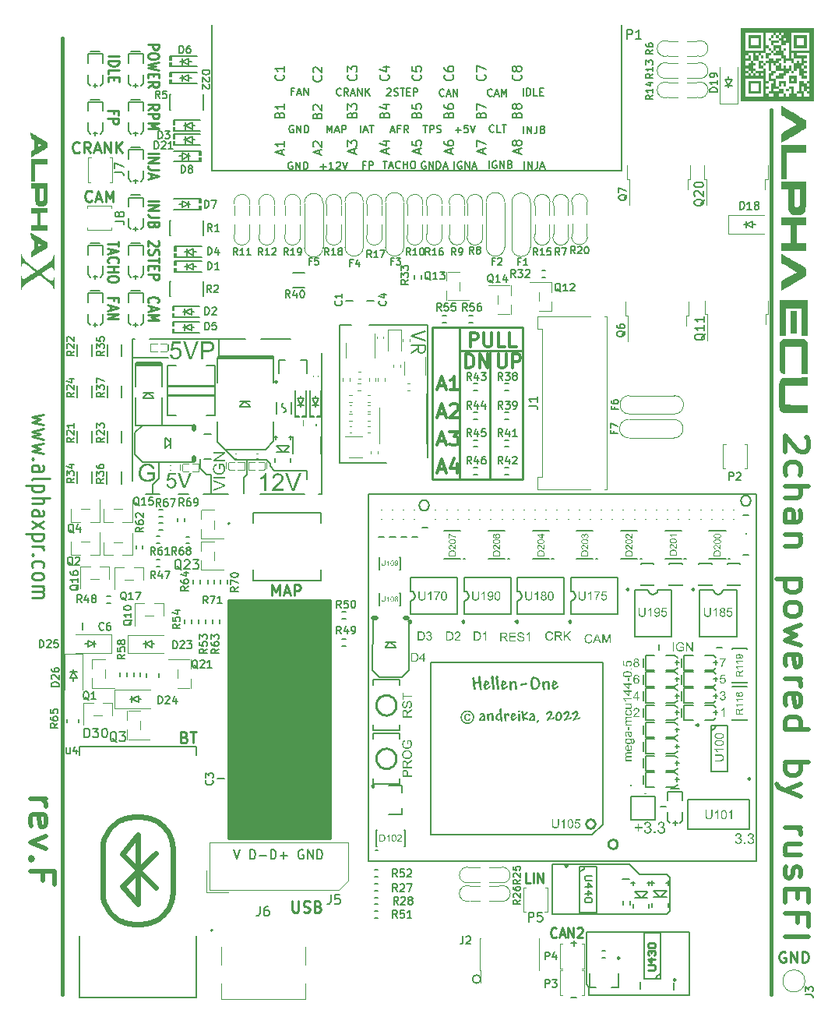
<source format=gto>
G75*
G70*
%OFA0B0*%
%FSLAX25Y25*%
%IPPOS*%
%LPD*%
%AMOC8*
5,1,8,0,0,1.08239X$1,22.5*
%
%ADD126C,0.00394*%
%ADD193C,0.00300*%
%ADD63C,0.01575*%
%ADD64C,0.00787*%
%ADD65C,0.01181*%
%ADD66C,0.00800*%
%ADD67C,0.01969*%
%ADD68C,0.01000*%
%ADD69C,0.00472*%
%ADD75C,0.00984*%
%ADD76C,0.01500*%
%ADD77C,0.00669*%
%ADD78C,0.00591*%
%ADD79C,0.00500*%
%ADD80C,0.00390*%
%ADD81C,0.02484*%
%ADD87C,0.01968*%
X0000000Y0000000D02*
%LPD*%
G01*
D75*
X0216535Y0277953D02*
X0189764Y0277953D01*
X0189764Y0287795D02*
X0189764Y0222835D01*
X0090551Y0171063D02*
X0134252Y0171063D01*
X0134252Y0069094D01*
X0090551Y0069094D01*
X0090551Y0171063D01*
G36*
X0090551Y0171063D02*
G01*
X0134252Y0171063D01*
X0134252Y0069094D01*
X0090551Y0069094D01*
X0090551Y0171063D01*
G37*
D76*
X0322835Y0002362D02*
X0322835Y0380709D01*
D75*
X0216535Y0287795D02*
X0177953Y0287795D01*
X0216535Y0222835D02*
X0216535Y0287795D01*
X0177953Y0287795D02*
X0177953Y0222835D01*
X0177953Y0222835D02*
X0216535Y0222835D01*
D76*
X0019685Y0002362D02*
X0019685Y0411417D01*
D75*
X0202756Y0222835D02*
X0202756Y0277953D01*
D77*
X0216969Y0370841D02*
X0216969Y0373991D01*
X0218468Y0370841D02*
X0218468Y0373991D01*
X0218468Y0373991D02*
X0220268Y0370841D01*
X0220268Y0370841D02*
X0220268Y0373991D01*
X0222668Y0373991D02*
X0222668Y0371741D01*
X0222668Y0371741D02*
X0222518Y0371291D01*
X0222518Y0371291D02*
X0222218Y0370991D01*
X0222218Y0370991D02*
X0221768Y0370841D01*
X0221768Y0370841D02*
X0221468Y0370841D01*
X0225218Y0372491D02*
X0225667Y0372341D01*
X0225667Y0372341D02*
X0225817Y0372191D01*
X0225817Y0372191D02*
X0225967Y0371891D01*
X0225967Y0371891D02*
X0225967Y0371441D01*
X0225967Y0371441D02*
X0225817Y0371141D01*
X0225817Y0371141D02*
X0225667Y0370991D01*
X0225667Y0370991D02*
X0225367Y0370841D01*
X0225367Y0370841D02*
X0224168Y0370841D01*
X0224168Y0370841D02*
X0224168Y0373991D01*
X0224168Y0373991D02*
X0225218Y0373991D01*
X0225218Y0373991D02*
X0225517Y0373841D01*
X0225517Y0373841D02*
X0225667Y0373691D01*
X0225667Y0373691D02*
X0225817Y0373391D01*
X0225817Y0373391D02*
X0225817Y0373091D01*
X0225817Y0373091D02*
X0225667Y0372791D01*
X0225667Y0372791D02*
X0225517Y0372641D01*
X0225517Y0372641D02*
X0225218Y0372491D01*
X0225218Y0372491D02*
X0224168Y0372491D01*
X0182904Y0386925D02*
X0182754Y0386775D01*
X0182754Y0386775D02*
X0182304Y0386625D01*
X0182304Y0386625D02*
X0182004Y0386625D01*
X0182004Y0386625D02*
X0181555Y0386775D01*
X0181555Y0386775D02*
X0181255Y0387075D01*
X0181255Y0387075D02*
X0181105Y0387375D01*
X0181105Y0387375D02*
X0180955Y0387975D01*
X0180955Y0387975D02*
X0180955Y0388425D01*
X0180955Y0388425D02*
X0181105Y0389025D01*
X0181105Y0389025D02*
X0181255Y0389325D01*
X0181255Y0389325D02*
X0181555Y0389625D01*
X0181555Y0389625D02*
X0182004Y0389775D01*
X0182004Y0389775D02*
X0182304Y0389775D01*
X0182304Y0389775D02*
X0182754Y0389625D01*
X0182754Y0389625D02*
X0182904Y0389475D01*
X0184104Y0387525D02*
X0185604Y0387525D01*
X0183804Y0386625D02*
X0184854Y0389775D01*
X0184854Y0389775D02*
X0185904Y0386625D01*
X0186954Y0386625D02*
X0186954Y0389775D01*
X0186954Y0389775D02*
X0188754Y0386625D01*
X0188754Y0386625D02*
X0188754Y0389775D01*
X0237156Y0001228D02*
X0239616Y0001228D01*
X0118073Y0358467D02*
X0117773Y0358617D01*
X0117773Y0358617D02*
X0117323Y0358617D01*
X0117323Y0358617D02*
X0116873Y0358467D01*
X0116873Y0358467D02*
X0116573Y0358167D01*
X0116573Y0358167D02*
X0116423Y0357867D01*
X0116423Y0357867D02*
X0116273Y0357267D01*
X0116273Y0357267D02*
X0116273Y0356817D01*
X0116273Y0356817D02*
X0116423Y0356217D01*
X0116423Y0356217D02*
X0116573Y0355917D01*
X0116573Y0355917D02*
X0116873Y0355617D01*
X0116873Y0355617D02*
X0117323Y0355468D01*
X0117323Y0355468D02*
X0117623Y0355468D01*
X0117623Y0355468D02*
X0118073Y0355617D01*
X0118073Y0355617D02*
X0118223Y0355767D01*
X0118223Y0355767D02*
X0118223Y0356817D01*
X0118223Y0356817D02*
X0117623Y0356817D01*
X0119573Y0355468D02*
X0119573Y0358617D01*
X0119573Y0358617D02*
X0121372Y0355468D01*
X0121372Y0355468D02*
X0121372Y0358617D01*
X0122872Y0355468D02*
X0122872Y0358617D01*
X0122872Y0358617D02*
X0123622Y0358617D01*
X0123622Y0358617D02*
X0124072Y0358467D01*
X0124072Y0358467D02*
X0124372Y0358167D01*
X0124372Y0358167D02*
X0124522Y0357867D01*
X0124522Y0357867D02*
X0124672Y0357267D01*
X0124672Y0357267D02*
X0124672Y0356817D01*
X0124672Y0356817D02*
X0124522Y0356217D01*
X0124522Y0356217D02*
X0124372Y0355917D01*
X0124372Y0355917D02*
X0124072Y0355617D01*
X0124072Y0355617D02*
X0123622Y0355468D01*
X0123622Y0355468D02*
X0122872Y0355468D01*
D75*
X0056583Y0298388D02*
X0056358Y0298575D01*
X0056358Y0298575D02*
X0056133Y0299138D01*
X0056133Y0299138D02*
X0056133Y0299513D01*
X0056133Y0299513D02*
X0056358Y0300075D01*
X0056358Y0300075D02*
X0056808Y0300450D01*
X0056808Y0300450D02*
X0057258Y0300637D01*
X0057258Y0300637D02*
X0058158Y0300825D01*
X0058158Y0300825D02*
X0058833Y0300825D01*
X0058833Y0300825D02*
X0059733Y0300637D01*
X0059733Y0300637D02*
X0060183Y0300450D01*
X0060183Y0300450D02*
X0060633Y0300075D01*
X0060633Y0300075D02*
X0060858Y0299513D01*
X0060858Y0299513D02*
X0060858Y0299138D01*
X0060858Y0299138D02*
X0060633Y0298575D01*
X0060633Y0298575D02*
X0060408Y0298388D01*
X0057483Y0296888D02*
X0057483Y0295013D01*
X0056133Y0297263D02*
X0060858Y0295951D01*
X0060858Y0295951D02*
X0056133Y0294638D01*
X0056133Y0293326D02*
X0060858Y0293326D01*
X0060858Y0293326D02*
X0057483Y0292014D01*
X0057483Y0292014D02*
X0060858Y0290701D01*
X0060858Y0290701D02*
X0056133Y0290701D01*
D77*
X0237235Y0024417D02*
X0239694Y0024417D01*
X0238465Y0023187D02*
X0238465Y0025647D01*
D75*
X0060605Y0324784D02*
X0060830Y0324597D01*
X0060830Y0324597D02*
X0061055Y0324222D01*
X0061055Y0324222D02*
X0061055Y0323285D01*
X0061055Y0323285D02*
X0060830Y0322910D01*
X0060830Y0322910D02*
X0060605Y0322722D01*
X0060605Y0322722D02*
X0060155Y0322535D01*
X0060155Y0322535D02*
X0059705Y0322535D01*
X0059705Y0322535D02*
X0059030Y0322722D01*
X0059030Y0322722D02*
X0056330Y0324972D01*
X0056330Y0324972D02*
X0056330Y0322535D01*
X0056555Y0321035D02*
X0056330Y0320472D01*
X0056330Y0320472D02*
X0056330Y0319535D01*
X0056330Y0319535D02*
X0056555Y0319160D01*
X0056555Y0319160D02*
X0056780Y0318973D01*
X0056780Y0318973D02*
X0057230Y0318785D01*
X0057230Y0318785D02*
X0057680Y0318785D01*
X0057680Y0318785D02*
X0058130Y0318973D01*
X0058130Y0318973D02*
X0058355Y0319160D01*
X0058355Y0319160D02*
X0058580Y0319535D01*
X0058580Y0319535D02*
X0058805Y0320285D01*
X0058805Y0320285D02*
X0059030Y0320660D01*
X0059030Y0320660D02*
X0059255Y0320847D01*
X0059255Y0320847D02*
X0059705Y0321035D01*
X0059705Y0321035D02*
X0060155Y0321035D01*
X0060155Y0321035D02*
X0060605Y0320847D01*
X0060605Y0320847D02*
X0060830Y0320660D01*
X0060830Y0320660D02*
X0061055Y0320285D01*
X0061055Y0320285D02*
X0061055Y0319348D01*
X0061055Y0319348D02*
X0060830Y0318785D01*
X0061055Y0317660D02*
X0061055Y0315411D01*
X0056330Y0316535D02*
X0061055Y0316535D01*
X0058805Y0314098D02*
X0058805Y0312786D01*
X0056330Y0312223D02*
X0056330Y0314098D01*
X0056330Y0314098D02*
X0061055Y0314098D01*
X0061055Y0314098D02*
X0061055Y0312223D01*
X0056330Y0310536D02*
X0061055Y0310536D01*
X0061055Y0310536D02*
X0061055Y0309036D01*
X0061055Y0309036D02*
X0060830Y0308661D01*
X0060830Y0308661D02*
X0060605Y0308474D01*
X0060605Y0308474D02*
X0060155Y0308286D01*
X0060155Y0308286D02*
X0059480Y0308286D01*
X0059480Y0308286D02*
X0059030Y0308474D01*
X0059030Y0308474D02*
X0058805Y0308661D01*
X0058805Y0308661D02*
X0058580Y0309036D01*
X0058580Y0309036D02*
X0058580Y0310536D01*
D65*
X0192341Y0270469D02*
X0192341Y0276375D01*
X0192341Y0276375D02*
X0193747Y0276375D01*
X0193747Y0276375D02*
X0194590Y0276093D01*
X0194590Y0276093D02*
X0195153Y0275531D01*
X0195153Y0275531D02*
X0195434Y0274969D01*
X0195434Y0274969D02*
X0195715Y0273844D01*
X0195715Y0273844D02*
X0195715Y0273000D01*
X0195715Y0273000D02*
X0195434Y0271875D01*
X0195434Y0271875D02*
X0195153Y0271313D01*
X0195153Y0271313D02*
X0194590Y0270750D01*
X0194590Y0270750D02*
X0193747Y0270469D01*
X0193747Y0270469D02*
X0192341Y0270469D01*
X0198246Y0270469D02*
X0198246Y0276375D01*
X0198246Y0276375D02*
X0201621Y0270469D01*
X0201621Y0270469D02*
X0201621Y0276375D01*
D75*
X0056133Y0380952D02*
X0058383Y0382265D01*
X0056133Y0383202D02*
X0060858Y0383202D01*
X0060858Y0383202D02*
X0060858Y0381702D01*
X0060858Y0381702D02*
X0060633Y0381327D01*
X0060633Y0381327D02*
X0060408Y0381140D01*
X0060408Y0381140D02*
X0059958Y0380952D01*
X0059958Y0380952D02*
X0059283Y0380952D01*
X0059283Y0380952D02*
X0058833Y0381140D01*
X0058833Y0381140D02*
X0058608Y0381327D01*
X0058608Y0381327D02*
X0058383Y0381702D01*
X0058383Y0381702D02*
X0058383Y0383202D01*
X0056133Y0379265D02*
X0060858Y0379265D01*
X0060858Y0379265D02*
X0060858Y0377765D01*
X0060858Y0377765D02*
X0060633Y0377390D01*
X0060633Y0377390D02*
X0060408Y0377203D01*
X0060408Y0377203D02*
X0059958Y0377015D01*
X0059958Y0377015D02*
X0059283Y0377015D01*
X0059283Y0377015D02*
X0058833Y0377203D01*
X0058833Y0377203D02*
X0058608Y0377390D01*
X0058608Y0377390D02*
X0058383Y0377765D01*
X0058383Y0377765D02*
X0058383Y0379265D01*
X0056133Y0375328D02*
X0060858Y0375328D01*
X0060858Y0375328D02*
X0057483Y0374016D01*
X0057483Y0374016D02*
X0060858Y0372703D01*
X0060858Y0372703D02*
X0056133Y0372703D01*
D77*
X0158527Y0389799D02*
X0158677Y0389949D01*
X0158677Y0389949D02*
X0158977Y0390099D01*
X0158977Y0390099D02*
X0159727Y0390099D01*
X0159727Y0390099D02*
X0160027Y0389949D01*
X0160027Y0389949D02*
X0160176Y0389799D01*
X0160176Y0389799D02*
X0160326Y0389499D01*
X0160326Y0389499D02*
X0160326Y0389199D01*
X0160326Y0389199D02*
X0160176Y0388749D01*
X0160176Y0388749D02*
X0158377Y0386950D01*
X0158377Y0386950D02*
X0160326Y0386950D01*
X0161526Y0387100D02*
X0161976Y0386950D01*
X0161976Y0386950D02*
X0162726Y0386950D01*
X0162726Y0386950D02*
X0163026Y0387100D01*
X0163026Y0387100D02*
X0163176Y0387250D01*
X0163176Y0387250D02*
X0163326Y0387550D01*
X0163326Y0387550D02*
X0163326Y0387850D01*
X0163326Y0387850D02*
X0163176Y0388150D01*
X0163176Y0388150D02*
X0163026Y0388300D01*
X0163026Y0388300D02*
X0162726Y0388450D01*
X0162726Y0388450D02*
X0162126Y0388599D01*
X0162126Y0388599D02*
X0161826Y0388749D01*
X0161826Y0388749D02*
X0161676Y0388899D01*
X0161676Y0388899D02*
X0161526Y0389199D01*
X0161526Y0389199D02*
X0161526Y0389499D01*
X0161526Y0389499D02*
X0161676Y0389799D01*
X0161676Y0389799D02*
X0161826Y0389949D01*
X0161826Y0389949D02*
X0162126Y0390099D01*
X0162126Y0390099D02*
X0162876Y0390099D01*
X0162876Y0390099D02*
X0163326Y0389949D01*
X0164226Y0390099D02*
X0166026Y0390099D01*
X0165126Y0386950D02*
X0165126Y0390099D01*
X0167076Y0388599D02*
X0168125Y0388599D01*
X0168575Y0386950D02*
X0167076Y0386950D01*
X0167076Y0386950D02*
X0167076Y0390099D01*
X0167076Y0390099D02*
X0168575Y0390099D01*
X0169925Y0386950D02*
X0169925Y0390099D01*
X0169925Y0390099D02*
X0171125Y0390099D01*
X0171125Y0390099D02*
X0171425Y0389949D01*
X0171425Y0389949D02*
X0171575Y0389799D01*
X0171575Y0389799D02*
X0171725Y0389499D01*
X0171725Y0389499D02*
X0171725Y0389049D01*
X0171725Y0389049D02*
X0171575Y0388749D01*
X0171575Y0388749D02*
X0171425Y0388599D01*
X0171425Y0388599D02*
X0171125Y0388450D01*
X0171125Y0388450D02*
X0169925Y0388450D01*
D75*
X0056133Y0362336D02*
X0060858Y0362336D01*
X0056133Y0360461D02*
X0060858Y0360461D01*
X0060858Y0360461D02*
X0056133Y0358211D01*
X0056133Y0358211D02*
X0060858Y0358211D01*
X0060858Y0355212D02*
X0057483Y0355212D01*
X0057483Y0355212D02*
X0056808Y0355399D01*
X0056808Y0355399D02*
X0056358Y0355774D01*
X0056358Y0355774D02*
X0056133Y0356337D01*
X0056133Y0356337D02*
X0056133Y0356712D01*
X0057483Y0353525D02*
X0057483Y0351650D01*
X0056133Y0353900D02*
X0060858Y0352587D01*
X0060858Y0352587D02*
X0056133Y0351275D01*
D77*
X0138819Y0387250D02*
X0138669Y0387100D01*
X0138669Y0387100D02*
X0138219Y0386950D01*
X0138219Y0386950D02*
X0137919Y0386950D01*
X0137919Y0386950D02*
X0137469Y0387100D01*
X0137469Y0387100D02*
X0137169Y0387400D01*
X0137169Y0387400D02*
X0137019Y0387700D01*
X0137019Y0387700D02*
X0136869Y0388300D01*
X0136869Y0388300D02*
X0136869Y0388749D01*
X0136869Y0388749D02*
X0137019Y0389349D01*
X0137019Y0389349D02*
X0137169Y0389649D01*
X0137169Y0389649D02*
X0137469Y0389949D01*
X0137469Y0389949D02*
X0137919Y0390099D01*
X0137919Y0390099D02*
X0138219Y0390099D01*
X0138219Y0390099D02*
X0138669Y0389949D01*
X0138669Y0389949D02*
X0138819Y0389799D01*
X0141968Y0386950D02*
X0140919Y0388450D01*
X0140169Y0386950D02*
X0140169Y0390099D01*
X0140169Y0390099D02*
X0141368Y0390099D01*
X0141368Y0390099D02*
X0141668Y0389949D01*
X0141668Y0389949D02*
X0141818Y0389799D01*
X0141818Y0389799D02*
X0141968Y0389499D01*
X0141968Y0389499D02*
X0141968Y0389049D01*
X0141968Y0389049D02*
X0141818Y0388749D01*
X0141818Y0388749D02*
X0141668Y0388599D01*
X0141668Y0388599D02*
X0141368Y0388450D01*
X0141368Y0388450D02*
X0140169Y0388450D01*
X0143168Y0387850D02*
X0144668Y0387850D01*
X0142868Y0386950D02*
X0143918Y0390099D01*
X0143918Y0390099D02*
X0144968Y0386950D01*
X0146018Y0386950D02*
X0146018Y0390099D01*
X0146018Y0390099D02*
X0147818Y0386950D01*
X0147818Y0386950D02*
X0147818Y0390099D01*
X0149317Y0386950D02*
X0149317Y0390099D01*
X0151117Y0386950D02*
X0149767Y0388749D01*
X0151117Y0390099D02*
X0149317Y0388300D01*
X0132923Y0371022D02*
X0132923Y0374172D01*
X0132923Y0374172D02*
X0133973Y0371922D01*
X0133973Y0371922D02*
X0135023Y0374172D01*
X0135023Y0374172D02*
X0135023Y0371022D01*
X0136373Y0371922D02*
X0137873Y0371922D01*
X0136073Y0371022D02*
X0137123Y0374172D01*
X0137123Y0374172D02*
X0138173Y0371022D01*
X0139222Y0371022D02*
X0139222Y0374172D01*
X0139222Y0374172D02*
X0140422Y0374172D01*
X0140422Y0374172D02*
X0140722Y0374022D01*
X0140722Y0374022D02*
X0140872Y0373872D01*
X0140872Y0373872D02*
X0141022Y0373572D01*
X0141022Y0373572D02*
X0141022Y0373122D01*
X0141022Y0373122D02*
X0140872Y0372822D01*
X0140872Y0372822D02*
X0140722Y0372672D01*
X0140722Y0372672D02*
X0140422Y0372522D01*
X0140422Y0372522D02*
X0139222Y0372522D01*
D65*
X0180642Y0239086D02*
X0183454Y0239086D01*
X0180080Y0237398D02*
X0182048Y0243304D01*
X0182048Y0243304D02*
X0184017Y0237398D01*
X0185423Y0243304D02*
X0189078Y0243304D01*
X0189078Y0243304D02*
X0187110Y0241054D01*
X0187110Y0241054D02*
X0187954Y0241054D01*
X0187954Y0241054D02*
X0188516Y0240773D01*
X0188516Y0240773D02*
X0188797Y0240492D01*
X0188797Y0240492D02*
X0189078Y0239929D01*
X0189078Y0239929D02*
X0189078Y0238523D01*
X0189078Y0238523D02*
X0188797Y0237961D01*
X0188797Y0237961D02*
X0188516Y0237680D01*
X0188516Y0237680D02*
X0187954Y0237398D01*
X0187954Y0237398D02*
X0186266Y0237398D01*
X0186266Y0237398D02*
X0185704Y0237680D01*
X0185704Y0237680D02*
X0185423Y0237961D01*
D77*
X0130081Y0356667D02*
X0132480Y0356667D01*
X0131280Y0355468D02*
X0131280Y0357867D01*
X0135630Y0355468D02*
X0133830Y0355468D01*
X0134730Y0355468D02*
X0134730Y0358617D01*
X0134730Y0358617D02*
X0134430Y0358167D01*
X0134430Y0358167D02*
X0134130Y0357867D01*
X0134130Y0357867D02*
X0133830Y0357717D01*
X0136830Y0358317D02*
X0136980Y0358467D01*
X0136980Y0358467D02*
X0137280Y0358617D01*
X0137280Y0358617D02*
X0138030Y0358617D01*
X0138030Y0358617D02*
X0138330Y0358467D01*
X0138330Y0358467D02*
X0138480Y0358317D01*
X0138480Y0358317D02*
X0138630Y0358017D01*
X0138630Y0358017D02*
X0138630Y0357717D01*
X0138630Y0357717D02*
X0138480Y0357267D01*
X0138480Y0357267D02*
X0136680Y0355468D01*
X0136680Y0355468D02*
X0138630Y0355468D01*
X0139529Y0358617D02*
X0140579Y0355468D01*
X0140579Y0355468D02*
X0141629Y0358617D01*
D75*
X0026884Y0362882D02*
X0026659Y0362657D01*
X0026659Y0362657D02*
X0025984Y0362433D01*
X0025984Y0362433D02*
X0025534Y0362433D01*
X0025534Y0362433D02*
X0024859Y0362657D01*
X0024859Y0362657D02*
X0024409Y0363107D01*
X0024409Y0363107D02*
X0024184Y0363557D01*
X0024184Y0363557D02*
X0023960Y0364457D01*
X0023960Y0364457D02*
X0023960Y0365132D01*
X0023960Y0365132D02*
X0024184Y0366032D01*
X0024184Y0366032D02*
X0024409Y0366482D01*
X0024409Y0366482D02*
X0024859Y0366932D01*
X0024859Y0366932D02*
X0025534Y0367157D01*
X0025534Y0367157D02*
X0025984Y0367157D01*
X0025984Y0367157D02*
X0026659Y0366932D01*
X0026659Y0366932D02*
X0026884Y0366707D01*
X0031609Y0362433D02*
X0030034Y0364682D01*
X0028909Y0362433D02*
X0028909Y0367157D01*
X0028909Y0367157D02*
X0030709Y0367157D01*
X0030709Y0367157D02*
X0031159Y0366932D01*
X0031159Y0366932D02*
X0031384Y0366707D01*
X0031384Y0366707D02*
X0031609Y0366257D01*
X0031609Y0366257D02*
X0031609Y0365582D01*
X0031609Y0365582D02*
X0031384Y0365132D01*
X0031384Y0365132D02*
X0031159Y0364907D01*
X0031159Y0364907D02*
X0030709Y0364682D01*
X0030709Y0364682D02*
X0028909Y0364682D01*
X0033408Y0363782D02*
X0035658Y0363782D01*
X0032958Y0362433D02*
X0034533Y0367157D01*
X0034533Y0367157D02*
X0036108Y0362433D01*
X0037683Y0362433D02*
X0037683Y0367157D01*
X0037683Y0367157D02*
X0040382Y0362433D01*
X0040382Y0362433D02*
X0040382Y0367157D01*
X0042632Y0362433D02*
X0042632Y0367157D01*
X0045332Y0362433D02*
X0043307Y0365132D01*
X0045332Y0367157D02*
X0042632Y0364457D01*
D77*
X0187355Y0355625D02*
X0187355Y0358775D01*
X0190504Y0358625D02*
X0190204Y0358775D01*
X0190204Y0358775D02*
X0189754Y0358775D01*
X0189754Y0358775D02*
X0189304Y0358625D01*
X0189304Y0358625D02*
X0189004Y0358325D01*
X0189004Y0358325D02*
X0188855Y0358025D01*
X0188855Y0358025D02*
X0188705Y0357425D01*
X0188705Y0357425D02*
X0188705Y0356975D01*
X0188705Y0356975D02*
X0188855Y0356375D01*
X0188855Y0356375D02*
X0189004Y0356075D01*
X0189004Y0356075D02*
X0189304Y0355775D01*
X0189304Y0355775D02*
X0189754Y0355625D01*
X0189754Y0355625D02*
X0190054Y0355625D01*
X0190054Y0355625D02*
X0190504Y0355775D01*
X0190504Y0355775D02*
X0190654Y0355925D01*
X0190654Y0355925D02*
X0190654Y0356975D01*
X0190654Y0356975D02*
X0190054Y0356975D01*
X0192004Y0355625D02*
X0192004Y0358775D01*
X0192004Y0358775D02*
X0193804Y0355625D01*
X0193804Y0355625D02*
X0193804Y0358775D01*
X0195154Y0356525D02*
X0196654Y0356525D01*
X0194854Y0355625D02*
X0195904Y0358775D01*
X0195904Y0358775D02*
X0196954Y0355625D01*
X0160237Y0371995D02*
X0161737Y0371995D01*
X0159938Y0371095D02*
X0160987Y0374245D01*
X0160987Y0374245D02*
X0162037Y0371095D01*
X0164137Y0372745D02*
X0163087Y0372745D01*
X0163087Y0371095D02*
X0163087Y0374245D01*
X0163087Y0374245D02*
X0164587Y0374245D01*
X0167587Y0371095D02*
X0166537Y0372595D01*
X0165787Y0371095D02*
X0165787Y0374245D01*
X0165787Y0374245D02*
X0166987Y0374245D01*
X0166987Y0374245D02*
X0167287Y0374095D01*
X0167287Y0374095D02*
X0167437Y0373945D01*
X0167437Y0373945D02*
X0167587Y0373645D01*
X0167587Y0373645D02*
X0167587Y0373195D01*
X0167587Y0373195D02*
X0167437Y0372895D01*
X0167437Y0372895D02*
X0167287Y0372745D01*
X0167287Y0372745D02*
X0166987Y0372595D01*
X0166987Y0372595D02*
X0165787Y0372595D01*
D67*
X0005874Y0086087D02*
X0012698Y0086087D01*
X0010748Y0086087D02*
X0011723Y0085543D01*
X0011723Y0085543D02*
X0012210Y0084999D01*
X0012210Y0084999D02*
X0012698Y0083912D01*
X0012698Y0083912D02*
X0012698Y0082825D01*
X0006361Y0074669D02*
X0005874Y0075757D01*
X0005874Y0075757D02*
X0005874Y0077932D01*
X0005874Y0077932D02*
X0006361Y0079019D01*
X0006361Y0079019D02*
X0007336Y0079563D01*
X0007336Y0079563D02*
X0011235Y0079563D01*
X0011235Y0079563D02*
X0012210Y0079019D01*
X0012210Y0079019D02*
X0012698Y0077932D01*
X0012698Y0077932D02*
X0012698Y0075757D01*
X0012698Y0075757D02*
X0012210Y0074669D01*
X0012210Y0074669D02*
X0011235Y0074126D01*
X0011235Y0074126D02*
X0010261Y0074126D01*
X0010261Y0074126D02*
X0009286Y0079563D01*
X0012698Y0070320D02*
X0005874Y0067602D01*
X0005874Y0067602D02*
X0012698Y0064883D01*
X0006848Y0060534D02*
X0006361Y0059990D01*
X0006361Y0059990D02*
X0005874Y0060534D01*
X0005874Y0060534D02*
X0006361Y0061077D01*
X0006361Y0061077D02*
X0006848Y0060534D01*
X0006848Y0060534D02*
X0005874Y0060534D01*
X0011235Y0051291D02*
X0011235Y0055097D01*
X0005874Y0055097D02*
X0016110Y0055097D01*
X0016110Y0055097D02*
X0016110Y0049660D01*
D75*
X0041482Y0379162D02*
X0041482Y0380474D01*
X0039007Y0380474D02*
X0043732Y0380474D01*
X0043732Y0380474D02*
X0043732Y0378600D01*
X0039007Y0377100D02*
X0043732Y0377100D01*
X0043732Y0377100D02*
X0043732Y0375600D01*
X0043732Y0375600D02*
X0043507Y0375225D01*
X0043507Y0375225D02*
X0043282Y0375037D01*
X0043282Y0375037D02*
X0042832Y0374850D01*
X0042832Y0374850D02*
X0042157Y0374850D01*
X0042157Y0374850D02*
X0041707Y0375037D01*
X0041707Y0375037D02*
X0041482Y0375225D01*
X0041482Y0375225D02*
X0041257Y0375600D01*
X0041257Y0375600D02*
X0041257Y0377100D01*
D67*
X0338093Y0240900D02*
X0338580Y0240357D01*
X0338580Y0240357D02*
X0339068Y0239269D01*
X0339068Y0239269D02*
X0339068Y0236551D01*
X0339068Y0236551D02*
X0338580Y0235463D01*
X0338580Y0235463D02*
X0338093Y0234920D01*
X0338093Y0234920D02*
X0337118Y0234376D01*
X0337118Y0234376D02*
X0336143Y0234376D01*
X0336143Y0234376D02*
X0334681Y0234920D01*
X0334681Y0234920D02*
X0328831Y0241444D01*
X0328831Y0241444D02*
X0328831Y0234376D01*
X0329319Y0224590D02*
X0328831Y0225677D01*
X0328831Y0225677D02*
X0328831Y0227852D01*
X0328831Y0227852D02*
X0329319Y0228939D01*
X0329319Y0228939D02*
X0329806Y0229483D01*
X0329806Y0229483D02*
X0330781Y0230027D01*
X0330781Y0230027D02*
X0333706Y0230027D01*
X0333706Y0230027D02*
X0334681Y0229483D01*
X0334681Y0229483D02*
X0335168Y0228939D01*
X0335168Y0228939D02*
X0335656Y0227852D01*
X0335656Y0227852D02*
X0335656Y0225677D01*
X0335656Y0225677D02*
X0335168Y0224590D01*
X0328831Y0219697D02*
X0339068Y0219697D01*
X0328831Y0214804D02*
X0334193Y0214804D01*
X0334193Y0214804D02*
X0335168Y0215347D01*
X0335168Y0215347D02*
X0335656Y0216435D01*
X0335656Y0216435D02*
X0335656Y0218066D01*
X0335656Y0218066D02*
X0335168Y0219153D01*
X0335168Y0219153D02*
X0334681Y0219697D01*
X0328831Y0204474D02*
X0334193Y0204474D01*
X0334193Y0204474D02*
X0335168Y0205017D01*
X0335168Y0205017D02*
X0335656Y0206105D01*
X0335656Y0206105D02*
X0335656Y0208279D01*
X0335656Y0208279D02*
X0335168Y0209367D01*
X0329319Y0204474D02*
X0328831Y0205561D01*
X0328831Y0205561D02*
X0328831Y0208279D01*
X0328831Y0208279D02*
X0329319Y0209367D01*
X0329319Y0209367D02*
X0330294Y0209910D01*
X0330294Y0209910D02*
X0331269Y0209910D01*
X0331269Y0209910D02*
X0332244Y0209367D01*
X0332244Y0209367D02*
X0332731Y0208279D01*
X0332731Y0208279D02*
X0332731Y0205561D01*
X0332731Y0205561D02*
X0333218Y0204474D01*
X0335656Y0199037D02*
X0328831Y0199037D01*
X0334681Y0199037D02*
X0335168Y0198493D01*
X0335168Y0198493D02*
X0335656Y0197406D01*
X0335656Y0197406D02*
X0335656Y0195775D01*
X0335656Y0195775D02*
X0335168Y0194687D01*
X0335168Y0194687D02*
X0334193Y0194144D01*
X0334193Y0194144D02*
X0328831Y0194144D01*
X0335656Y0180008D02*
X0325419Y0180008D01*
X0335168Y0180008D02*
X0335656Y0178921D01*
X0335656Y0178921D02*
X0335656Y0176746D01*
X0335656Y0176746D02*
X0335168Y0175658D01*
X0335168Y0175658D02*
X0334681Y0175115D01*
X0334681Y0175115D02*
X0333706Y0174571D01*
X0333706Y0174571D02*
X0330781Y0174571D01*
X0330781Y0174571D02*
X0329806Y0175115D01*
X0329806Y0175115D02*
X0329319Y0175658D01*
X0329319Y0175658D02*
X0328831Y0176746D01*
X0328831Y0176746D02*
X0328831Y0178921D01*
X0328831Y0178921D02*
X0329319Y0180008D01*
X0328831Y0168047D02*
X0329319Y0169134D01*
X0329319Y0169134D02*
X0329806Y0169678D01*
X0329806Y0169678D02*
X0330781Y0170222D01*
X0330781Y0170222D02*
X0333706Y0170222D01*
X0333706Y0170222D02*
X0334681Y0169678D01*
X0334681Y0169678D02*
X0335168Y0169134D01*
X0335168Y0169134D02*
X0335656Y0168047D01*
X0335656Y0168047D02*
X0335656Y0166416D01*
X0335656Y0166416D02*
X0335168Y0165328D01*
X0335168Y0165328D02*
X0334681Y0164785D01*
X0334681Y0164785D02*
X0333706Y0164241D01*
X0333706Y0164241D02*
X0330781Y0164241D01*
X0330781Y0164241D02*
X0329806Y0164785D01*
X0329806Y0164785D02*
X0329319Y0165328D01*
X0329319Y0165328D02*
X0328831Y0166416D01*
X0328831Y0166416D02*
X0328831Y0168047D01*
X0335656Y0160435D02*
X0328831Y0158261D01*
X0328831Y0158261D02*
X0333706Y0156086D01*
X0333706Y0156086D02*
X0328831Y0153911D01*
X0328831Y0153911D02*
X0335656Y0151736D01*
X0329319Y0143038D02*
X0328831Y0144125D01*
X0328831Y0144125D02*
X0328831Y0146300D01*
X0328831Y0146300D02*
X0329319Y0147387D01*
X0329319Y0147387D02*
X0330294Y0147931D01*
X0330294Y0147931D02*
X0334193Y0147931D01*
X0334193Y0147931D02*
X0335168Y0147387D01*
X0335168Y0147387D02*
X0335656Y0146300D01*
X0335656Y0146300D02*
X0335656Y0144125D01*
X0335656Y0144125D02*
X0335168Y0143038D01*
X0335168Y0143038D02*
X0334193Y0142494D01*
X0334193Y0142494D02*
X0333218Y0142494D01*
X0333218Y0142494D02*
X0332244Y0147931D01*
X0328831Y0137601D02*
X0335656Y0137601D01*
X0333706Y0137601D02*
X0334681Y0137057D01*
X0334681Y0137057D02*
X0335168Y0136513D01*
X0335168Y0136513D02*
X0335656Y0135426D01*
X0335656Y0135426D02*
X0335656Y0134339D01*
X0329319Y0126183D02*
X0328831Y0127271D01*
X0328831Y0127271D02*
X0328831Y0129445D01*
X0328831Y0129445D02*
X0329319Y0130533D01*
X0329319Y0130533D02*
X0330294Y0131077D01*
X0330294Y0131077D02*
X0334193Y0131077D01*
X0334193Y0131077D02*
X0335168Y0130533D01*
X0335168Y0130533D02*
X0335656Y0129445D01*
X0335656Y0129445D02*
X0335656Y0127271D01*
X0335656Y0127271D02*
X0335168Y0126183D01*
X0335168Y0126183D02*
X0334193Y0125640D01*
X0334193Y0125640D02*
X0333218Y0125640D01*
X0333218Y0125640D02*
X0332244Y0131077D01*
X0328831Y0115853D02*
X0339068Y0115853D01*
X0329319Y0115853D02*
X0328831Y0116941D01*
X0328831Y0116941D02*
X0328831Y0119116D01*
X0328831Y0119116D02*
X0329319Y0120203D01*
X0329319Y0120203D02*
X0329806Y0120747D01*
X0329806Y0120747D02*
X0330781Y0121290D01*
X0330781Y0121290D02*
X0333706Y0121290D01*
X0333706Y0121290D02*
X0334681Y0120747D01*
X0334681Y0120747D02*
X0335168Y0120203D01*
X0335168Y0120203D02*
X0335656Y0119116D01*
X0335656Y0119116D02*
X0335656Y0116941D01*
X0335656Y0116941D02*
X0335168Y0115853D01*
X0328831Y0101718D02*
X0339068Y0101718D01*
X0335168Y0101718D02*
X0335656Y0100630D01*
X0335656Y0100630D02*
X0335656Y0098456D01*
X0335656Y0098456D02*
X0335168Y0097368D01*
X0335168Y0097368D02*
X0334681Y0096825D01*
X0334681Y0096825D02*
X0333706Y0096281D01*
X0333706Y0096281D02*
X0330781Y0096281D01*
X0330781Y0096281D02*
X0329806Y0096825D01*
X0329806Y0096825D02*
X0329319Y0097368D01*
X0329319Y0097368D02*
X0328831Y0098456D01*
X0328831Y0098456D02*
X0328831Y0100630D01*
X0328831Y0100630D02*
X0329319Y0101718D01*
X0335656Y0092475D02*
X0328831Y0089757D01*
X0335656Y0087038D02*
X0328831Y0089757D01*
X0328831Y0089757D02*
X0326394Y0090844D01*
X0326394Y0090844D02*
X0325907Y0091388D01*
X0325907Y0091388D02*
X0325419Y0092475D01*
X0328831Y0073990D02*
X0335656Y0073990D01*
X0333706Y0073990D02*
X0334681Y0073446D01*
X0334681Y0073446D02*
X0335168Y0072903D01*
X0335168Y0072903D02*
X0335656Y0071815D01*
X0335656Y0071815D02*
X0335656Y0070728D01*
X0335656Y0062029D02*
X0328831Y0062029D01*
X0335656Y0066922D02*
X0330294Y0066922D01*
X0330294Y0066922D02*
X0329319Y0066378D01*
X0329319Y0066378D02*
X0328831Y0065291D01*
X0328831Y0065291D02*
X0328831Y0063660D01*
X0328831Y0063660D02*
X0329319Y0062573D01*
X0329319Y0062573D02*
X0329806Y0062029D01*
X0329319Y0057136D02*
X0328831Y0056048D01*
X0328831Y0056048D02*
X0328831Y0053874D01*
X0328831Y0053874D02*
X0329319Y0052786D01*
X0329319Y0052786D02*
X0330294Y0052243D01*
X0330294Y0052243D02*
X0330781Y0052243D01*
X0330781Y0052243D02*
X0331756Y0052786D01*
X0331756Y0052786D02*
X0332244Y0053874D01*
X0332244Y0053874D02*
X0332244Y0055505D01*
X0332244Y0055505D02*
X0332731Y0056592D01*
X0332731Y0056592D02*
X0333706Y0057136D01*
X0333706Y0057136D02*
X0334193Y0057136D01*
X0334193Y0057136D02*
X0335168Y0056592D01*
X0335168Y0056592D02*
X0335656Y0055505D01*
X0335656Y0055505D02*
X0335656Y0053874D01*
X0335656Y0053874D02*
X0335168Y0052786D01*
X0334193Y0047349D02*
X0334193Y0043544D01*
X0328831Y0041913D02*
X0328831Y0047349D01*
X0328831Y0047349D02*
X0339068Y0047349D01*
X0339068Y0047349D02*
X0339068Y0041913D01*
X0334193Y0033214D02*
X0334193Y0037020D01*
X0328831Y0037020D02*
X0339068Y0037020D01*
X0339068Y0037020D02*
X0339068Y0031583D01*
X0328831Y0027233D02*
X0339068Y0027233D01*
D75*
X0219873Y0050016D02*
X0217998Y0050016D01*
X0217998Y0050016D02*
X0217998Y0054347D01*
X0221185Y0050016D02*
X0221185Y0054347D01*
X0223060Y0050016D02*
X0223060Y0054347D01*
X0223060Y0054347D02*
X0225309Y0050016D01*
X0225309Y0050016D02*
X0225309Y0054347D01*
D77*
X0118620Y0388684D02*
X0117570Y0388684D01*
X0117570Y0387034D02*
X0117570Y0390184D01*
X0117570Y0390184D02*
X0119070Y0390184D01*
X0120120Y0387934D02*
X0121620Y0387934D01*
X0119820Y0387034D02*
X0120870Y0390184D01*
X0120870Y0390184D02*
X0121920Y0387034D01*
X0122970Y0387034D02*
X0122970Y0390184D01*
X0122970Y0390184D02*
X0124769Y0387034D01*
X0124769Y0387034D02*
X0124769Y0390184D01*
X0118461Y0374143D02*
X0118161Y0374293D01*
X0118161Y0374293D02*
X0117711Y0374293D01*
X0117711Y0374293D02*
X0117261Y0374143D01*
X0117261Y0374143D02*
X0116961Y0373843D01*
X0116961Y0373843D02*
X0116811Y0373543D01*
X0116811Y0373543D02*
X0116661Y0372943D01*
X0116661Y0372943D02*
X0116661Y0372493D01*
X0116661Y0372493D02*
X0116811Y0371893D01*
X0116811Y0371893D02*
X0116961Y0371593D01*
X0116961Y0371593D02*
X0117261Y0371293D01*
X0117261Y0371293D02*
X0117711Y0371143D01*
X0117711Y0371143D02*
X0118011Y0371143D01*
X0118011Y0371143D02*
X0118461Y0371293D01*
X0118461Y0371293D02*
X0118611Y0371443D01*
X0118611Y0371443D02*
X0118611Y0372493D01*
X0118611Y0372493D02*
X0118011Y0372493D01*
X0119961Y0371143D02*
X0119961Y0374293D01*
X0119961Y0374293D02*
X0121761Y0371143D01*
X0121761Y0371143D02*
X0121761Y0374293D01*
X0123260Y0371143D02*
X0123260Y0374293D01*
X0123260Y0374293D02*
X0124010Y0374293D01*
X0124010Y0374293D02*
X0124460Y0374143D01*
X0124460Y0374143D02*
X0124760Y0373843D01*
X0124760Y0373843D02*
X0124910Y0373543D01*
X0124910Y0373543D02*
X0125060Y0372943D01*
X0125060Y0372943D02*
X0125060Y0372493D01*
X0125060Y0372493D02*
X0124910Y0371893D01*
X0124910Y0371893D02*
X0124760Y0371593D01*
X0124760Y0371593D02*
X0124460Y0371293D01*
X0124460Y0371293D02*
X0124010Y0371143D01*
X0124010Y0371143D02*
X0123260Y0371143D01*
X0203496Y0386949D02*
X0203346Y0386799D01*
X0203346Y0386799D02*
X0202896Y0386649D01*
X0202896Y0386649D02*
X0202596Y0386649D01*
X0202596Y0386649D02*
X0202146Y0386799D01*
X0202146Y0386799D02*
X0201846Y0387099D01*
X0201846Y0387099D02*
X0201696Y0387399D01*
X0201696Y0387399D02*
X0201546Y0387999D01*
X0201546Y0387999D02*
X0201546Y0388449D01*
X0201546Y0388449D02*
X0201696Y0389048D01*
X0201696Y0389048D02*
X0201846Y0389348D01*
X0201846Y0389348D02*
X0202146Y0389648D01*
X0202146Y0389648D02*
X0202596Y0389798D01*
X0202596Y0389798D02*
X0202896Y0389798D01*
X0202896Y0389798D02*
X0203346Y0389648D01*
X0203346Y0389648D02*
X0203496Y0389498D01*
X0204695Y0387549D02*
X0206195Y0387549D01*
X0204395Y0386649D02*
X0205445Y0389798D01*
X0205445Y0389798D02*
X0206495Y0386649D01*
X0207545Y0386649D02*
X0207545Y0389798D01*
X0207545Y0389798D02*
X0208595Y0387549D01*
X0208595Y0387549D02*
X0209645Y0389798D01*
X0209645Y0389798D02*
X0209645Y0386649D01*
D75*
X0032171Y0342016D02*
X0031946Y0341791D01*
X0031946Y0341791D02*
X0031271Y0341566D01*
X0031271Y0341566D02*
X0030821Y0341566D01*
X0030821Y0341566D02*
X0030146Y0341791D01*
X0030146Y0341791D02*
X0029696Y0342241D01*
X0029696Y0342241D02*
X0029471Y0342691D01*
X0029471Y0342691D02*
X0029246Y0343591D01*
X0029246Y0343591D02*
X0029246Y0344266D01*
X0029246Y0344266D02*
X0029471Y0345166D01*
X0029471Y0345166D02*
X0029696Y0345616D01*
X0029696Y0345616D02*
X0030146Y0346066D01*
X0030146Y0346066D02*
X0030821Y0346291D01*
X0030821Y0346291D02*
X0031271Y0346291D01*
X0031271Y0346291D02*
X0031946Y0346066D01*
X0031946Y0346066D02*
X0032171Y0345841D01*
X0033971Y0342916D02*
X0036220Y0342916D01*
X0033521Y0341566D02*
X0035096Y0346291D01*
X0035096Y0346291D02*
X0036670Y0341566D01*
X0038245Y0341566D02*
X0038245Y0346291D01*
X0038245Y0346291D02*
X0039820Y0342916D01*
X0039820Y0342916D02*
X0041395Y0346291D01*
X0041395Y0346291D02*
X0041395Y0341566D01*
D77*
X0217278Y0355626D02*
X0217278Y0358776D01*
X0218778Y0355626D02*
X0218778Y0358776D01*
X0218778Y0358776D02*
X0220578Y0355626D01*
X0220578Y0355626D02*
X0220578Y0358776D01*
X0222977Y0358776D02*
X0222977Y0356526D01*
X0222977Y0356526D02*
X0222827Y0356076D01*
X0222827Y0356076D02*
X0222527Y0355776D01*
X0222527Y0355776D02*
X0222077Y0355626D01*
X0222077Y0355626D02*
X0221777Y0355626D01*
X0224327Y0356526D02*
X0225827Y0356526D01*
X0224027Y0355626D02*
X0225077Y0358776D01*
X0225077Y0358776D02*
X0226127Y0355626D01*
D78*
X0093082Y0064351D02*
X0094394Y0060414D01*
X0094394Y0060414D02*
X0095707Y0064351D01*
X0100019Y0060414D02*
X0100019Y0064351D01*
X0100019Y0064351D02*
X0100956Y0064351D01*
X0100956Y0064351D02*
X0101519Y0064164D01*
X0101519Y0064164D02*
X0101894Y0063789D01*
X0101894Y0063789D02*
X0102081Y0063414D01*
X0102081Y0063414D02*
X0102268Y0062664D01*
X0102268Y0062664D02*
X0102268Y0062101D01*
X0102268Y0062101D02*
X0102081Y0061351D01*
X0102081Y0061351D02*
X0101894Y0060977D01*
X0101894Y0060977D02*
X0101519Y0060602D01*
X0101519Y0060602D02*
X0100956Y0060414D01*
X0100956Y0060414D02*
X0100019Y0060414D01*
X0103956Y0061914D02*
X0106955Y0061914D01*
X0108830Y0060414D02*
X0108830Y0064351D01*
X0108830Y0064351D02*
X0109768Y0064351D01*
X0109768Y0064351D02*
X0110330Y0064164D01*
X0110330Y0064164D02*
X0110705Y0063789D01*
X0110705Y0063789D02*
X0110892Y0063414D01*
X0110892Y0063414D02*
X0111080Y0062664D01*
X0111080Y0062664D02*
X0111080Y0062101D01*
X0111080Y0062101D02*
X0110892Y0061351D01*
X0110892Y0061351D02*
X0110705Y0060977D01*
X0110705Y0060977D02*
X0110330Y0060602D01*
X0110330Y0060602D02*
X0109768Y0060414D01*
X0109768Y0060414D02*
X0108830Y0060414D01*
X0112767Y0061914D02*
X0115767Y0061914D01*
X0114267Y0060414D02*
X0114267Y0063414D01*
X0122703Y0064164D02*
X0122328Y0064351D01*
X0122328Y0064351D02*
X0121766Y0064351D01*
X0121766Y0064351D02*
X0121204Y0064164D01*
X0121204Y0064164D02*
X0120829Y0063789D01*
X0120829Y0063789D02*
X0120641Y0063414D01*
X0120641Y0063414D02*
X0120454Y0062664D01*
X0120454Y0062664D02*
X0120454Y0062101D01*
X0120454Y0062101D02*
X0120641Y0061351D01*
X0120641Y0061351D02*
X0120829Y0060977D01*
X0120829Y0060977D02*
X0121204Y0060602D01*
X0121204Y0060602D02*
X0121766Y0060414D01*
X0121766Y0060414D02*
X0122141Y0060414D01*
X0122141Y0060414D02*
X0122703Y0060602D01*
X0122703Y0060602D02*
X0122891Y0060789D01*
X0122891Y0060789D02*
X0122891Y0062101D01*
X0122891Y0062101D02*
X0122141Y0062101D01*
X0124578Y0060414D02*
X0124578Y0064351D01*
X0124578Y0064351D02*
X0126828Y0060414D01*
X0126828Y0060414D02*
X0126828Y0064351D01*
X0128703Y0060414D02*
X0128703Y0064351D01*
X0128703Y0064351D02*
X0129640Y0064351D01*
X0129640Y0064351D02*
X0130202Y0064164D01*
X0130202Y0064164D02*
X0130577Y0063789D01*
X0130577Y0063789D02*
X0130765Y0063414D01*
X0130765Y0063414D02*
X0130952Y0062664D01*
X0130952Y0062664D02*
X0130952Y0062101D01*
X0130952Y0062101D02*
X0130765Y0061351D01*
X0130765Y0061351D02*
X0130577Y0060977D01*
X0130577Y0060977D02*
X0130202Y0060602D01*
X0130202Y0060602D02*
X0129640Y0060414D01*
X0129640Y0060414D02*
X0128703Y0060414D01*
D77*
X0187842Y0372295D02*
X0190242Y0372295D01*
X0189042Y0371095D02*
X0189042Y0373495D01*
X0193242Y0374245D02*
X0191742Y0374245D01*
X0191742Y0374245D02*
X0191592Y0372745D01*
X0191592Y0372745D02*
X0191742Y0372895D01*
X0191742Y0372895D02*
X0192042Y0373045D01*
X0192042Y0373045D02*
X0192792Y0373045D01*
X0192792Y0373045D02*
X0193092Y0372895D01*
X0193092Y0372895D02*
X0193242Y0372745D01*
X0193242Y0372745D02*
X0193392Y0372445D01*
X0193392Y0372445D02*
X0193392Y0371695D01*
X0193392Y0371695D02*
X0193242Y0371395D01*
X0193242Y0371395D02*
X0193092Y0371245D01*
X0193092Y0371245D02*
X0192792Y0371095D01*
X0192792Y0371095D02*
X0192042Y0371095D01*
X0192042Y0371095D02*
X0191742Y0371245D01*
X0191742Y0371245D02*
X0191592Y0371395D01*
X0194291Y0374245D02*
X0195341Y0371095D01*
X0195341Y0371095D02*
X0196391Y0374245D01*
X0147315Y0371132D02*
X0147315Y0374282D01*
X0148665Y0372032D02*
X0150165Y0372032D01*
X0148365Y0371132D02*
X0149415Y0374282D01*
X0149415Y0374282D02*
X0150465Y0371132D01*
X0151065Y0374282D02*
X0152864Y0374282D01*
X0151964Y0371132D02*
X0151964Y0374282D01*
X0216780Y0386987D02*
X0216780Y0390136D01*
X0218280Y0386987D02*
X0218280Y0390136D01*
X0218280Y0390136D02*
X0219030Y0390136D01*
X0219030Y0390136D02*
X0219480Y0389987D01*
X0219480Y0389987D02*
X0219780Y0389687D01*
X0219780Y0389687D02*
X0219930Y0389387D01*
X0219930Y0389387D02*
X0220080Y0388787D01*
X0220080Y0388787D02*
X0220080Y0388337D01*
X0220080Y0388337D02*
X0219930Y0387737D01*
X0219930Y0387737D02*
X0219780Y0387437D01*
X0219780Y0387437D02*
X0219480Y0387137D01*
X0219480Y0387137D02*
X0219030Y0386987D01*
X0219030Y0386987D02*
X0218280Y0386987D01*
X0222930Y0386987D02*
X0221430Y0386987D01*
X0221430Y0386987D02*
X0221430Y0390136D01*
X0223980Y0388637D02*
X0225029Y0388637D01*
X0225479Y0386987D02*
X0223980Y0386987D01*
X0223980Y0386987D02*
X0223980Y0390136D01*
X0223980Y0390136D02*
X0225479Y0390136D01*
D75*
X0118054Y0042354D02*
X0118054Y0038529D01*
X0118054Y0038529D02*
X0118279Y0038079D01*
X0118279Y0038079D02*
X0118504Y0037854D01*
X0118504Y0037854D02*
X0118954Y0037629D01*
X0118954Y0037629D02*
X0119854Y0037629D01*
X0119854Y0037629D02*
X0120304Y0037854D01*
X0120304Y0037854D02*
X0120529Y0038079D01*
X0120529Y0038079D02*
X0120754Y0038529D01*
X0120754Y0038529D02*
X0120754Y0042354D01*
X0122778Y0037854D02*
X0123453Y0037629D01*
X0123453Y0037629D02*
X0124578Y0037629D01*
X0124578Y0037629D02*
X0125028Y0037854D01*
X0125028Y0037854D02*
X0125253Y0038079D01*
X0125253Y0038079D02*
X0125478Y0038529D01*
X0125478Y0038529D02*
X0125478Y0038979D01*
X0125478Y0038979D02*
X0125253Y0039429D01*
X0125253Y0039429D02*
X0125028Y0039654D01*
X0125028Y0039654D02*
X0124578Y0039879D01*
X0124578Y0039879D02*
X0123678Y0040104D01*
X0123678Y0040104D02*
X0123228Y0040329D01*
X0123228Y0040329D02*
X0123003Y0040554D01*
X0123003Y0040554D02*
X0122778Y0041004D01*
X0122778Y0041004D02*
X0122778Y0041454D01*
X0122778Y0041454D02*
X0123003Y0041904D01*
X0123003Y0041904D02*
X0123228Y0042129D01*
X0123228Y0042129D02*
X0123678Y0042354D01*
X0123678Y0042354D02*
X0124803Y0042354D01*
X0124803Y0042354D02*
X0125478Y0042129D01*
X0129078Y0040104D02*
X0129753Y0039879D01*
X0129753Y0039879D02*
X0129978Y0039654D01*
X0129978Y0039654D02*
X0130202Y0039204D01*
X0130202Y0039204D02*
X0130202Y0038529D01*
X0130202Y0038529D02*
X0129978Y0038079D01*
X0129978Y0038079D02*
X0129753Y0037854D01*
X0129753Y0037854D02*
X0129303Y0037629D01*
X0129303Y0037629D02*
X0127503Y0037629D01*
X0127503Y0037629D02*
X0127503Y0042354D01*
X0127503Y0042354D02*
X0129078Y0042354D01*
X0129078Y0042354D02*
X0129528Y0042129D01*
X0129528Y0042129D02*
X0129753Y0041904D01*
X0129753Y0041904D02*
X0129978Y0041454D01*
X0129978Y0041454D02*
X0129978Y0041004D01*
X0129978Y0041004D02*
X0129753Y0040554D01*
X0129753Y0040554D02*
X0129528Y0040329D01*
X0129528Y0040329D02*
X0129078Y0040104D01*
X0129078Y0040104D02*
X0127503Y0040104D01*
X0041482Y0299053D02*
X0041482Y0300366D01*
X0039007Y0300366D02*
X0043732Y0300366D01*
X0043732Y0300366D02*
X0043732Y0298491D01*
X0040357Y0297178D02*
X0040357Y0295304D01*
X0039007Y0297553D02*
X0043732Y0296241D01*
X0043732Y0296241D02*
X0039007Y0294929D01*
X0039007Y0293616D02*
X0043732Y0293616D01*
X0043732Y0293616D02*
X0039007Y0291367D01*
X0039007Y0291367D02*
X0043732Y0291367D01*
X0329078Y0020672D02*
X0328628Y0020897D01*
X0328628Y0020897D02*
X0327953Y0020897D01*
X0327953Y0020897D02*
X0327278Y0020672D01*
X0327278Y0020672D02*
X0326828Y0020222D01*
X0326828Y0020222D02*
X0326603Y0019772D01*
X0326603Y0019772D02*
X0326378Y0018872D01*
X0326378Y0018872D02*
X0326378Y0018197D01*
X0326378Y0018197D02*
X0326603Y0017298D01*
X0326603Y0017298D02*
X0326828Y0016848D01*
X0326828Y0016848D02*
X0327278Y0016398D01*
X0327278Y0016398D02*
X0327953Y0016173D01*
X0327953Y0016173D02*
X0328403Y0016173D01*
X0328403Y0016173D02*
X0329078Y0016398D01*
X0329078Y0016398D02*
X0329303Y0016623D01*
X0329303Y0016623D02*
X0329303Y0018197D01*
X0329303Y0018197D02*
X0328403Y0018197D01*
X0331327Y0016173D02*
X0331327Y0020897D01*
X0331327Y0020897D02*
X0334027Y0016173D01*
X0334027Y0016173D02*
X0334027Y0020897D01*
X0336277Y0016173D02*
X0336277Y0020897D01*
X0336277Y0020897D02*
X0337402Y0020897D01*
X0337402Y0020897D02*
X0338076Y0020672D01*
X0338076Y0020672D02*
X0338526Y0020222D01*
X0338526Y0020222D02*
X0338751Y0019772D01*
X0338751Y0019772D02*
X0338976Y0018872D01*
X0338976Y0018872D02*
X0338976Y0018197D01*
X0338976Y0018197D02*
X0338751Y0017298D01*
X0338751Y0017298D02*
X0338526Y0016848D01*
X0338526Y0016848D02*
X0338076Y0016398D01*
X0338076Y0016398D02*
X0337402Y0016173D01*
X0337402Y0016173D02*
X0336277Y0016173D01*
D77*
X0204340Y0371564D02*
X0204190Y0371414D01*
X0204190Y0371414D02*
X0203740Y0371264D01*
X0203740Y0371264D02*
X0203440Y0371264D01*
X0203440Y0371264D02*
X0202990Y0371414D01*
X0202990Y0371414D02*
X0202690Y0371714D01*
X0202690Y0371714D02*
X0202540Y0372014D01*
X0202540Y0372014D02*
X0202390Y0372614D01*
X0202390Y0372614D02*
X0202390Y0373064D01*
X0202390Y0373064D02*
X0202540Y0373664D01*
X0202540Y0373664D02*
X0202690Y0373964D01*
X0202690Y0373964D02*
X0202990Y0374264D01*
X0202990Y0374264D02*
X0203440Y0374414D01*
X0203440Y0374414D02*
X0203740Y0374414D01*
X0203740Y0374414D02*
X0204190Y0374264D01*
X0204190Y0374264D02*
X0204340Y0374114D01*
X0207189Y0371264D02*
X0205689Y0371264D01*
X0205689Y0371264D02*
X0205689Y0374414D01*
X0207789Y0374414D02*
X0209589Y0374414D01*
X0208689Y0371264D02*
X0208689Y0374414D01*
D65*
X0206120Y0276375D02*
X0206120Y0271594D01*
X0206120Y0271594D02*
X0206401Y0271032D01*
X0206401Y0271032D02*
X0206683Y0270750D01*
X0206683Y0270750D02*
X0207245Y0270469D01*
X0207245Y0270469D02*
X0208370Y0270469D01*
X0208370Y0270469D02*
X0208932Y0270750D01*
X0208932Y0270750D02*
X0209213Y0271032D01*
X0209213Y0271032D02*
X0209495Y0271594D01*
X0209495Y0271594D02*
X0209495Y0276375D01*
X0212307Y0270469D02*
X0212307Y0276375D01*
X0212307Y0276375D02*
X0214557Y0276375D01*
X0214557Y0276375D02*
X0215119Y0276093D01*
X0215119Y0276093D02*
X0215400Y0275812D01*
X0215400Y0275812D02*
X0215681Y0275250D01*
X0215681Y0275250D02*
X0215681Y0274406D01*
X0215681Y0274406D02*
X0215400Y0273844D01*
X0215400Y0273844D02*
X0215119Y0273563D01*
X0215119Y0273563D02*
X0214557Y0273281D01*
X0214557Y0273281D02*
X0212307Y0273281D01*
X0194104Y0279664D02*
X0194104Y0285570D01*
X0194104Y0285570D02*
X0196354Y0285570D01*
X0196354Y0285570D02*
X0196916Y0285289D01*
X0196916Y0285289D02*
X0197198Y0285007D01*
X0197198Y0285007D02*
X0197479Y0284445D01*
X0197479Y0284445D02*
X0197479Y0283601D01*
X0197479Y0283601D02*
X0197198Y0283039D01*
X0197198Y0283039D02*
X0196916Y0282758D01*
X0196916Y0282758D02*
X0196354Y0282476D01*
X0196354Y0282476D02*
X0194104Y0282476D01*
X0200010Y0285570D02*
X0200010Y0280789D01*
X0200010Y0280789D02*
X0200291Y0280227D01*
X0200291Y0280227D02*
X0200572Y0279946D01*
X0200572Y0279946D02*
X0201135Y0279664D01*
X0201135Y0279664D02*
X0202259Y0279664D01*
X0202259Y0279664D02*
X0202822Y0279946D01*
X0202822Y0279946D02*
X0203103Y0280227D01*
X0203103Y0280227D02*
X0203384Y0280789D01*
X0203384Y0280789D02*
X0203384Y0285570D01*
X0209009Y0279664D02*
X0206196Y0279664D01*
X0206196Y0279664D02*
X0206196Y0285570D01*
X0213789Y0279664D02*
X0210977Y0279664D01*
X0210977Y0279664D02*
X0210977Y0285570D01*
D77*
X0202223Y0355880D02*
X0202223Y0359029D01*
X0205373Y0358879D02*
X0205073Y0359029D01*
X0205073Y0359029D02*
X0204623Y0359029D01*
X0204623Y0359029D02*
X0204173Y0358879D01*
X0204173Y0358879D02*
X0203873Y0358579D01*
X0203873Y0358579D02*
X0203723Y0358279D01*
X0203723Y0358279D02*
X0203573Y0357679D01*
X0203573Y0357679D02*
X0203573Y0357229D01*
X0203573Y0357229D02*
X0203723Y0356629D01*
X0203723Y0356629D02*
X0203873Y0356329D01*
X0203873Y0356329D02*
X0204173Y0356030D01*
X0204173Y0356030D02*
X0204623Y0355880D01*
X0204623Y0355880D02*
X0204923Y0355880D01*
X0204923Y0355880D02*
X0205373Y0356030D01*
X0205373Y0356030D02*
X0205523Y0356179D01*
X0205523Y0356179D02*
X0205523Y0357229D01*
X0205523Y0357229D02*
X0204923Y0357229D01*
X0206873Y0355880D02*
X0206873Y0359029D01*
X0206873Y0359029D02*
X0208673Y0355880D01*
X0208673Y0355880D02*
X0208673Y0359029D01*
X0211222Y0357529D02*
X0211672Y0357379D01*
X0211672Y0357379D02*
X0211822Y0357229D01*
X0211822Y0357229D02*
X0211972Y0356929D01*
X0211972Y0356929D02*
X0211972Y0356479D01*
X0211972Y0356479D02*
X0211822Y0356179D01*
X0211822Y0356179D02*
X0211672Y0356030D01*
X0211672Y0356030D02*
X0211372Y0355880D01*
X0211372Y0355880D02*
X0210172Y0355880D01*
X0210172Y0355880D02*
X0210172Y0359029D01*
X0210172Y0359029D02*
X0211222Y0359029D01*
X0211222Y0359029D02*
X0211522Y0358879D01*
X0211522Y0358879D02*
X0211672Y0358729D01*
X0211672Y0358729D02*
X0211822Y0358429D01*
X0211822Y0358429D02*
X0211822Y0358129D01*
X0211822Y0358129D02*
X0211672Y0357829D01*
X0211672Y0357829D02*
X0211522Y0357679D01*
X0211522Y0357679D02*
X0211222Y0357529D01*
X0211222Y0357529D02*
X0210172Y0357529D01*
X0156788Y0358945D02*
X0158588Y0358945D01*
X0157688Y0355795D02*
X0157688Y0358945D01*
X0159488Y0356695D02*
X0160987Y0356695D01*
X0159188Y0355795D02*
X0160237Y0358945D01*
X0160237Y0358945D02*
X0161287Y0355795D01*
X0164137Y0356095D02*
X0163987Y0355945D01*
X0163987Y0355945D02*
X0163537Y0355795D01*
X0163537Y0355795D02*
X0163237Y0355795D01*
X0163237Y0355795D02*
X0162787Y0355945D01*
X0162787Y0355945D02*
X0162487Y0356245D01*
X0162487Y0356245D02*
X0162337Y0356545D01*
X0162337Y0356545D02*
X0162187Y0357145D01*
X0162187Y0357145D02*
X0162187Y0357595D01*
X0162187Y0357595D02*
X0162337Y0358195D01*
X0162337Y0358195D02*
X0162487Y0358495D01*
X0162487Y0358495D02*
X0162787Y0358795D01*
X0162787Y0358795D02*
X0163237Y0358945D01*
X0163237Y0358945D02*
X0163537Y0358945D01*
X0163537Y0358945D02*
X0163987Y0358795D01*
X0163987Y0358795D02*
X0164137Y0358645D01*
X0165487Y0355795D02*
X0165487Y0358945D01*
X0165487Y0357445D02*
X0167287Y0357445D01*
X0167287Y0355795D02*
X0167287Y0358945D01*
X0169386Y0358945D02*
X0169986Y0358945D01*
X0169986Y0358945D02*
X0170286Y0358795D01*
X0170286Y0358795D02*
X0170586Y0358495D01*
X0170586Y0358495D02*
X0170736Y0357895D01*
X0170736Y0357895D02*
X0170736Y0356845D01*
X0170736Y0356845D02*
X0170586Y0356245D01*
X0170586Y0356245D02*
X0170286Y0355945D01*
X0170286Y0355945D02*
X0169986Y0355795D01*
X0169986Y0355795D02*
X0169386Y0355795D01*
X0169386Y0355795D02*
X0169086Y0355945D01*
X0169086Y0355945D02*
X0168786Y0356245D01*
X0168786Y0356245D02*
X0168636Y0356845D01*
X0168636Y0356845D02*
X0168636Y0357895D01*
X0168636Y0357895D02*
X0168786Y0358495D01*
X0168786Y0358495D02*
X0169086Y0358795D01*
X0169086Y0358795D02*
X0169386Y0358945D01*
D75*
X0231027Y0027200D02*
X0230840Y0026994D01*
X0230840Y0026994D02*
X0230277Y0026788D01*
X0230277Y0026788D02*
X0229903Y0026788D01*
X0229903Y0026788D02*
X0229340Y0026994D01*
X0229340Y0026994D02*
X0228965Y0027407D01*
X0228965Y0027407D02*
X0228778Y0027819D01*
X0228778Y0027819D02*
X0228590Y0028644D01*
X0228590Y0028644D02*
X0228590Y0029263D01*
X0228590Y0029263D02*
X0228778Y0030087D01*
X0228778Y0030087D02*
X0228965Y0030500D01*
X0228965Y0030500D02*
X0229340Y0030912D01*
X0229340Y0030912D02*
X0229903Y0031119D01*
X0229903Y0031119D02*
X0230277Y0031119D01*
X0230277Y0031119D02*
X0230840Y0030912D01*
X0230840Y0030912D02*
X0231027Y0030706D01*
X0232527Y0028025D02*
X0234402Y0028025D01*
X0232152Y0026788D02*
X0233465Y0031119D01*
X0233465Y0031119D02*
X0234777Y0026788D01*
X0236089Y0026788D02*
X0236089Y0031119D01*
X0236089Y0031119D02*
X0238339Y0026788D01*
X0238339Y0026788D02*
X0238339Y0031119D01*
X0240026Y0030706D02*
X0240214Y0030912D01*
X0240214Y0030912D02*
X0240589Y0031119D01*
X0240589Y0031119D02*
X0241526Y0031119D01*
X0241526Y0031119D02*
X0241901Y0030912D01*
X0241901Y0030912D02*
X0242088Y0030706D01*
X0242088Y0030706D02*
X0242276Y0030294D01*
X0242276Y0030294D02*
X0242276Y0029881D01*
X0242276Y0029881D02*
X0242088Y0029263D01*
X0242088Y0029263D02*
X0239839Y0026788D01*
X0239839Y0026788D02*
X0242276Y0026788D01*
D77*
X0174955Y0358626D02*
X0174655Y0358776D01*
X0174655Y0358776D02*
X0174205Y0358776D01*
X0174205Y0358776D02*
X0173756Y0358626D01*
X0173756Y0358626D02*
X0173456Y0358326D01*
X0173456Y0358326D02*
X0173306Y0358026D01*
X0173306Y0358026D02*
X0173156Y0357426D01*
X0173156Y0357426D02*
X0173156Y0356976D01*
X0173156Y0356976D02*
X0173306Y0356376D01*
X0173306Y0356376D02*
X0173456Y0356076D01*
X0173456Y0356076D02*
X0173756Y0355776D01*
X0173756Y0355776D02*
X0174205Y0355626D01*
X0174205Y0355626D02*
X0174505Y0355626D01*
X0174505Y0355626D02*
X0174955Y0355776D01*
X0174955Y0355776D02*
X0175105Y0355926D01*
X0175105Y0355926D02*
X0175105Y0356976D01*
X0175105Y0356976D02*
X0174505Y0356976D01*
X0176455Y0355626D02*
X0176455Y0358776D01*
X0176455Y0358776D02*
X0178255Y0355626D01*
X0178255Y0355626D02*
X0178255Y0358776D01*
X0179755Y0355626D02*
X0179755Y0358776D01*
X0179755Y0358776D02*
X0180505Y0358776D01*
X0180505Y0358776D02*
X0180955Y0358626D01*
X0180955Y0358626D02*
X0181255Y0358326D01*
X0181255Y0358326D02*
X0181405Y0358026D01*
X0181405Y0358026D02*
X0181555Y0357426D01*
X0181555Y0357426D02*
X0181555Y0356976D01*
X0181555Y0356976D02*
X0181405Y0356376D01*
X0181405Y0356376D02*
X0181255Y0356076D01*
X0181255Y0356076D02*
X0180955Y0355776D01*
X0180955Y0355776D02*
X0180505Y0355626D01*
X0180505Y0355626D02*
X0179755Y0355626D01*
X0182754Y0356526D02*
X0184254Y0356526D01*
X0182454Y0355626D02*
X0183504Y0358776D01*
X0183504Y0358776D02*
X0184554Y0355626D01*
D65*
X0180642Y0227275D02*
X0183454Y0227275D01*
X0180080Y0225587D02*
X0182048Y0231493D01*
X0182048Y0231493D02*
X0184017Y0225587D01*
X0188516Y0229524D02*
X0188516Y0225587D01*
X0187110Y0231774D02*
X0185704Y0227556D01*
X0185704Y0227556D02*
X0189360Y0227556D01*
D75*
X0011697Y0250613D02*
X0006448Y0249488D01*
X0006448Y0249488D02*
X0010197Y0248363D01*
X0010197Y0248363D02*
X0006448Y0247238D01*
X0006448Y0247238D02*
X0011697Y0246114D01*
X0011697Y0244426D02*
X0006448Y0243301D01*
X0006448Y0243301D02*
X0010197Y0242177D01*
X0010197Y0242177D02*
X0006448Y0241052D01*
X0006448Y0241052D02*
X0011697Y0239927D01*
X0011697Y0238240D02*
X0006448Y0237115D01*
X0006448Y0237115D02*
X0010197Y0235990D01*
X0010197Y0235990D02*
X0006448Y0234865D01*
X0006448Y0234865D02*
X0011697Y0233740D01*
X0007198Y0231490D02*
X0006823Y0231209D01*
X0006823Y0231209D02*
X0006448Y0231490D01*
X0006448Y0231490D02*
X0006823Y0231772D01*
X0006823Y0231772D02*
X0007198Y0231490D01*
X0007198Y0231490D02*
X0006448Y0231490D01*
X0006448Y0226147D02*
X0010572Y0226147D01*
X0010572Y0226147D02*
X0011322Y0226429D01*
X0011322Y0226429D02*
X0011697Y0226991D01*
X0011697Y0226991D02*
X0011697Y0228116D01*
X0011697Y0228116D02*
X0011322Y0228678D01*
X0006823Y0226147D02*
X0006448Y0226710D01*
X0006448Y0226710D02*
X0006448Y0228116D01*
X0006448Y0228116D02*
X0006823Y0228678D01*
X0006823Y0228678D02*
X0007573Y0228960D01*
X0007573Y0228960D02*
X0008323Y0228960D01*
X0008323Y0228960D02*
X0009073Y0228678D01*
X0009073Y0228678D02*
X0009448Y0228116D01*
X0009448Y0228116D02*
X0009448Y0226710D01*
X0009448Y0226710D02*
X0009822Y0226147D01*
X0006448Y0222492D02*
X0006823Y0223054D01*
X0006823Y0223054D02*
X0007573Y0223335D01*
X0007573Y0223335D02*
X0014322Y0223335D01*
X0011697Y0220242D02*
X0003823Y0220242D01*
X0011322Y0220242D02*
X0011697Y0219679D01*
X0011697Y0219679D02*
X0011697Y0218555D01*
X0011697Y0218555D02*
X0011322Y0217992D01*
X0011322Y0217992D02*
X0010947Y0217711D01*
X0010947Y0217711D02*
X0010197Y0217430D01*
X0010197Y0217430D02*
X0007948Y0217430D01*
X0007948Y0217430D02*
X0007198Y0217711D01*
X0007198Y0217711D02*
X0006823Y0217992D01*
X0006823Y0217992D02*
X0006448Y0218555D01*
X0006448Y0218555D02*
X0006448Y0219679D01*
X0006448Y0219679D02*
X0006823Y0220242D01*
X0006448Y0214899D02*
X0014322Y0214899D01*
X0006448Y0212368D02*
X0010572Y0212368D01*
X0010572Y0212368D02*
X0011322Y0212649D01*
X0011322Y0212649D02*
X0011697Y0213211D01*
X0011697Y0213211D02*
X0011697Y0214055D01*
X0011697Y0214055D02*
X0011322Y0214618D01*
X0011322Y0214618D02*
X0010947Y0214899D01*
X0006448Y0207025D02*
X0010572Y0207025D01*
X0010572Y0207025D02*
X0011322Y0207306D01*
X0011322Y0207306D02*
X0011697Y0207868D01*
X0011697Y0207868D02*
X0011697Y0208993D01*
X0011697Y0208993D02*
X0011322Y0209556D01*
X0006823Y0207025D02*
X0006448Y0207587D01*
X0006448Y0207587D02*
X0006448Y0208993D01*
X0006448Y0208993D02*
X0006823Y0209556D01*
X0006823Y0209556D02*
X0007573Y0209837D01*
X0007573Y0209837D02*
X0008323Y0209837D01*
X0008323Y0209837D02*
X0009073Y0209556D01*
X0009073Y0209556D02*
X0009448Y0208993D01*
X0009448Y0208993D02*
X0009448Y0207587D01*
X0009448Y0207587D02*
X0009822Y0207025D01*
X0006448Y0204775D02*
X0011697Y0201682D01*
X0011697Y0204775D02*
X0006448Y0201682D01*
X0011697Y0199432D02*
X0003823Y0199432D01*
X0011322Y0199432D02*
X0011697Y0198870D01*
X0011697Y0198870D02*
X0011697Y0197745D01*
X0011697Y0197745D02*
X0011322Y0197182D01*
X0011322Y0197182D02*
X0010947Y0196901D01*
X0010947Y0196901D02*
X0010197Y0196620D01*
X0010197Y0196620D02*
X0007948Y0196620D01*
X0007948Y0196620D02*
X0007198Y0196901D01*
X0007198Y0196901D02*
X0006823Y0197182D01*
X0006823Y0197182D02*
X0006448Y0197745D01*
X0006448Y0197745D02*
X0006448Y0198870D01*
X0006448Y0198870D02*
X0006823Y0199432D01*
X0006448Y0194089D02*
X0011697Y0194089D01*
X0010197Y0194089D02*
X0010947Y0193808D01*
X0010947Y0193808D02*
X0011322Y0193526D01*
X0011322Y0193526D02*
X0011697Y0192964D01*
X0011697Y0192964D02*
X0011697Y0192402D01*
X0007198Y0190433D02*
X0006823Y0190152D01*
X0006823Y0190152D02*
X0006448Y0190433D01*
X0006448Y0190433D02*
X0006823Y0190714D01*
X0006823Y0190714D02*
X0007198Y0190433D01*
X0007198Y0190433D02*
X0006448Y0190433D01*
X0006823Y0185090D02*
X0006448Y0185652D01*
X0006448Y0185652D02*
X0006448Y0186777D01*
X0006448Y0186777D02*
X0006823Y0187340D01*
X0006823Y0187340D02*
X0007198Y0187621D01*
X0007198Y0187621D02*
X0007948Y0187902D01*
X0007948Y0187902D02*
X0010197Y0187902D01*
X0010197Y0187902D02*
X0010947Y0187621D01*
X0010947Y0187621D02*
X0011322Y0187340D01*
X0011322Y0187340D02*
X0011697Y0186777D01*
X0011697Y0186777D02*
X0011697Y0185652D01*
X0011697Y0185652D02*
X0011322Y0185090D01*
X0006448Y0181715D02*
X0006823Y0182278D01*
X0006823Y0182278D02*
X0007198Y0182559D01*
X0007198Y0182559D02*
X0007948Y0182840D01*
X0007948Y0182840D02*
X0010197Y0182840D01*
X0010197Y0182840D02*
X0010947Y0182559D01*
X0010947Y0182559D02*
X0011322Y0182278D01*
X0011322Y0182278D02*
X0011697Y0181715D01*
X0011697Y0181715D02*
X0011697Y0180872D01*
X0011697Y0180872D02*
X0011322Y0180309D01*
X0011322Y0180309D02*
X0010947Y0180028D01*
X0010947Y0180028D02*
X0010197Y0179747D01*
X0010197Y0179747D02*
X0007948Y0179747D01*
X0007948Y0179747D02*
X0007198Y0180028D01*
X0007198Y0180028D02*
X0006823Y0180309D01*
X0006823Y0180309D02*
X0006448Y0180872D01*
X0006448Y0180872D02*
X0006448Y0181715D01*
X0006448Y0177216D02*
X0011697Y0177216D01*
X0010947Y0177216D02*
X0011322Y0176935D01*
X0011322Y0176935D02*
X0011697Y0176372D01*
X0011697Y0176372D02*
X0011697Y0175529D01*
X0011697Y0175529D02*
X0011322Y0174966D01*
X0011322Y0174966D02*
X0010572Y0174685D01*
X0010572Y0174685D02*
X0006448Y0174685D01*
X0010572Y0174685D02*
X0011322Y0174404D01*
X0011322Y0174404D02*
X0011697Y0173841D01*
X0011697Y0173841D02*
X0011697Y0172998D01*
X0011697Y0172998D02*
X0011322Y0172435D01*
X0011322Y0172435D02*
X0010572Y0172154D01*
X0010572Y0172154D02*
X0006448Y0172154D01*
X0043732Y0324653D02*
X0043732Y0322403D01*
X0039007Y0323528D02*
X0043732Y0323528D01*
X0040357Y0321279D02*
X0040357Y0319404D01*
X0039007Y0321654D02*
X0043732Y0320341D01*
X0043732Y0320341D02*
X0039007Y0319029D01*
X0039457Y0315467D02*
X0039232Y0315654D01*
X0039232Y0315654D02*
X0039007Y0316217D01*
X0039007Y0316217D02*
X0039007Y0316592D01*
X0039007Y0316592D02*
X0039232Y0317154D01*
X0039232Y0317154D02*
X0039682Y0317529D01*
X0039682Y0317529D02*
X0040132Y0317717D01*
X0040132Y0317717D02*
X0041032Y0317904D01*
X0041032Y0317904D02*
X0041707Y0317904D01*
X0041707Y0317904D02*
X0042607Y0317717D01*
X0042607Y0317717D02*
X0043057Y0317529D01*
X0043057Y0317529D02*
X0043507Y0317154D01*
X0043507Y0317154D02*
X0043732Y0316592D01*
X0043732Y0316592D02*
X0043732Y0316217D01*
X0043732Y0316217D02*
X0043507Y0315654D01*
X0043507Y0315654D02*
X0043282Y0315467D01*
X0039007Y0313780D02*
X0043732Y0313780D01*
X0041482Y0313780D02*
X0041482Y0311530D01*
X0039007Y0311530D02*
X0043732Y0311530D01*
X0043732Y0308905D02*
X0043732Y0308155D01*
X0043732Y0308155D02*
X0043507Y0307780D01*
X0043507Y0307780D02*
X0043057Y0307405D01*
X0043057Y0307405D02*
X0042157Y0307218D01*
X0042157Y0307218D02*
X0040582Y0307218D01*
X0040582Y0307218D02*
X0039682Y0307405D01*
X0039682Y0307405D02*
X0039232Y0307780D01*
X0039232Y0307780D02*
X0039007Y0308155D01*
X0039007Y0308155D02*
X0039007Y0308905D01*
X0039007Y0308905D02*
X0039232Y0309280D01*
X0039232Y0309280D02*
X0039682Y0309655D01*
X0039682Y0309655D02*
X0040582Y0309843D01*
X0040582Y0309843D02*
X0042157Y0309843D01*
X0042157Y0309843D02*
X0043057Y0309655D01*
X0043057Y0309655D02*
X0043507Y0309280D01*
X0043507Y0309280D02*
X0043732Y0308905D01*
D65*
X0180642Y0262708D02*
X0183454Y0262708D01*
X0180080Y0261020D02*
X0182048Y0266926D01*
X0182048Y0266926D02*
X0184017Y0261020D01*
X0189078Y0261020D02*
X0185704Y0261020D01*
X0187391Y0261020D02*
X0187391Y0266926D01*
X0187391Y0266926D02*
X0186829Y0266082D01*
X0186829Y0266082D02*
X0186266Y0265520D01*
X0186266Y0265520D02*
X0185704Y0265239D01*
D75*
X0056133Y0408896D02*
X0060858Y0408896D01*
X0060858Y0408896D02*
X0060858Y0407396D01*
X0060858Y0407396D02*
X0060633Y0407021D01*
X0060633Y0407021D02*
X0060408Y0406834D01*
X0060408Y0406834D02*
X0059958Y0406646D01*
X0059958Y0406646D02*
X0059283Y0406646D01*
X0059283Y0406646D02*
X0058833Y0406834D01*
X0058833Y0406834D02*
X0058608Y0407021D01*
X0058608Y0407021D02*
X0058383Y0407396D01*
X0058383Y0407396D02*
X0058383Y0408896D01*
X0060858Y0404209D02*
X0060858Y0403459D01*
X0060858Y0403459D02*
X0060633Y0403084D01*
X0060633Y0403084D02*
X0060183Y0402709D01*
X0060183Y0402709D02*
X0059283Y0402522D01*
X0059283Y0402522D02*
X0057708Y0402522D01*
X0057708Y0402522D02*
X0056808Y0402709D01*
X0056808Y0402709D02*
X0056358Y0403084D01*
X0056358Y0403084D02*
X0056133Y0403459D01*
X0056133Y0403459D02*
X0056133Y0404209D01*
X0056133Y0404209D02*
X0056358Y0404584D01*
X0056358Y0404584D02*
X0056808Y0404959D01*
X0056808Y0404959D02*
X0057708Y0405146D01*
X0057708Y0405146D02*
X0059283Y0405146D01*
X0059283Y0405146D02*
X0060183Y0404959D01*
X0060183Y0404959D02*
X0060633Y0404584D01*
X0060633Y0404584D02*
X0060858Y0404209D01*
X0060858Y0401209D02*
X0056133Y0400272D01*
X0056133Y0400272D02*
X0059508Y0399522D01*
X0059508Y0399522D02*
X0056133Y0398772D01*
X0056133Y0398772D02*
X0060858Y0397835D01*
X0058608Y0396335D02*
X0058608Y0395022D01*
X0056133Y0394460D02*
X0056133Y0396335D01*
X0056133Y0396335D02*
X0060858Y0396335D01*
X0060858Y0396335D02*
X0060858Y0394460D01*
X0056133Y0390523D02*
X0058383Y0391835D01*
X0056133Y0392773D02*
X0060858Y0392773D01*
X0060858Y0392773D02*
X0060858Y0391273D01*
X0060858Y0391273D02*
X0060633Y0390898D01*
X0060633Y0390898D02*
X0060408Y0390711D01*
X0060408Y0390711D02*
X0059958Y0390523D01*
X0059958Y0390523D02*
X0059283Y0390523D01*
X0059283Y0390523D02*
X0058833Y0390711D01*
X0058833Y0390711D02*
X0058608Y0390898D01*
X0058608Y0390898D02*
X0058383Y0391273D01*
X0058383Y0391273D02*
X0058383Y0392773D01*
D77*
X0173970Y0374245D02*
X0175769Y0374245D01*
X0174870Y0371095D02*
X0174870Y0374245D01*
X0176819Y0371095D02*
X0176819Y0374245D01*
X0176819Y0374245D02*
X0178019Y0374245D01*
X0178019Y0374245D02*
X0178319Y0374095D01*
X0178319Y0374095D02*
X0178469Y0373945D01*
X0178469Y0373945D02*
X0178619Y0373645D01*
X0178619Y0373645D02*
X0178619Y0373195D01*
X0178619Y0373195D02*
X0178469Y0372895D01*
X0178469Y0372895D02*
X0178319Y0372745D01*
X0178319Y0372745D02*
X0178019Y0372595D01*
X0178019Y0372595D02*
X0176819Y0372595D01*
X0179819Y0371245D02*
X0180269Y0371095D01*
X0180269Y0371095D02*
X0181019Y0371095D01*
X0181019Y0371095D02*
X0181319Y0371245D01*
X0181319Y0371245D02*
X0181469Y0371395D01*
X0181469Y0371395D02*
X0181619Y0371695D01*
X0181619Y0371695D02*
X0181619Y0371995D01*
X0181619Y0371995D02*
X0181469Y0372295D01*
X0181469Y0372295D02*
X0181319Y0372445D01*
X0181319Y0372445D02*
X0181019Y0372595D01*
X0181019Y0372595D02*
X0180419Y0372745D01*
X0180419Y0372745D02*
X0180119Y0372895D01*
X0180119Y0372895D02*
X0179969Y0373045D01*
X0179969Y0373045D02*
X0179819Y0373345D01*
X0179819Y0373345D02*
X0179819Y0373645D01*
X0179819Y0373645D02*
X0179969Y0373945D01*
X0179969Y0373945D02*
X0180119Y0374095D01*
X0180119Y0374095D02*
X0180419Y0374245D01*
X0180419Y0374245D02*
X0181169Y0374245D01*
X0181169Y0374245D02*
X0181619Y0374095D01*
X0149262Y0357276D02*
X0148212Y0357276D01*
X0148212Y0355626D02*
X0148212Y0358776D01*
X0148212Y0358776D02*
X0149712Y0358776D01*
X0150912Y0355626D02*
X0150912Y0358776D01*
X0150912Y0358776D02*
X0152112Y0358776D01*
X0152112Y0358776D02*
X0152412Y0358626D01*
X0152412Y0358626D02*
X0152562Y0358476D01*
X0152562Y0358476D02*
X0152712Y0358176D01*
X0152712Y0358176D02*
X0152712Y0357726D01*
X0152712Y0357726D02*
X0152562Y0357426D01*
X0152562Y0357426D02*
X0152412Y0357276D01*
X0152412Y0357276D02*
X0152112Y0357126D01*
X0152112Y0357126D02*
X0150912Y0357126D01*
D75*
X0039204Y0403768D02*
X0043929Y0403768D01*
X0039204Y0401894D02*
X0043929Y0401894D01*
X0043929Y0401894D02*
X0043929Y0400956D01*
X0043929Y0400956D02*
X0043704Y0400394D01*
X0043704Y0400394D02*
X0043254Y0400019D01*
X0043254Y0400019D02*
X0042804Y0399831D01*
X0042804Y0399831D02*
X0041904Y0399644D01*
X0041904Y0399644D02*
X0041229Y0399644D01*
X0041229Y0399644D02*
X0040329Y0399831D01*
X0040329Y0399831D02*
X0039879Y0400019D01*
X0039879Y0400019D02*
X0039429Y0400394D01*
X0039429Y0400394D02*
X0039204Y0400956D01*
X0039204Y0400956D02*
X0039204Y0401894D01*
X0039204Y0396082D02*
X0039204Y0397957D01*
X0039204Y0397957D02*
X0043929Y0397957D01*
X0041679Y0394769D02*
X0041679Y0393457D01*
X0039204Y0392895D02*
X0039204Y0394769D01*
X0039204Y0394769D02*
X0043929Y0394769D01*
X0043929Y0394769D02*
X0043929Y0392895D01*
D65*
X0180642Y0250897D02*
X0183454Y0250897D01*
X0180080Y0249209D02*
X0182048Y0255115D01*
X0182048Y0255115D02*
X0184017Y0249209D01*
X0185704Y0254552D02*
X0185985Y0254834D01*
X0185985Y0254834D02*
X0186548Y0255115D01*
X0186548Y0255115D02*
X0187954Y0255115D01*
X0187954Y0255115D02*
X0188516Y0254834D01*
X0188516Y0254834D02*
X0188797Y0254552D01*
X0188797Y0254552D02*
X0189078Y0253990D01*
X0189078Y0253990D02*
X0189078Y0253428D01*
X0189078Y0253428D02*
X0188797Y0252584D01*
X0188797Y0252584D02*
X0185423Y0249209D01*
X0185423Y0249209D02*
X0189078Y0249209D01*
D75*
X0109393Y0173062D02*
X0109393Y0177787D01*
X0109393Y0177787D02*
X0110967Y0174412D01*
X0110967Y0174412D02*
X0112542Y0177787D01*
X0112542Y0177787D02*
X0112542Y0173062D01*
X0114567Y0174412D02*
X0116817Y0174412D01*
X0114117Y0173062D02*
X0115692Y0177787D01*
X0115692Y0177787D02*
X0117267Y0173062D01*
X0118841Y0173062D02*
X0118841Y0177787D01*
X0118841Y0177787D02*
X0120641Y0177787D01*
X0120641Y0177787D02*
X0121091Y0177562D01*
X0121091Y0177562D02*
X0121316Y0177337D01*
X0121316Y0177337D02*
X0121541Y0176887D01*
X0121541Y0176887D02*
X0121541Y0176212D01*
X0121541Y0176212D02*
X0121316Y0175762D01*
X0121316Y0175762D02*
X0121091Y0175537D01*
X0121091Y0175537D02*
X0120641Y0175312D01*
X0120641Y0175312D02*
X0118841Y0175312D01*
X0056330Y0341948D02*
X0061055Y0341948D01*
X0056330Y0340073D02*
X0061055Y0340073D01*
X0061055Y0340073D02*
X0056330Y0337823D01*
X0056330Y0337823D02*
X0061055Y0337823D01*
X0061055Y0334824D02*
X0057680Y0334824D01*
X0057680Y0334824D02*
X0057005Y0335011D01*
X0057005Y0335011D02*
X0056555Y0335386D01*
X0056555Y0335386D02*
X0056330Y0335949D01*
X0056330Y0335949D02*
X0056330Y0336324D01*
X0058805Y0331637D02*
X0058580Y0331074D01*
X0058580Y0331074D02*
X0058355Y0330887D01*
X0058355Y0330887D02*
X0057905Y0330699D01*
X0057905Y0330699D02*
X0057230Y0330699D01*
X0057230Y0330699D02*
X0056780Y0330887D01*
X0056780Y0330887D02*
X0056555Y0331074D01*
X0056555Y0331074D02*
X0056330Y0331449D01*
X0056330Y0331449D02*
X0056330Y0332949D01*
X0056330Y0332949D02*
X0061055Y0332949D01*
X0061055Y0332949D02*
X0061055Y0331637D01*
X0061055Y0331637D02*
X0060830Y0331262D01*
X0060830Y0331262D02*
X0060605Y0331074D01*
X0060605Y0331074D02*
X0060155Y0330887D01*
X0060155Y0330887D02*
X0059705Y0330887D01*
X0059705Y0330887D02*
X0059255Y0331074D01*
X0059255Y0331074D02*
X0059030Y0331262D01*
X0059030Y0331262D02*
X0058805Y0331637D01*
X0058805Y0331637D02*
X0058805Y0332949D01*
X0071766Y0112545D02*
X0072441Y0112320D01*
X0072441Y0112320D02*
X0072666Y0112095D01*
X0072666Y0112095D02*
X0072891Y0111645D01*
X0072891Y0111645D02*
X0072891Y0110970D01*
X0072891Y0110970D02*
X0072666Y0110520D01*
X0072666Y0110520D02*
X0072441Y0110295D01*
X0072441Y0110295D02*
X0071991Y0110070D01*
X0071991Y0110070D02*
X0070191Y0110070D01*
X0070191Y0110070D02*
X0070191Y0114795D01*
X0070191Y0114795D02*
X0071766Y0114795D01*
X0071766Y0114795D02*
X0072216Y0114570D01*
X0072216Y0114570D02*
X0072441Y0114345D01*
X0072441Y0114345D02*
X0072666Y0113895D01*
X0072666Y0113895D02*
X0072666Y0113445D01*
X0072666Y0113445D02*
X0072441Y0112995D01*
X0072441Y0112995D02*
X0072216Y0112770D01*
X0072216Y0112770D02*
X0071766Y0112545D01*
X0071766Y0112545D02*
X0070191Y0112545D01*
X0074241Y0114795D02*
X0076940Y0114795D01*
X0075591Y0110070D02*
X0075591Y0114795D01*
D79*
X0195706Y0319335D02*
X0194706Y0320763D01*
X0193992Y0319335D02*
X0193992Y0322335D01*
X0193992Y0322335D02*
X0195135Y0322335D01*
X0195135Y0322335D02*
X0195421Y0322192D01*
X0195421Y0322192D02*
X0195564Y0322049D01*
X0195564Y0322049D02*
X0195706Y0321763D01*
X0195706Y0321763D02*
X0195706Y0321335D01*
X0195706Y0321335D02*
X0195564Y0321049D01*
X0195564Y0321049D02*
X0195421Y0320906D01*
X0195421Y0320906D02*
X0195135Y0320763D01*
X0195135Y0320763D02*
X0193992Y0320763D01*
X0197421Y0321049D02*
X0197135Y0321192D01*
X0197135Y0321192D02*
X0196992Y0321335D01*
X0196992Y0321335D02*
X0196849Y0321620D01*
X0196849Y0321620D02*
X0196849Y0321763D01*
X0196849Y0321763D02*
X0196992Y0322049D01*
X0196992Y0322049D02*
X0197135Y0322192D01*
X0197135Y0322192D02*
X0197421Y0322335D01*
X0197421Y0322335D02*
X0197992Y0322335D01*
X0197992Y0322335D02*
X0198278Y0322192D01*
X0198278Y0322192D02*
X0198421Y0322049D01*
X0198421Y0322049D02*
X0198564Y0321763D01*
X0198564Y0321763D02*
X0198564Y0321620D01*
X0198564Y0321620D02*
X0198421Y0321335D01*
X0198421Y0321335D02*
X0198278Y0321192D01*
X0198278Y0321192D02*
X0197992Y0321049D01*
X0197992Y0321049D02*
X0197421Y0321049D01*
X0197421Y0321049D02*
X0197135Y0320906D01*
X0197135Y0320906D02*
X0196992Y0320763D01*
X0196992Y0320763D02*
X0196849Y0320478D01*
X0196849Y0320478D02*
X0196849Y0319906D01*
X0196849Y0319906D02*
X0196992Y0319620D01*
X0196992Y0319620D02*
X0197135Y0319478D01*
X0197135Y0319478D02*
X0197421Y0319335D01*
X0197421Y0319335D02*
X0197992Y0319335D01*
X0197992Y0319335D02*
X0198278Y0319478D01*
X0198278Y0319478D02*
X0198421Y0319620D01*
X0198421Y0319620D02*
X0198564Y0319906D01*
X0198564Y0319906D02*
X0198564Y0320478D01*
X0198564Y0320478D02*
X0198421Y0320763D01*
X0198421Y0320763D02*
X0198278Y0320906D01*
X0198278Y0320906D02*
X0197992Y0321049D01*
D77*
X0071558Y0211454D02*
X0070482Y0212991D01*
X0069713Y0211454D02*
X0069713Y0214682D01*
X0069713Y0214682D02*
X0070943Y0214682D01*
X0070943Y0214682D02*
X0071250Y0214528D01*
X0071250Y0214528D02*
X0071404Y0214374D01*
X0071404Y0214374D02*
X0071558Y0214067D01*
X0071558Y0214067D02*
X0071558Y0213606D01*
X0071558Y0213606D02*
X0071404Y0213298D01*
X0071404Y0213298D02*
X0071250Y0213145D01*
X0071250Y0213145D02*
X0070943Y0212991D01*
X0070943Y0212991D02*
X0069713Y0212991D01*
X0074325Y0214682D02*
X0073710Y0214682D01*
X0073710Y0214682D02*
X0073402Y0214528D01*
X0073402Y0214528D02*
X0073249Y0214374D01*
X0073249Y0214374D02*
X0072941Y0213913D01*
X0072941Y0213913D02*
X0072788Y0213298D01*
X0072788Y0213298D02*
X0072788Y0212068D01*
X0072788Y0212068D02*
X0072941Y0211761D01*
X0072941Y0211761D02*
X0073095Y0211607D01*
X0073095Y0211607D02*
X0073402Y0211454D01*
X0073402Y0211454D02*
X0074017Y0211454D01*
X0074017Y0211454D02*
X0074325Y0211607D01*
X0074325Y0211607D02*
X0074479Y0211761D01*
X0074479Y0211761D02*
X0074632Y0212068D01*
X0074632Y0212068D02*
X0074632Y0212837D01*
X0074632Y0212837D02*
X0074479Y0213145D01*
X0074479Y0213145D02*
X0074325Y0213298D01*
X0074325Y0213298D02*
X0074017Y0213452D01*
X0074017Y0213452D02*
X0073402Y0213452D01*
X0073402Y0213452D02*
X0073095Y0213298D01*
X0073095Y0213298D02*
X0072941Y0213145D01*
X0072941Y0213145D02*
X0072788Y0212837D01*
X0076170Y0211454D02*
X0076785Y0211454D01*
X0076785Y0211454D02*
X0077092Y0211607D01*
X0077092Y0211607D02*
X0077246Y0211761D01*
X0077246Y0211761D02*
X0077553Y0212222D01*
X0077553Y0212222D02*
X0077707Y0212837D01*
X0077707Y0212837D02*
X0077707Y0214067D01*
X0077707Y0214067D02*
X0077553Y0214374D01*
X0077553Y0214374D02*
X0077399Y0214528D01*
X0077399Y0214528D02*
X0077092Y0214682D01*
X0077092Y0214682D02*
X0076477Y0214682D01*
X0076477Y0214682D02*
X0076170Y0214528D01*
X0076170Y0214528D02*
X0076016Y0214374D01*
X0076016Y0214374D02*
X0075862Y0214067D01*
X0075862Y0214067D02*
X0075862Y0213298D01*
X0075862Y0213298D02*
X0076016Y0212991D01*
X0076016Y0212991D02*
X0076170Y0212837D01*
X0076170Y0212837D02*
X0076477Y0212683D01*
X0076477Y0212683D02*
X0077092Y0212683D01*
X0077092Y0212683D02*
X0077399Y0212837D01*
X0077399Y0212837D02*
X0077553Y0212991D01*
X0077553Y0212991D02*
X0077707Y0213298D01*
X0083305Y0302782D02*
X0082255Y0304282D01*
X0081505Y0302782D02*
X0081505Y0305932D01*
X0081505Y0305932D02*
X0082705Y0305932D01*
X0082705Y0305932D02*
X0083005Y0305782D01*
X0083005Y0305782D02*
X0083155Y0305632D01*
X0083155Y0305632D02*
X0083305Y0305332D01*
X0083305Y0305332D02*
X0083305Y0304882D01*
X0083305Y0304882D02*
X0083155Y0304582D01*
X0083155Y0304582D02*
X0083005Y0304432D01*
X0083005Y0304432D02*
X0082705Y0304282D01*
X0082705Y0304282D02*
X0081505Y0304282D01*
X0084505Y0305632D02*
X0084655Y0305782D01*
X0084655Y0305782D02*
X0084955Y0305932D01*
X0084955Y0305932D02*
X0085705Y0305932D01*
X0085705Y0305932D02*
X0086005Y0305782D01*
X0086005Y0305782D02*
X0086155Y0305632D01*
X0086155Y0305632D02*
X0086305Y0305332D01*
X0086305Y0305332D02*
X0086305Y0305032D01*
X0086305Y0305032D02*
X0086155Y0304582D01*
X0086155Y0304582D02*
X0084355Y0302782D01*
X0084355Y0302782D02*
X0086305Y0302782D01*
X0192818Y0294918D02*
X0191741Y0296455D01*
X0190973Y0294918D02*
X0190973Y0298146D01*
X0190973Y0298146D02*
X0192203Y0298146D01*
X0192203Y0298146D02*
X0192510Y0297993D01*
X0192510Y0297993D02*
X0192664Y0297839D01*
X0192664Y0297839D02*
X0192818Y0297532D01*
X0192818Y0297532D02*
X0192818Y0297070D01*
X0192818Y0297070D02*
X0192664Y0296763D01*
X0192664Y0296763D02*
X0192510Y0296609D01*
X0192510Y0296609D02*
X0192203Y0296455D01*
X0192203Y0296455D02*
X0190973Y0296455D01*
X0195738Y0298146D02*
X0194201Y0298146D01*
X0194201Y0298146D02*
X0194047Y0296609D01*
X0194047Y0296609D02*
X0194201Y0296763D01*
X0194201Y0296763D02*
X0194509Y0296917D01*
X0194509Y0296917D02*
X0195277Y0296917D01*
X0195277Y0296917D02*
X0195585Y0296763D01*
X0195585Y0296763D02*
X0195738Y0296609D01*
X0195738Y0296609D02*
X0195892Y0296302D01*
X0195892Y0296302D02*
X0195892Y0295533D01*
X0195892Y0295533D02*
X0195738Y0295226D01*
X0195738Y0295226D02*
X0195585Y0295072D01*
X0195585Y0295072D02*
X0195277Y0294918D01*
X0195277Y0294918D02*
X0194509Y0294918D01*
X0194509Y0294918D02*
X0194201Y0295072D01*
X0194201Y0295072D02*
X0194047Y0295226D01*
X0198659Y0298146D02*
X0198044Y0298146D01*
X0198044Y0298146D02*
X0197737Y0297993D01*
X0197737Y0297993D02*
X0197583Y0297839D01*
X0197583Y0297839D02*
X0197276Y0297378D01*
X0197276Y0297378D02*
X0197122Y0296763D01*
X0197122Y0296763D02*
X0197122Y0295533D01*
X0197122Y0295533D02*
X0197276Y0295226D01*
X0197276Y0295226D02*
X0197429Y0295072D01*
X0197429Y0295072D02*
X0197737Y0294918D01*
X0197737Y0294918D02*
X0198352Y0294918D01*
X0198352Y0294918D02*
X0198659Y0295072D01*
X0198659Y0295072D02*
X0198813Y0295226D01*
X0198813Y0295226D02*
X0198967Y0295533D01*
X0198967Y0295533D02*
X0198967Y0296302D01*
X0198967Y0296302D02*
X0198813Y0296609D01*
X0198813Y0296609D02*
X0198659Y0296763D01*
X0198659Y0296763D02*
X0198352Y0296917D01*
X0198352Y0296917D02*
X0197737Y0296917D01*
X0197737Y0296917D02*
X0197429Y0296763D01*
X0197429Y0296763D02*
X0197276Y0296609D01*
X0197276Y0296609D02*
X0197122Y0296302D01*
X0208032Y0265209D02*
X0206956Y0266746D01*
X0206187Y0265209D02*
X0206187Y0268437D01*
X0206187Y0268437D02*
X0207417Y0268437D01*
X0207417Y0268437D02*
X0207724Y0268283D01*
X0207724Y0268283D02*
X0207878Y0268130D01*
X0207878Y0268130D02*
X0208032Y0267822D01*
X0208032Y0267822D02*
X0208032Y0267361D01*
X0208032Y0267361D02*
X0207878Y0267053D01*
X0207878Y0267053D02*
X0207724Y0266900D01*
X0207724Y0266900D02*
X0207417Y0266746D01*
X0207417Y0266746D02*
X0206187Y0266746D01*
X0209108Y0268437D02*
X0211106Y0268437D01*
X0211106Y0268437D02*
X0210030Y0267207D01*
X0210030Y0267207D02*
X0210492Y0267207D01*
X0210492Y0267207D02*
X0210799Y0267053D01*
X0210799Y0267053D02*
X0210953Y0266900D01*
X0210953Y0266900D02*
X0211106Y0266592D01*
X0211106Y0266592D02*
X0211106Y0265824D01*
X0211106Y0265824D02*
X0210953Y0265516D01*
X0210953Y0265516D02*
X0210799Y0265362D01*
X0210799Y0265362D02*
X0210492Y0265209D01*
X0210492Y0265209D02*
X0209569Y0265209D01*
X0209569Y0265209D02*
X0209262Y0265362D01*
X0209262Y0265362D02*
X0209108Y0265516D01*
X0212951Y0267053D02*
X0212644Y0267207D01*
X0212644Y0267207D02*
X0212490Y0267361D01*
X0212490Y0267361D02*
X0212336Y0267668D01*
X0212336Y0267668D02*
X0212336Y0267822D01*
X0212336Y0267822D02*
X0212490Y0268130D01*
X0212490Y0268130D02*
X0212644Y0268283D01*
X0212644Y0268283D02*
X0212951Y0268437D01*
X0212951Y0268437D02*
X0213566Y0268437D01*
X0213566Y0268437D02*
X0213874Y0268283D01*
X0213874Y0268283D02*
X0214027Y0268130D01*
X0214027Y0268130D02*
X0214181Y0267822D01*
X0214181Y0267822D02*
X0214181Y0267668D01*
X0214181Y0267668D02*
X0214027Y0267361D01*
X0214027Y0267361D02*
X0213874Y0267207D01*
X0213874Y0267207D02*
X0213566Y0267053D01*
X0213566Y0267053D02*
X0212951Y0267053D01*
X0212951Y0267053D02*
X0212644Y0266900D01*
X0212644Y0266900D02*
X0212490Y0266746D01*
X0212490Y0266746D02*
X0212336Y0266439D01*
X0212336Y0266439D02*
X0212336Y0265824D01*
X0212336Y0265824D02*
X0212490Y0265516D01*
X0212490Y0265516D02*
X0212644Y0265362D01*
X0212644Y0265362D02*
X0212951Y0265209D01*
X0212951Y0265209D02*
X0213566Y0265209D01*
X0213566Y0265209D02*
X0213874Y0265362D01*
X0213874Y0265362D02*
X0214027Y0265516D01*
X0214027Y0265516D02*
X0214181Y0265824D01*
X0214181Y0265824D02*
X0214181Y0266439D01*
X0214181Y0266439D02*
X0214027Y0266746D01*
X0214027Y0266746D02*
X0213874Y0266900D01*
X0213874Y0266900D02*
X0213566Y0267053D01*
X0083810Y0094077D02*
X0083964Y0093924D01*
X0083964Y0093924D02*
X0084117Y0093462D01*
X0084117Y0093462D02*
X0084117Y0093155D01*
X0084117Y0093155D02*
X0083964Y0092694D01*
X0083964Y0092694D02*
X0083656Y0092386D01*
X0083656Y0092386D02*
X0083349Y0092233D01*
X0083349Y0092233D02*
X0082734Y0092079D01*
X0082734Y0092079D02*
X0082273Y0092079D01*
X0082273Y0092079D02*
X0081658Y0092233D01*
X0081658Y0092233D02*
X0081350Y0092386D01*
X0081350Y0092386D02*
X0081043Y0092694D01*
X0081043Y0092694D02*
X0080889Y0093155D01*
X0080889Y0093155D02*
X0080889Y0093462D01*
X0080889Y0093462D02*
X0081043Y0093924D01*
X0081043Y0093924D02*
X0081196Y0094077D01*
X0080889Y0095153D02*
X0080889Y0097152D01*
X0080889Y0097152D02*
X0082119Y0096076D01*
X0082119Y0096076D02*
X0082119Y0096537D01*
X0082119Y0096537D02*
X0082273Y0096845D01*
X0082273Y0096845D02*
X0082426Y0096998D01*
X0082426Y0096998D02*
X0082734Y0097152D01*
X0082734Y0097152D02*
X0083502Y0097152D01*
X0083502Y0097152D02*
X0083810Y0096998D01*
X0083810Y0096998D02*
X0083964Y0096845D01*
X0083964Y0096845D02*
X0084117Y0096537D01*
X0084117Y0096537D02*
X0084117Y0095615D01*
X0084117Y0095615D02*
X0083964Y0095307D01*
X0083964Y0095307D02*
X0083810Y0095153D01*
D79*
X0188014Y0318808D02*
X0187014Y0320236D01*
X0186300Y0318808D02*
X0186300Y0321808D01*
X0186300Y0321808D02*
X0187443Y0321808D01*
X0187443Y0321808D02*
X0187728Y0321665D01*
X0187728Y0321665D02*
X0187871Y0321522D01*
X0187871Y0321522D02*
X0188014Y0321236D01*
X0188014Y0321236D02*
X0188014Y0320808D01*
X0188014Y0320808D02*
X0187871Y0320522D01*
X0187871Y0320522D02*
X0187728Y0320379D01*
X0187728Y0320379D02*
X0187443Y0320236D01*
X0187443Y0320236D02*
X0186300Y0320236D01*
X0189443Y0318808D02*
X0190014Y0318808D01*
X0190014Y0318808D02*
X0190300Y0318950D01*
X0190300Y0318950D02*
X0190443Y0319093D01*
X0190443Y0319093D02*
X0190728Y0319522D01*
X0190728Y0319522D02*
X0190871Y0320093D01*
X0190871Y0320093D02*
X0190871Y0321236D01*
X0190871Y0321236D02*
X0190728Y0321522D01*
X0190728Y0321522D02*
X0190585Y0321665D01*
X0190585Y0321665D02*
X0190300Y0321808D01*
X0190300Y0321808D02*
X0189728Y0321808D01*
X0189728Y0321808D02*
X0189443Y0321665D01*
X0189443Y0321665D02*
X0189300Y0321522D01*
X0189300Y0321522D02*
X0189157Y0321236D01*
X0189157Y0321236D02*
X0189157Y0320522D01*
X0189157Y0320522D02*
X0189300Y0320236D01*
X0189300Y0320236D02*
X0189443Y0320093D01*
X0189443Y0320093D02*
X0189728Y0319950D01*
X0189728Y0319950D02*
X0190300Y0319950D01*
X0190300Y0319950D02*
X0190585Y0320093D01*
X0190585Y0320093D02*
X0190728Y0320236D01*
X0190728Y0320236D02*
X0190871Y0320522D01*
D77*
X0024687Y0240641D02*
X0023150Y0239565D01*
X0024687Y0238796D02*
X0021459Y0238796D01*
X0021459Y0238796D02*
X0021459Y0240026D01*
X0021459Y0240026D02*
X0021612Y0240334D01*
X0021612Y0240334D02*
X0021766Y0240487D01*
X0021766Y0240487D02*
X0022074Y0240641D01*
X0022074Y0240641D02*
X0022535Y0240641D01*
X0022535Y0240641D02*
X0022842Y0240487D01*
X0022842Y0240487D02*
X0022996Y0240334D01*
X0022996Y0240334D02*
X0023150Y0240026D01*
X0023150Y0240026D02*
X0023150Y0238796D01*
X0021766Y0241871D02*
X0021612Y0242025D01*
X0021612Y0242025D02*
X0021459Y0242332D01*
X0021459Y0242332D02*
X0021459Y0243101D01*
X0021459Y0243101D02*
X0021612Y0243408D01*
X0021612Y0243408D02*
X0021766Y0243562D01*
X0021766Y0243562D02*
X0022074Y0243716D01*
X0022074Y0243716D02*
X0022381Y0243716D01*
X0022381Y0243716D02*
X0022842Y0243562D01*
X0022842Y0243562D02*
X0024687Y0241717D01*
X0024687Y0241717D02*
X0024687Y0243716D01*
X0024687Y0246790D02*
X0024687Y0244946D01*
X0024687Y0245868D02*
X0021459Y0245868D01*
X0021459Y0245868D02*
X0021920Y0245561D01*
X0021920Y0245561D02*
X0022227Y0245253D01*
X0022227Y0245253D02*
X0022381Y0244946D01*
D79*
X0255696Y0243488D02*
X0255696Y0242488D01*
X0257267Y0242488D02*
X0254267Y0242488D01*
X0254267Y0242488D02*
X0254267Y0243917D01*
X0254267Y0244774D02*
X0254267Y0246774D01*
X0254267Y0246774D02*
X0257267Y0245488D01*
D78*
X0042932Y0110433D02*
X0042557Y0110620D01*
X0042557Y0110620D02*
X0042182Y0110995D01*
X0042182Y0110995D02*
X0041620Y0111558D01*
X0041620Y0111558D02*
X0041245Y0111745D01*
X0041245Y0111745D02*
X0040870Y0111745D01*
X0041057Y0110808D02*
X0040682Y0110995D01*
X0040682Y0110995D02*
X0040307Y0111370D01*
X0040307Y0111370D02*
X0040120Y0112120D01*
X0040120Y0112120D02*
X0040120Y0113432D01*
X0040120Y0113432D02*
X0040307Y0114182D01*
X0040307Y0114182D02*
X0040682Y0114557D01*
X0040682Y0114557D02*
X0041057Y0114745D01*
X0041057Y0114745D02*
X0041807Y0114745D01*
X0041807Y0114745D02*
X0042182Y0114557D01*
X0042182Y0114557D02*
X0042557Y0114182D01*
X0042557Y0114182D02*
X0042745Y0113432D01*
X0042745Y0113432D02*
X0042745Y0112120D01*
X0042745Y0112120D02*
X0042557Y0111370D01*
X0042557Y0111370D02*
X0042182Y0110995D01*
X0042182Y0110995D02*
X0041807Y0110808D01*
X0041807Y0110808D02*
X0041057Y0110808D01*
X0044057Y0114745D02*
X0046494Y0114745D01*
X0046494Y0114745D02*
X0045182Y0113245D01*
X0045182Y0113245D02*
X0045744Y0113245D01*
X0045744Y0113245D02*
X0046119Y0113058D01*
X0046119Y0113058D02*
X0046307Y0112870D01*
X0046307Y0112870D02*
X0046494Y0112495D01*
X0046494Y0112495D02*
X0046494Y0111558D01*
X0046494Y0111558D02*
X0046307Y0111183D01*
X0046307Y0111183D02*
X0046119Y0110995D01*
X0046119Y0110995D02*
X0045744Y0110808D01*
X0045744Y0110808D02*
X0044619Y0110808D01*
X0044619Y0110808D02*
X0044244Y0110995D01*
X0044244Y0110995D02*
X0044057Y0111183D01*
D79*
X0143685Y0315367D02*
X0142685Y0315367D01*
X0142685Y0313796D02*
X0142685Y0316796D01*
X0142685Y0316796D02*
X0144114Y0316796D01*
X0146542Y0315796D02*
X0146542Y0313796D01*
X0145828Y0316938D02*
X0145114Y0314796D01*
X0145114Y0314796D02*
X0146971Y0314796D01*
D77*
X0177132Y0308076D02*
X0176824Y0308230D01*
X0176824Y0308230D02*
X0176517Y0308538D01*
X0176517Y0308538D02*
X0176055Y0308999D01*
X0176055Y0308999D02*
X0175748Y0309152D01*
X0175748Y0309152D02*
X0175441Y0309152D01*
X0175594Y0308384D02*
X0175287Y0308538D01*
X0175287Y0308538D02*
X0174979Y0308845D01*
X0174979Y0308845D02*
X0174826Y0309460D01*
X0174826Y0309460D02*
X0174826Y0310536D01*
X0174826Y0310536D02*
X0174979Y0311151D01*
X0174979Y0311151D02*
X0175287Y0311458D01*
X0175287Y0311458D02*
X0175594Y0311612D01*
X0175594Y0311612D02*
X0176209Y0311612D01*
X0176209Y0311612D02*
X0176517Y0311458D01*
X0176517Y0311458D02*
X0176824Y0311151D01*
X0176824Y0311151D02*
X0176978Y0310536D01*
X0176978Y0310536D02*
X0176978Y0309460D01*
X0176978Y0309460D02*
X0176824Y0308845D01*
X0176824Y0308845D02*
X0176517Y0308538D01*
X0176517Y0308538D02*
X0176209Y0308384D01*
X0176209Y0308384D02*
X0175594Y0308384D01*
X0180052Y0308384D02*
X0178208Y0308384D01*
X0179130Y0308384D02*
X0179130Y0311612D01*
X0179130Y0311612D02*
X0178823Y0311151D01*
X0178823Y0311151D02*
X0178515Y0310844D01*
X0178515Y0310844D02*
X0178208Y0310690D01*
X0181129Y0311612D02*
X0183127Y0311612D01*
X0183127Y0311612D02*
X0182051Y0310382D01*
X0182051Y0310382D02*
X0182512Y0310382D01*
X0182512Y0310382D02*
X0182820Y0310229D01*
X0182820Y0310229D02*
X0182973Y0310075D01*
X0182973Y0310075D02*
X0183127Y0309767D01*
X0183127Y0309767D02*
X0183127Y0308999D01*
X0183127Y0308999D02*
X0182973Y0308691D01*
X0182973Y0308691D02*
X0182820Y0308538D01*
X0182820Y0308538D02*
X0182512Y0308384D01*
X0182512Y0308384D02*
X0181590Y0308384D01*
X0181590Y0308384D02*
X0181282Y0308538D01*
X0181282Y0308538D02*
X0181129Y0308691D01*
X0081899Y0312625D02*
X0081899Y0315775D01*
X0081899Y0315775D02*
X0082649Y0315775D01*
X0082649Y0315775D02*
X0083099Y0315625D01*
X0083099Y0315625D02*
X0083399Y0315325D01*
X0083399Y0315325D02*
X0083549Y0315025D01*
X0083549Y0315025D02*
X0083699Y0314425D01*
X0083699Y0314425D02*
X0083699Y0313975D01*
X0083699Y0313975D02*
X0083549Y0313375D01*
X0083549Y0313375D02*
X0083399Y0313075D01*
X0083399Y0313075D02*
X0083099Y0312775D01*
X0083099Y0312775D02*
X0082649Y0312625D01*
X0082649Y0312625D02*
X0081899Y0312625D01*
X0086698Y0312625D02*
X0084899Y0312625D01*
X0085798Y0312625D02*
X0085798Y0315775D01*
X0085798Y0315775D02*
X0085498Y0315325D01*
X0085498Y0315325D02*
X0085198Y0315025D01*
X0085198Y0315025D02*
X0084899Y0314875D01*
X0162896Y0052792D02*
X0161820Y0054329D01*
X0161051Y0052792D02*
X0161051Y0056020D01*
X0161051Y0056020D02*
X0162281Y0056020D01*
X0162281Y0056020D02*
X0162589Y0055867D01*
X0162589Y0055867D02*
X0162743Y0055713D01*
X0162743Y0055713D02*
X0162896Y0055406D01*
X0162896Y0055406D02*
X0162896Y0054944D01*
X0162896Y0054944D02*
X0162743Y0054637D01*
X0162743Y0054637D02*
X0162589Y0054483D01*
X0162589Y0054483D02*
X0162281Y0054329D01*
X0162281Y0054329D02*
X0161051Y0054329D01*
X0165817Y0056020D02*
X0164280Y0056020D01*
X0164280Y0056020D02*
X0164126Y0054483D01*
X0164126Y0054483D02*
X0164280Y0054637D01*
X0164280Y0054637D02*
X0164587Y0054791D01*
X0164587Y0054791D02*
X0165356Y0054791D01*
X0165356Y0054791D02*
X0165663Y0054637D01*
X0165663Y0054637D02*
X0165817Y0054483D01*
X0165817Y0054483D02*
X0165971Y0054176D01*
X0165971Y0054176D02*
X0165971Y0053407D01*
X0165971Y0053407D02*
X0165817Y0053100D01*
X0165817Y0053100D02*
X0165663Y0052946D01*
X0165663Y0052946D02*
X0165356Y0052792D01*
X0165356Y0052792D02*
X0164587Y0052792D01*
X0164587Y0052792D02*
X0164280Y0052946D01*
X0164280Y0052946D02*
X0164126Y0053100D01*
X0167201Y0055713D02*
X0167354Y0055867D01*
X0167354Y0055867D02*
X0167662Y0056020D01*
X0167662Y0056020D02*
X0168431Y0056020D01*
X0168431Y0056020D02*
X0168738Y0055867D01*
X0168738Y0055867D02*
X0168892Y0055713D01*
X0168892Y0055713D02*
X0169045Y0055406D01*
X0169045Y0055406D02*
X0169045Y0055098D01*
X0169045Y0055098D02*
X0168892Y0054637D01*
X0168892Y0054637D02*
X0167047Y0052792D01*
X0167047Y0052792D02*
X0169045Y0052792D01*
X0069694Y0405145D02*
X0069694Y0408294D01*
X0069694Y0408294D02*
X0070444Y0408294D01*
X0070444Y0408294D02*
X0070894Y0408144D01*
X0070894Y0408144D02*
X0071194Y0407844D01*
X0071194Y0407844D02*
X0071344Y0407544D01*
X0071344Y0407544D02*
X0071494Y0406944D01*
X0071494Y0406944D02*
X0071494Y0406494D01*
X0071494Y0406494D02*
X0071344Y0405895D01*
X0071344Y0405895D02*
X0071194Y0405595D01*
X0071194Y0405595D02*
X0070894Y0405295D01*
X0070894Y0405295D02*
X0070444Y0405145D01*
X0070444Y0405145D02*
X0069694Y0405145D01*
X0074194Y0408294D02*
X0073594Y0408294D01*
X0073594Y0408294D02*
X0073294Y0408144D01*
X0073294Y0408144D02*
X0073144Y0407994D01*
X0073144Y0407994D02*
X0072844Y0407544D01*
X0072844Y0407544D02*
X0072694Y0406944D01*
X0072694Y0406944D02*
X0072694Y0405745D01*
X0072694Y0405745D02*
X0072844Y0405445D01*
X0072844Y0405445D02*
X0072994Y0405295D01*
X0072994Y0405295D02*
X0073294Y0405145D01*
X0073294Y0405145D02*
X0073894Y0405145D01*
X0073894Y0405145D02*
X0074194Y0405295D01*
X0074194Y0405295D02*
X0074344Y0405445D01*
X0074344Y0405445D02*
X0074494Y0405745D01*
X0074494Y0405745D02*
X0074494Y0406494D01*
X0074494Y0406494D02*
X0074344Y0406794D01*
X0074344Y0406794D02*
X0074194Y0406944D01*
X0074194Y0406944D02*
X0073894Y0407094D01*
X0073894Y0407094D02*
X0073294Y0407094D01*
X0073294Y0407094D02*
X0072994Y0406944D01*
X0072994Y0406944D02*
X0072844Y0406794D01*
X0072844Y0406794D02*
X0072694Y0406494D01*
D78*
X0134514Y0045060D02*
X0134514Y0042248D01*
X0134514Y0042248D02*
X0134327Y0041685D01*
X0134327Y0041685D02*
X0133952Y0041310D01*
X0133952Y0041310D02*
X0133390Y0041123D01*
X0133390Y0041123D02*
X0133015Y0041123D01*
X0138264Y0045060D02*
X0136389Y0045060D01*
X0136389Y0045060D02*
X0136202Y0043185D01*
X0136202Y0043185D02*
X0136389Y0043372D01*
X0136389Y0043372D02*
X0136764Y0043560D01*
X0136764Y0043560D02*
X0137702Y0043560D01*
X0137702Y0043560D02*
X0138076Y0043372D01*
X0138076Y0043372D02*
X0138264Y0043185D01*
X0138264Y0043185D02*
X0138451Y0042810D01*
X0138451Y0042810D02*
X0138451Y0041873D01*
X0138451Y0041873D02*
X0138264Y0041498D01*
X0138264Y0041498D02*
X0138076Y0041310D01*
X0138076Y0041310D02*
X0137702Y0041123D01*
X0137702Y0041123D02*
X0136764Y0041123D01*
X0136764Y0041123D02*
X0136389Y0041310D01*
X0136389Y0041310D02*
X0136202Y0041498D01*
X0104199Y0040060D02*
X0104199Y0037248D01*
X0104199Y0037248D02*
X0104012Y0036685D01*
X0104012Y0036685D02*
X0103637Y0036310D01*
X0103637Y0036310D02*
X0103075Y0036123D01*
X0103075Y0036123D02*
X0102700Y0036123D01*
X0107762Y0040060D02*
X0107012Y0040060D01*
X0107012Y0040060D02*
X0106637Y0039872D01*
X0106637Y0039872D02*
X0106449Y0039685D01*
X0106449Y0039685D02*
X0106074Y0039122D01*
X0106074Y0039122D02*
X0105887Y0038372D01*
X0105887Y0038372D02*
X0105887Y0036873D01*
X0105887Y0036873D02*
X0106074Y0036498D01*
X0106074Y0036498D02*
X0106262Y0036310D01*
X0106262Y0036310D02*
X0106637Y0036123D01*
X0106637Y0036123D02*
X0107387Y0036123D01*
X0107387Y0036123D02*
X0107762Y0036310D01*
X0107762Y0036310D02*
X0107949Y0036498D01*
X0107949Y0036498D02*
X0108136Y0036873D01*
X0108136Y0036873D02*
X0108136Y0037810D01*
X0108136Y0037810D02*
X0107949Y0038185D01*
X0107949Y0038185D02*
X0107762Y0038372D01*
X0107762Y0038372D02*
X0107387Y0038560D01*
X0107387Y0038560D02*
X0106637Y0038560D01*
X0106637Y0038560D02*
X0106262Y0038372D01*
X0106262Y0038372D02*
X0106074Y0038185D01*
X0106074Y0038185D02*
X0105887Y0037810D01*
D77*
X0030923Y0128509D02*
X0030615Y0128663D01*
X0030615Y0128663D02*
X0030308Y0128971D01*
X0030308Y0128971D02*
X0029847Y0129432D01*
X0029847Y0129432D02*
X0029539Y0129586D01*
X0029539Y0129586D02*
X0029232Y0129586D01*
X0029386Y0128817D02*
X0029078Y0128971D01*
X0029078Y0128971D02*
X0028771Y0129278D01*
X0028771Y0129278D02*
X0028617Y0129893D01*
X0028617Y0129893D02*
X0028617Y0130969D01*
X0028617Y0130969D02*
X0028771Y0131584D01*
X0028771Y0131584D02*
X0029078Y0131892D01*
X0029078Y0131892D02*
X0029386Y0132045D01*
X0029386Y0132045D02*
X0030000Y0132045D01*
X0030000Y0132045D02*
X0030308Y0131892D01*
X0030308Y0131892D02*
X0030615Y0131584D01*
X0030615Y0131584D02*
X0030769Y0130969D01*
X0030769Y0130969D02*
X0030769Y0129893D01*
X0030769Y0129893D02*
X0030615Y0129278D01*
X0030615Y0129278D02*
X0030308Y0128971D01*
X0030308Y0128971D02*
X0030000Y0128817D01*
X0030000Y0128817D02*
X0029386Y0128817D01*
X0033844Y0128817D02*
X0031999Y0128817D01*
X0032921Y0128817D02*
X0032921Y0132045D01*
X0032921Y0132045D02*
X0032614Y0131584D01*
X0032614Y0131584D02*
X0032306Y0131277D01*
X0032306Y0131277D02*
X0031999Y0131123D01*
X0024687Y0259933D02*
X0023150Y0258856D01*
X0024687Y0258088D02*
X0021459Y0258088D01*
X0021459Y0258088D02*
X0021459Y0259318D01*
X0021459Y0259318D02*
X0021612Y0259625D01*
X0021612Y0259625D02*
X0021766Y0259779D01*
X0021766Y0259779D02*
X0022074Y0259933D01*
X0022074Y0259933D02*
X0022535Y0259933D01*
X0022535Y0259933D02*
X0022842Y0259779D01*
X0022842Y0259779D02*
X0022996Y0259625D01*
X0022996Y0259625D02*
X0023150Y0259318D01*
X0023150Y0259318D02*
X0023150Y0258088D01*
X0021766Y0261162D02*
X0021612Y0261316D01*
X0021612Y0261316D02*
X0021459Y0261624D01*
X0021459Y0261624D02*
X0021459Y0262392D01*
X0021459Y0262392D02*
X0021612Y0262700D01*
X0021612Y0262700D02*
X0021766Y0262853D01*
X0021766Y0262853D02*
X0022074Y0263007D01*
X0022074Y0263007D02*
X0022381Y0263007D01*
X0022381Y0263007D02*
X0022842Y0262853D01*
X0022842Y0262853D02*
X0024687Y0261009D01*
X0024687Y0261009D02*
X0024687Y0263007D01*
X0022535Y0265774D02*
X0024687Y0265774D01*
X0021305Y0265006D02*
X0023611Y0264237D01*
X0023611Y0264237D02*
X0023611Y0266235D01*
X0305097Y0222557D02*
X0305097Y0225785D01*
X0305097Y0225785D02*
X0306327Y0225785D01*
X0306327Y0225785D02*
X0306635Y0225632D01*
X0306635Y0225632D02*
X0306789Y0225478D01*
X0306789Y0225478D02*
X0306942Y0225170D01*
X0306942Y0225170D02*
X0306942Y0224709D01*
X0306942Y0224709D02*
X0306789Y0224402D01*
X0306789Y0224402D02*
X0306635Y0224248D01*
X0306635Y0224248D02*
X0306327Y0224094D01*
X0306327Y0224094D02*
X0305097Y0224094D01*
X0308172Y0225478D02*
X0308326Y0225632D01*
X0308326Y0225632D02*
X0308633Y0225785D01*
X0308633Y0225785D02*
X0309402Y0225785D01*
X0309402Y0225785D02*
X0309709Y0225632D01*
X0309709Y0225632D02*
X0309863Y0225478D01*
X0309863Y0225478D02*
X0310017Y0225170D01*
X0310017Y0225170D02*
X0310017Y0224863D01*
X0310017Y0224863D02*
X0309863Y0224402D01*
X0309863Y0224402D02*
X0308018Y0222557D01*
X0308018Y0222557D02*
X0310017Y0222557D01*
X0079554Y0397790D02*
X0082704Y0397790D01*
X0082704Y0397790D02*
X0082704Y0397040D01*
X0082704Y0397040D02*
X0082554Y0396590D01*
X0082554Y0396590D02*
X0082254Y0396290D01*
X0082254Y0396290D02*
X0081954Y0396140D01*
X0081954Y0396140D02*
X0081354Y0395990D01*
X0081354Y0395990D02*
X0080904Y0395990D01*
X0080904Y0395990D02*
X0080304Y0396140D01*
X0080304Y0396140D02*
X0080004Y0396290D01*
X0080004Y0396290D02*
X0079704Y0396590D01*
X0079704Y0396590D02*
X0079554Y0397040D01*
X0079554Y0397040D02*
X0079554Y0397790D01*
X0082404Y0394790D02*
X0082554Y0394640D01*
X0082554Y0394640D02*
X0082704Y0394340D01*
X0082704Y0394340D02*
X0082704Y0393590D01*
X0082704Y0393590D02*
X0082554Y0393290D01*
X0082554Y0393290D02*
X0082404Y0393140D01*
X0082404Y0393140D02*
X0082104Y0392990D01*
X0082104Y0392990D02*
X0081804Y0392990D01*
X0081804Y0392990D02*
X0081354Y0393140D01*
X0081354Y0393140D02*
X0079554Y0394940D01*
X0079554Y0394940D02*
X0079554Y0392990D01*
X0082404Y0391790D02*
X0082554Y0391640D01*
X0082554Y0391640D02*
X0082704Y0391340D01*
X0082704Y0391340D02*
X0082704Y0390590D01*
X0082704Y0390590D02*
X0082554Y0390290D01*
X0082554Y0390290D02*
X0082404Y0390141D01*
X0082404Y0390141D02*
X0082104Y0389991D01*
X0082104Y0389991D02*
X0081804Y0389991D01*
X0081804Y0389991D02*
X0081354Y0390141D01*
X0081354Y0390141D02*
X0079554Y0391940D01*
X0079554Y0391940D02*
X0079554Y0389991D01*
X0213487Y0309288D02*
X0212411Y0310825D01*
X0211642Y0309288D02*
X0211642Y0312517D01*
X0211642Y0312517D02*
X0212872Y0312517D01*
X0212872Y0312517D02*
X0213179Y0312363D01*
X0213179Y0312363D02*
X0213333Y0312209D01*
X0213333Y0312209D02*
X0213487Y0311902D01*
X0213487Y0311902D02*
X0213487Y0311440D01*
X0213487Y0311440D02*
X0213333Y0311133D01*
X0213333Y0311133D02*
X0213179Y0310979D01*
X0213179Y0310979D02*
X0212872Y0310825D01*
X0212872Y0310825D02*
X0211642Y0310825D01*
X0214563Y0312517D02*
X0216561Y0312517D01*
X0216561Y0312517D02*
X0215485Y0311287D01*
X0215485Y0311287D02*
X0215947Y0311287D01*
X0215947Y0311287D02*
X0216254Y0311133D01*
X0216254Y0311133D02*
X0216408Y0310979D01*
X0216408Y0310979D02*
X0216561Y0310672D01*
X0216561Y0310672D02*
X0216561Y0309903D01*
X0216561Y0309903D02*
X0216408Y0309596D01*
X0216408Y0309596D02*
X0216254Y0309442D01*
X0216254Y0309442D02*
X0215947Y0309288D01*
X0215947Y0309288D02*
X0215024Y0309288D01*
X0215024Y0309288D02*
X0214717Y0309442D01*
X0214717Y0309442D02*
X0214563Y0309596D01*
X0217791Y0312209D02*
X0217945Y0312363D01*
X0217945Y0312363D02*
X0218252Y0312517D01*
X0218252Y0312517D02*
X0219021Y0312517D01*
X0219021Y0312517D02*
X0219329Y0312363D01*
X0219329Y0312363D02*
X0219482Y0312209D01*
X0219482Y0312209D02*
X0219636Y0311902D01*
X0219636Y0311902D02*
X0219636Y0311594D01*
X0219636Y0311594D02*
X0219482Y0311133D01*
X0219482Y0311133D02*
X0217638Y0309288D01*
X0217638Y0309288D02*
X0219636Y0309288D01*
D79*
X0094528Y0318717D02*
X0093528Y0320145D01*
X0092814Y0318717D02*
X0092814Y0321717D01*
X0092814Y0321717D02*
X0093957Y0321717D01*
X0093957Y0321717D02*
X0094242Y0321574D01*
X0094242Y0321574D02*
X0094385Y0321431D01*
X0094385Y0321431D02*
X0094528Y0321145D01*
X0094528Y0321145D02*
X0094528Y0320717D01*
X0094528Y0320717D02*
X0094385Y0320431D01*
X0094385Y0320431D02*
X0094242Y0320288D01*
X0094242Y0320288D02*
X0093957Y0320145D01*
X0093957Y0320145D02*
X0092814Y0320145D01*
X0097385Y0318717D02*
X0095671Y0318717D01*
X0096528Y0318717D02*
X0096528Y0321717D01*
X0096528Y0321717D02*
X0096242Y0321288D01*
X0096242Y0321288D02*
X0095957Y0321003D01*
X0095957Y0321003D02*
X0095671Y0320860D01*
X0100242Y0318717D02*
X0098528Y0318717D01*
X0099385Y0318717D02*
X0099385Y0321717D01*
X0099385Y0321717D02*
X0099100Y0321288D01*
X0099100Y0321288D02*
X0098814Y0321003D01*
X0098814Y0321003D02*
X0098528Y0320860D01*
X0272291Y0406547D02*
X0270862Y0405547D01*
X0272291Y0404833D02*
X0269291Y0404833D01*
X0269291Y0404833D02*
X0269291Y0405976D01*
X0269291Y0405976D02*
X0269434Y0406262D01*
X0269434Y0406262D02*
X0269577Y0406404D01*
X0269577Y0406404D02*
X0269862Y0406547D01*
X0269862Y0406547D02*
X0270291Y0406547D01*
X0270291Y0406547D02*
X0270577Y0406404D01*
X0270577Y0406404D02*
X0270720Y0406262D01*
X0270720Y0406262D02*
X0270862Y0405976D01*
X0270862Y0405976D02*
X0270862Y0404833D01*
X0269291Y0409119D02*
X0269291Y0408547D01*
X0269291Y0408547D02*
X0269434Y0408262D01*
X0269434Y0408262D02*
X0269577Y0408119D01*
X0269577Y0408119D02*
X0270005Y0407833D01*
X0270005Y0407833D02*
X0270577Y0407690D01*
X0270577Y0407690D02*
X0271720Y0407690D01*
X0271720Y0407690D02*
X0272005Y0407833D01*
X0272005Y0407833D02*
X0272148Y0407976D01*
X0272148Y0407976D02*
X0272291Y0408262D01*
X0272291Y0408262D02*
X0272291Y0408833D01*
X0272291Y0408833D02*
X0272148Y0409119D01*
X0272148Y0409119D02*
X0272005Y0409262D01*
X0272005Y0409262D02*
X0271720Y0409404D01*
X0271720Y0409404D02*
X0271005Y0409404D01*
X0271005Y0409404D02*
X0270720Y0409262D01*
X0270720Y0409262D02*
X0270577Y0409119D01*
X0270577Y0409119D02*
X0270434Y0408833D01*
X0270434Y0408833D02*
X0270434Y0408262D01*
X0270434Y0408262D02*
X0270577Y0407976D01*
X0270577Y0407976D02*
X0270720Y0407833D01*
X0270720Y0407833D02*
X0271005Y0407690D01*
D78*
X0219113Y0254199D02*
X0221926Y0254199D01*
X0221926Y0254199D02*
X0222488Y0254012D01*
X0222488Y0254012D02*
X0222863Y0253637D01*
X0222863Y0253637D02*
X0223050Y0253075D01*
X0223050Y0253075D02*
X0223050Y0252700D01*
X0223050Y0258136D02*
X0223050Y0255887D01*
X0223050Y0257012D02*
X0219113Y0257012D01*
X0219113Y0257012D02*
X0219676Y0256637D01*
X0219676Y0256637D02*
X0220051Y0256262D01*
X0220051Y0256262D02*
X0220238Y0255887D01*
D77*
X0037372Y0223161D02*
X0035835Y0222085D01*
X0037372Y0221316D02*
X0034144Y0221316D01*
X0034144Y0221316D02*
X0034144Y0222546D01*
X0034144Y0222546D02*
X0034298Y0222853D01*
X0034298Y0222853D02*
X0034451Y0223007D01*
X0034451Y0223007D02*
X0034759Y0223161D01*
X0034759Y0223161D02*
X0035220Y0223161D01*
X0035220Y0223161D02*
X0035528Y0223007D01*
X0035528Y0223007D02*
X0035681Y0222853D01*
X0035681Y0222853D02*
X0035835Y0222546D01*
X0035835Y0222546D02*
X0035835Y0221316D01*
X0034144Y0224237D02*
X0034144Y0226235D01*
X0034144Y0226235D02*
X0035374Y0225159D01*
X0035374Y0225159D02*
X0035374Y0225621D01*
X0035374Y0225621D02*
X0035528Y0225928D01*
X0035528Y0225928D02*
X0035681Y0226082D01*
X0035681Y0226082D02*
X0035989Y0226235D01*
X0035989Y0226235D02*
X0036757Y0226235D01*
X0036757Y0226235D02*
X0037065Y0226082D01*
X0037065Y0226082D02*
X0037219Y0225928D01*
X0037219Y0225928D02*
X0037372Y0225621D01*
X0037372Y0225621D02*
X0037372Y0224698D01*
X0037372Y0224698D02*
X0037219Y0224391D01*
X0037219Y0224391D02*
X0037065Y0224237D01*
X0034144Y0229003D02*
X0034144Y0228388D01*
X0034144Y0228388D02*
X0034298Y0228080D01*
X0034298Y0228080D02*
X0034451Y0227926D01*
X0034451Y0227926D02*
X0034913Y0227619D01*
X0034913Y0227619D02*
X0035528Y0227465D01*
X0035528Y0227465D02*
X0036757Y0227465D01*
X0036757Y0227465D02*
X0037065Y0227619D01*
X0037065Y0227619D02*
X0037219Y0227773D01*
X0037219Y0227773D02*
X0037372Y0228080D01*
X0037372Y0228080D02*
X0037372Y0228695D01*
X0037372Y0228695D02*
X0037219Y0229003D01*
X0037219Y0229003D02*
X0037065Y0229156D01*
X0037065Y0229156D02*
X0036757Y0229310D01*
X0036757Y0229310D02*
X0035989Y0229310D01*
X0035989Y0229310D02*
X0035681Y0229156D01*
X0035681Y0229156D02*
X0035528Y0229003D01*
X0035528Y0229003D02*
X0035374Y0228695D01*
X0035374Y0228695D02*
X0035374Y0228080D01*
X0035374Y0228080D02*
X0035528Y0227773D01*
X0035528Y0227773D02*
X0035681Y0227619D01*
X0035681Y0227619D02*
X0035989Y0227465D01*
X0208032Y0253004D02*
X0206956Y0254541D01*
X0206187Y0253004D02*
X0206187Y0256232D01*
X0206187Y0256232D02*
X0207417Y0256232D01*
X0207417Y0256232D02*
X0207724Y0256079D01*
X0207724Y0256079D02*
X0207878Y0255925D01*
X0207878Y0255925D02*
X0208032Y0255617D01*
X0208032Y0255617D02*
X0208032Y0255156D01*
X0208032Y0255156D02*
X0207878Y0254849D01*
X0207878Y0254849D02*
X0207724Y0254695D01*
X0207724Y0254695D02*
X0207417Y0254541D01*
X0207417Y0254541D02*
X0206187Y0254541D01*
X0209108Y0256232D02*
X0211106Y0256232D01*
X0211106Y0256232D02*
X0210030Y0255002D01*
X0210030Y0255002D02*
X0210492Y0255002D01*
X0210492Y0255002D02*
X0210799Y0254849D01*
X0210799Y0254849D02*
X0210953Y0254695D01*
X0210953Y0254695D02*
X0211106Y0254388D01*
X0211106Y0254388D02*
X0211106Y0253619D01*
X0211106Y0253619D02*
X0210953Y0253311D01*
X0210953Y0253311D02*
X0210799Y0253158D01*
X0210799Y0253158D02*
X0210492Y0253004D01*
X0210492Y0253004D02*
X0209569Y0253004D01*
X0209569Y0253004D02*
X0209262Y0253158D01*
X0209262Y0253158D02*
X0209108Y0253311D01*
X0212644Y0253004D02*
X0213259Y0253004D01*
X0213259Y0253004D02*
X0213566Y0253158D01*
X0213566Y0253158D02*
X0213720Y0253311D01*
X0213720Y0253311D02*
X0214027Y0253773D01*
X0214027Y0253773D02*
X0214181Y0254388D01*
X0214181Y0254388D02*
X0214181Y0255617D01*
X0214181Y0255617D02*
X0214027Y0255925D01*
X0214027Y0255925D02*
X0213874Y0256079D01*
X0213874Y0256079D02*
X0213566Y0256232D01*
X0213566Y0256232D02*
X0212951Y0256232D01*
X0212951Y0256232D02*
X0212644Y0256079D01*
X0212644Y0256079D02*
X0212490Y0255925D01*
X0212490Y0255925D02*
X0212336Y0255617D01*
X0212336Y0255617D02*
X0212336Y0254849D01*
X0212336Y0254849D02*
X0212490Y0254541D01*
X0212490Y0254541D02*
X0212644Y0254388D01*
X0212644Y0254388D02*
X0212951Y0254234D01*
X0212951Y0254234D02*
X0213566Y0254234D01*
X0213566Y0254234D02*
X0213874Y0254388D01*
X0213874Y0254388D02*
X0214027Y0254541D01*
X0214027Y0254541D02*
X0214181Y0254849D01*
X0073586Y0177069D02*
X0072049Y0175993D01*
X0073586Y0175225D02*
X0070358Y0175225D01*
X0070358Y0175225D02*
X0070358Y0176455D01*
X0070358Y0176455D02*
X0070511Y0176762D01*
X0070511Y0176762D02*
X0070665Y0176916D01*
X0070665Y0176916D02*
X0070972Y0177069D01*
X0070972Y0177069D02*
X0071434Y0177069D01*
X0071434Y0177069D02*
X0071741Y0176916D01*
X0071741Y0176916D02*
X0071895Y0176762D01*
X0071895Y0176762D02*
X0072049Y0176455D01*
X0072049Y0176455D02*
X0072049Y0175225D01*
X0070358Y0179837D02*
X0070358Y0179222D01*
X0070358Y0179222D02*
X0070511Y0178914D01*
X0070511Y0178914D02*
X0070665Y0178761D01*
X0070665Y0178761D02*
X0071126Y0178453D01*
X0071126Y0178453D02*
X0071741Y0178299D01*
X0071741Y0178299D02*
X0072971Y0178299D01*
X0072971Y0178299D02*
X0073278Y0178453D01*
X0073278Y0178453D02*
X0073432Y0178607D01*
X0073432Y0178607D02*
X0073586Y0178914D01*
X0073586Y0178914D02*
X0073586Y0179529D01*
X0073586Y0179529D02*
X0073432Y0179837D01*
X0073432Y0179837D02*
X0073278Y0179990D01*
X0073278Y0179990D02*
X0072971Y0180144D01*
X0072971Y0180144D02*
X0072202Y0180144D01*
X0072202Y0180144D02*
X0071895Y0179990D01*
X0071895Y0179990D02*
X0071741Y0179837D01*
X0071741Y0179837D02*
X0071587Y0179529D01*
X0071587Y0179529D02*
X0071587Y0178914D01*
X0071587Y0178914D02*
X0071741Y0178607D01*
X0071741Y0178607D02*
X0071895Y0178453D01*
X0071895Y0178453D02*
X0072202Y0178299D01*
X0071434Y0182911D02*
X0073586Y0182911D01*
X0070204Y0182143D02*
X0072510Y0181374D01*
X0072510Y0181374D02*
X0072510Y0183372D01*
X0024496Y0200006D02*
X0024188Y0200159D01*
X0024188Y0200159D02*
X0023881Y0200467D01*
X0023881Y0200467D02*
X0023420Y0200928D01*
X0023420Y0200928D02*
X0023112Y0201082D01*
X0023112Y0201082D02*
X0022805Y0201082D01*
X0022958Y0200313D02*
X0022651Y0200467D01*
X0022651Y0200467D02*
X0022343Y0200774D01*
X0022343Y0200774D02*
X0022190Y0201389D01*
X0022190Y0201389D02*
X0022190Y0202465D01*
X0022190Y0202465D02*
X0022343Y0203080D01*
X0022343Y0203080D02*
X0022651Y0203388D01*
X0022651Y0203388D02*
X0022958Y0203541D01*
X0022958Y0203541D02*
X0023573Y0203541D01*
X0023573Y0203541D02*
X0023881Y0203388D01*
X0023881Y0203388D02*
X0024188Y0203080D01*
X0024188Y0203080D02*
X0024342Y0202465D01*
X0024342Y0202465D02*
X0024342Y0201389D01*
X0024342Y0201389D02*
X0024188Y0200774D01*
X0024188Y0200774D02*
X0023881Y0200467D01*
X0023881Y0200467D02*
X0023573Y0200313D01*
X0023573Y0200313D02*
X0022958Y0200313D01*
X0027109Y0202465D02*
X0027109Y0200313D01*
X0026340Y0203695D02*
X0025572Y0201389D01*
X0025572Y0201389D02*
X0027570Y0201389D01*
X0052486Y0211620D02*
X0052178Y0211773D01*
X0052178Y0211773D02*
X0051871Y0212081D01*
X0051871Y0212081D02*
X0051410Y0212542D01*
X0051410Y0212542D02*
X0051102Y0212696D01*
X0051102Y0212696D02*
X0050795Y0212696D01*
X0050949Y0211927D02*
X0050641Y0212081D01*
X0050641Y0212081D02*
X0050334Y0212388D01*
X0050334Y0212388D02*
X0050180Y0213003D01*
X0050180Y0213003D02*
X0050180Y0214079D01*
X0050180Y0214079D02*
X0050334Y0214694D01*
X0050334Y0214694D02*
X0050641Y0215002D01*
X0050641Y0215002D02*
X0050949Y0215155D01*
X0050949Y0215155D02*
X0051564Y0215155D01*
X0051564Y0215155D02*
X0051871Y0215002D01*
X0051871Y0215002D02*
X0052178Y0214694D01*
X0052178Y0214694D02*
X0052332Y0214079D01*
X0052332Y0214079D02*
X0052332Y0213003D01*
X0052332Y0213003D02*
X0052178Y0212388D01*
X0052178Y0212388D02*
X0051871Y0212081D01*
X0051871Y0212081D02*
X0051564Y0211927D01*
X0051564Y0211927D02*
X0050949Y0211927D01*
X0055407Y0211927D02*
X0053562Y0211927D01*
X0054484Y0211927D02*
X0054484Y0215155D01*
X0054484Y0215155D02*
X0054177Y0214694D01*
X0054177Y0214694D02*
X0053870Y0214387D01*
X0053870Y0214387D02*
X0053562Y0214233D01*
X0058328Y0215155D02*
X0056790Y0215155D01*
X0056790Y0215155D02*
X0056637Y0213618D01*
X0056637Y0213618D02*
X0056790Y0213772D01*
X0056790Y0213772D02*
X0057098Y0213926D01*
X0057098Y0213926D02*
X0057867Y0213926D01*
X0057867Y0213926D02*
X0058174Y0213772D01*
X0058174Y0213772D02*
X0058328Y0213618D01*
X0058328Y0213618D02*
X0058481Y0213311D01*
X0058481Y0213311D02*
X0058481Y0212542D01*
X0058481Y0212542D02*
X0058328Y0212235D01*
X0058328Y0212235D02*
X0058174Y0212081D01*
X0058174Y0212081D02*
X0057867Y0211927D01*
X0057867Y0211927D02*
X0057098Y0211927D01*
X0057098Y0211927D02*
X0056790Y0212081D01*
X0056790Y0212081D02*
X0056637Y0212235D01*
D79*
X0151812Y0317685D02*
X0150812Y0319114D01*
X0150097Y0317685D02*
X0150097Y0320685D01*
X0150097Y0320685D02*
X0151240Y0320685D01*
X0151240Y0320685D02*
X0151526Y0320543D01*
X0151526Y0320543D02*
X0151669Y0320400D01*
X0151669Y0320400D02*
X0151812Y0320114D01*
X0151812Y0320114D02*
X0151812Y0319685D01*
X0151812Y0319685D02*
X0151669Y0319400D01*
X0151669Y0319400D02*
X0151526Y0319257D01*
X0151526Y0319257D02*
X0151240Y0319114D01*
X0151240Y0319114D02*
X0150097Y0319114D01*
X0154669Y0317685D02*
X0152954Y0317685D01*
X0153812Y0317685D02*
X0153812Y0320685D01*
X0153812Y0320685D02*
X0153526Y0320257D01*
X0153526Y0320257D02*
X0153240Y0319971D01*
X0153240Y0319971D02*
X0152954Y0319828D01*
X0155669Y0320685D02*
X0157669Y0320685D01*
X0157669Y0320685D02*
X0156383Y0317685D01*
D77*
X0037306Y0158611D02*
X0037152Y0158458D01*
X0037152Y0158458D02*
X0036691Y0158304D01*
X0036691Y0158304D02*
X0036383Y0158304D01*
X0036383Y0158304D02*
X0035922Y0158458D01*
X0035922Y0158458D02*
X0035615Y0158765D01*
X0035615Y0158765D02*
X0035461Y0159073D01*
X0035461Y0159073D02*
X0035307Y0159687D01*
X0035307Y0159687D02*
X0035307Y0160149D01*
X0035307Y0160149D02*
X0035461Y0160764D01*
X0035461Y0160764D02*
X0035615Y0161071D01*
X0035615Y0161071D02*
X0035922Y0161379D01*
X0035922Y0161379D02*
X0036383Y0161532D01*
X0036383Y0161532D02*
X0036691Y0161532D01*
X0036691Y0161532D02*
X0037152Y0161379D01*
X0037152Y0161379D02*
X0037306Y0161225D01*
X0040073Y0161532D02*
X0039458Y0161532D01*
X0039458Y0161532D02*
X0039150Y0161379D01*
X0039150Y0161379D02*
X0038997Y0161225D01*
X0038997Y0161225D02*
X0038689Y0160764D01*
X0038689Y0160764D02*
X0038536Y0160149D01*
X0038536Y0160149D02*
X0038536Y0158919D01*
X0038536Y0158919D02*
X0038689Y0158611D01*
X0038689Y0158611D02*
X0038843Y0158458D01*
X0038843Y0158458D02*
X0039150Y0158304D01*
X0039150Y0158304D02*
X0039765Y0158304D01*
X0039765Y0158304D02*
X0040073Y0158458D01*
X0040073Y0158458D02*
X0040227Y0158611D01*
X0040227Y0158611D02*
X0040380Y0158919D01*
X0040380Y0158919D02*
X0040380Y0159687D01*
X0040380Y0159687D02*
X0040227Y0159995D01*
X0040227Y0159995D02*
X0040073Y0160149D01*
X0040073Y0160149D02*
X0039765Y0160302D01*
X0039765Y0160302D02*
X0039150Y0160302D01*
X0039150Y0160302D02*
X0038843Y0160149D01*
X0038843Y0160149D02*
X0038689Y0159995D01*
X0038689Y0159995D02*
X0038536Y0159687D01*
X0167680Y0308172D02*
X0166143Y0307096D01*
X0167680Y0306327D02*
X0164452Y0306327D01*
X0164452Y0306327D02*
X0164452Y0307557D01*
X0164452Y0307557D02*
X0164606Y0307864D01*
X0164606Y0307864D02*
X0164759Y0308018D01*
X0164759Y0308018D02*
X0165067Y0308172D01*
X0165067Y0308172D02*
X0165528Y0308172D01*
X0165528Y0308172D02*
X0165836Y0308018D01*
X0165836Y0308018D02*
X0165989Y0307864D01*
X0165989Y0307864D02*
X0166143Y0307557D01*
X0166143Y0307557D02*
X0166143Y0306327D01*
X0164452Y0309248D02*
X0164452Y0311246D01*
X0164452Y0311246D02*
X0165682Y0310170D01*
X0165682Y0310170D02*
X0165682Y0310632D01*
X0165682Y0310632D02*
X0165836Y0310939D01*
X0165836Y0310939D02*
X0165989Y0311093D01*
X0165989Y0311093D02*
X0166297Y0311246D01*
X0166297Y0311246D02*
X0167065Y0311246D01*
X0167065Y0311246D02*
X0167373Y0311093D01*
X0167373Y0311093D02*
X0167527Y0310939D01*
X0167527Y0310939D02*
X0167680Y0310632D01*
X0167680Y0310632D02*
X0167680Y0309709D01*
X0167680Y0309709D02*
X0167527Y0309402D01*
X0167527Y0309402D02*
X0167373Y0309248D01*
X0164452Y0312323D02*
X0164452Y0314321D01*
X0164452Y0314321D02*
X0165682Y0313245D01*
X0165682Y0313245D02*
X0165682Y0313706D01*
X0165682Y0313706D02*
X0165836Y0314014D01*
X0165836Y0314014D02*
X0165989Y0314167D01*
X0165989Y0314167D02*
X0166297Y0314321D01*
X0166297Y0314321D02*
X0167065Y0314321D01*
X0167065Y0314321D02*
X0167373Y0314167D01*
X0167373Y0314167D02*
X0167527Y0314014D01*
X0167527Y0314014D02*
X0167680Y0313706D01*
X0167680Y0313706D02*
X0167680Y0312784D01*
X0167680Y0312784D02*
X0167527Y0312476D01*
X0167527Y0312476D02*
X0167373Y0312323D01*
X0086578Y0150298D02*
X0085041Y0149222D01*
X0086578Y0148453D02*
X0083350Y0148453D01*
X0083350Y0148453D02*
X0083350Y0149683D01*
X0083350Y0149683D02*
X0083503Y0149990D01*
X0083503Y0149990D02*
X0083657Y0150144D01*
X0083657Y0150144D02*
X0083965Y0150298D01*
X0083965Y0150298D02*
X0084426Y0150298D01*
X0084426Y0150298D02*
X0084733Y0150144D01*
X0084733Y0150144D02*
X0084887Y0149990D01*
X0084887Y0149990D02*
X0085041Y0149683D01*
X0085041Y0149683D02*
X0085041Y0148453D01*
X0083350Y0153065D02*
X0083350Y0152450D01*
X0083350Y0152450D02*
X0083503Y0152143D01*
X0083503Y0152143D02*
X0083657Y0151989D01*
X0083657Y0151989D02*
X0084118Y0151681D01*
X0084118Y0151681D02*
X0084733Y0151528D01*
X0084733Y0151528D02*
X0085963Y0151528D01*
X0085963Y0151528D02*
X0086271Y0151681D01*
X0086271Y0151681D02*
X0086424Y0151835D01*
X0086424Y0151835D02*
X0086578Y0152143D01*
X0086578Y0152143D02*
X0086578Y0152758D01*
X0086578Y0152758D02*
X0086424Y0153065D01*
X0086424Y0153065D02*
X0086271Y0153219D01*
X0086271Y0153219D02*
X0085963Y0153372D01*
X0085963Y0153372D02*
X0085194Y0153372D01*
X0085194Y0153372D02*
X0084887Y0153219D01*
X0084887Y0153219D02*
X0084733Y0153065D01*
X0084733Y0153065D02*
X0084579Y0152758D01*
X0084579Y0152758D02*
X0084579Y0152143D01*
X0084579Y0152143D02*
X0084733Y0151835D01*
X0084733Y0151835D02*
X0084887Y0151681D01*
X0084887Y0151681D02*
X0085194Y0151528D01*
X0083350Y0154449D02*
X0083350Y0156447D01*
X0083350Y0156447D02*
X0084579Y0155371D01*
X0084579Y0155371D02*
X0084579Y0155832D01*
X0084579Y0155832D02*
X0084733Y0156140D01*
X0084733Y0156140D02*
X0084887Y0156293D01*
X0084887Y0156293D02*
X0085194Y0156447D01*
X0085194Y0156447D02*
X0085963Y0156447D01*
X0085963Y0156447D02*
X0086271Y0156293D01*
X0086271Y0156293D02*
X0086424Y0156140D01*
X0086424Y0156140D02*
X0086578Y0155832D01*
X0086578Y0155832D02*
X0086578Y0154910D01*
X0086578Y0154910D02*
X0086424Y0154602D01*
X0086424Y0154602D02*
X0086271Y0154449D01*
D79*
X0255893Y0253724D02*
X0255893Y0252724D01*
X0257464Y0252724D02*
X0254464Y0252724D01*
X0254464Y0252724D02*
X0254464Y0254153D01*
X0254464Y0256582D02*
X0254464Y0256010D01*
X0254464Y0256010D02*
X0254607Y0255724D01*
X0254607Y0255724D02*
X0254750Y0255582D01*
X0254750Y0255582D02*
X0255179Y0255296D01*
X0255179Y0255296D02*
X0255750Y0255153D01*
X0255750Y0255153D02*
X0256893Y0255153D01*
X0256893Y0255153D02*
X0257179Y0255296D01*
X0257179Y0255296D02*
X0257321Y0255439D01*
X0257321Y0255439D02*
X0257464Y0255724D01*
X0257464Y0255724D02*
X0257464Y0256296D01*
X0257464Y0256296D02*
X0257321Y0256582D01*
X0257321Y0256582D02*
X0257179Y0256724D01*
X0257179Y0256724D02*
X0256893Y0256867D01*
X0256893Y0256867D02*
X0256179Y0256867D01*
X0256179Y0256867D02*
X0255893Y0256724D01*
X0255893Y0256724D02*
X0255750Y0256582D01*
X0255750Y0256582D02*
X0255607Y0256296D01*
X0255607Y0256296D02*
X0255607Y0255724D01*
X0255607Y0255724D02*
X0255750Y0255439D01*
X0255750Y0255439D02*
X0255893Y0255296D01*
X0255893Y0255296D02*
X0256179Y0255153D01*
D77*
X0024687Y0223318D02*
X0023150Y0222242D01*
X0024687Y0221474D02*
X0021459Y0221474D01*
X0021459Y0221474D02*
X0021459Y0222703D01*
X0021459Y0222703D02*
X0021612Y0223011D01*
X0021612Y0223011D02*
X0021766Y0223165D01*
X0021766Y0223165D02*
X0022074Y0223318D01*
X0022074Y0223318D02*
X0022535Y0223318D01*
X0022535Y0223318D02*
X0022842Y0223165D01*
X0022842Y0223165D02*
X0022996Y0223011D01*
X0022996Y0223011D02*
X0023150Y0222703D01*
X0023150Y0222703D02*
X0023150Y0221474D01*
X0021459Y0224394D02*
X0021459Y0226393D01*
X0021459Y0226393D02*
X0022689Y0225317D01*
X0022689Y0225317D02*
X0022689Y0225778D01*
X0022689Y0225778D02*
X0022842Y0226085D01*
X0022842Y0226085D02*
X0022996Y0226239D01*
X0022996Y0226239D02*
X0023303Y0226393D01*
X0023303Y0226393D02*
X0024072Y0226393D01*
X0024072Y0226393D02*
X0024380Y0226239D01*
X0024380Y0226239D02*
X0024533Y0226085D01*
X0024533Y0226085D02*
X0024687Y0225778D01*
X0024687Y0225778D02*
X0024687Y0224856D01*
X0024687Y0224856D02*
X0024533Y0224548D01*
X0024533Y0224548D02*
X0024380Y0224394D01*
X0022535Y0229160D02*
X0024687Y0229160D01*
X0021305Y0228391D02*
X0023611Y0227623D01*
X0023611Y0227623D02*
X0023611Y0229621D01*
X0018152Y0134269D02*
X0014923Y0134269D01*
X0014923Y0134269D02*
X0014923Y0135038D01*
X0014923Y0135038D02*
X0015077Y0135499D01*
X0015077Y0135499D02*
X0015384Y0135806D01*
X0015384Y0135806D02*
X0015692Y0135960D01*
X0015692Y0135960D02*
X0016307Y0136114D01*
X0016307Y0136114D02*
X0016768Y0136114D01*
X0016768Y0136114D02*
X0017383Y0135960D01*
X0017383Y0135960D02*
X0017690Y0135806D01*
X0017690Y0135806D02*
X0017998Y0135499D01*
X0017998Y0135499D02*
X0018152Y0135038D01*
X0018152Y0135038D02*
X0018152Y0134269D01*
X0015231Y0137343D02*
X0015077Y0137497D01*
X0015077Y0137497D02*
X0014923Y0137805D01*
X0014923Y0137805D02*
X0014923Y0138573D01*
X0014923Y0138573D02*
X0015077Y0138881D01*
X0015077Y0138881D02*
X0015231Y0139034D01*
X0015231Y0139034D02*
X0015538Y0139188D01*
X0015538Y0139188D02*
X0015846Y0139188D01*
X0015846Y0139188D02*
X0016307Y0139034D01*
X0016307Y0139034D02*
X0018152Y0137190D01*
X0018152Y0137190D02*
X0018152Y0139188D01*
X0014923Y0141955D02*
X0014923Y0141340D01*
X0014923Y0141340D02*
X0015077Y0141033D01*
X0015077Y0141033D02*
X0015231Y0140879D01*
X0015231Y0140879D02*
X0015692Y0140572D01*
X0015692Y0140572D02*
X0016307Y0140418D01*
X0016307Y0140418D02*
X0017537Y0140418D01*
X0017537Y0140418D02*
X0017844Y0140572D01*
X0017844Y0140572D02*
X0017998Y0140726D01*
X0017998Y0140726D02*
X0018152Y0141033D01*
X0018152Y0141033D02*
X0018152Y0141648D01*
X0018152Y0141648D02*
X0017998Y0141955D01*
X0017998Y0141955D02*
X0017844Y0142109D01*
X0017844Y0142109D02*
X0017537Y0142263D01*
X0017537Y0142263D02*
X0016768Y0142263D01*
X0016768Y0142263D02*
X0016461Y0142109D01*
X0016461Y0142109D02*
X0016307Y0141955D01*
X0016307Y0141955D02*
X0016153Y0141648D01*
X0016153Y0141648D02*
X0016153Y0141033D01*
X0016153Y0141033D02*
X0016307Y0140726D01*
X0016307Y0140726D02*
X0016461Y0140572D01*
X0016461Y0140572D02*
X0016768Y0140418D01*
D79*
X0176812Y0318717D02*
X0175812Y0320145D01*
X0175097Y0318717D02*
X0175097Y0321717D01*
X0175097Y0321717D02*
X0176240Y0321717D01*
X0176240Y0321717D02*
X0176526Y0321574D01*
X0176526Y0321574D02*
X0176669Y0321431D01*
X0176669Y0321431D02*
X0176812Y0321145D01*
X0176812Y0321145D02*
X0176812Y0320717D01*
X0176812Y0320717D02*
X0176669Y0320431D01*
X0176669Y0320431D02*
X0176526Y0320288D01*
X0176526Y0320288D02*
X0176240Y0320145D01*
X0176240Y0320145D02*
X0175097Y0320145D01*
X0179669Y0318717D02*
X0177954Y0318717D01*
X0178812Y0318717D02*
X0178812Y0321717D01*
X0178812Y0321717D02*
X0178526Y0321288D01*
X0178526Y0321288D02*
X0178240Y0321003D01*
X0178240Y0321003D02*
X0177954Y0320860D01*
X0182240Y0321717D02*
X0181669Y0321717D01*
X0181669Y0321717D02*
X0181383Y0321574D01*
X0181383Y0321574D02*
X0181240Y0321431D01*
X0181240Y0321431D02*
X0180954Y0321003D01*
X0180954Y0321003D02*
X0180812Y0320431D01*
X0180812Y0320431D02*
X0180812Y0319288D01*
X0180812Y0319288D02*
X0180954Y0319003D01*
X0180954Y0319003D02*
X0181097Y0318860D01*
X0181097Y0318860D02*
X0181383Y0318717D01*
X0181383Y0318717D02*
X0181954Y0318717D01*
X0181954Y0318717D02*
X0182240Y0318860D01*
X0182240Y0318860D02*
X0182383Y0319003D01*
X0182383Y0319003D02*
X0182526Y0319288D01*
X0182526Y0319288D02*
X0182526Y0320003D01*
X0182526Y0320003D02*
X0182383Y0320288D01*
X0182383Y0320288D02*
X0182240Y0320431D01*
X0182240Y0320431D02*
X0181954Y0320574D01*
X0181954Y0320574D02*
X0181383Y0320574D01*
X0181383Y0320574D02*
X0181097Y0320431D01*
X0181097Y0320431D02*
X0180954Y0320288D01*
X0180954Y0320288D02*
X0180812Y0320003D01*
D77*
X0194646Y0241193D02*
X0193570Y0242730D01*
X0192801Y0241193D02*
X0192801Y0244421D01*
X0192801Y0244421D02*
X0194031Y0244421D01*
X0194031Y0244421D02*
X0194339Y0244268D01*
X0194339Y0244268D02*
X0194492Y0244114D01*
X0194492Y0244114D02*
X0194646Y0243806D01*
X0194646Y0243806D02*
X0194646Y0243345D01*
X0194646Y0243345D02*
X0194492Y0243038D01*
X0194492Y0243038D02*
X0194339Y0242884D01*
X0194339Y0242884D02*
X0194031Y0242730D01*
X0194031Y0242730D02*
X0192801Y0242730D01*
X0197413Y0243345D02*
X0197413Y0241193D01*
X0196645Y0244575D02*
X0195876Y0242269D01*
X0195876Y0242269D02*
X0197874Y0242269D01*
X0200642Y0244421D02*
X0199104Y0244421D01*
X0199104Y0244421D02*
X0198950Y0242884D01*
X0198950Y0242884D02*
X0199104Y0243038D01*
X0199104Y0243038D02*
X0199412Y0243191D01*
X0199412Y0243191D02*
X0200180Y0243191D01*
X0200180Y0243191D02*
X0200488Y0243038D01*
X0200488Y0243038D02*
X0200642Y0242884D01*
X0200642Y0242884D02*
X0200795Y0242577D01*
X0200795Y0242577D02*
X0200795Y0241808D01*
X0200795Y0241808D02*
X0200642Y0241500D01*
X0200642Y0241500D02*
X0200488Y0241347D01*
X0200488Y0241347D02*
X0200180Y0241193D01*
X0200180Y0241193D02*
X0199412Y0241193D01*
X0199412Y0241193D02*
X0199104Y0241347D01*
X0199104Y0241347D02*
X0198950Y0241500D01*
X0081794Y0169721D02*
X0080718Y0171259D01*
X0079949Y0169721D02*
X0079949Y0172950D01*
X0079949Y0172950D02*
X0081179Y0172950D01*
X0081179Y0172950D02*
X0081486Y0172796D01*
X0081486Y0172796D02*
X0081640Y0172642D01*
X0081640Y0172642D02*
X0081794Y0172335D01*
X0081794Y0172335D02*
X0081794Y0171873D01*
X0081794Y0171873D02*
X0081640Y0171566D01*
X0081640Y0171566D02*
X0081486Y0171412D01*
X0081486Y0171412D02*
X0081179Y0171259D01*
X0081179Y0171259D02*
X0079949Y0171259D01*
X0082870Y0172950D02*
X0085022Y0172950D01*
X0085022Y0172950D02*
X0083639Y0169721D01*
X0087943Y0169721D02*
X0086098Y0169721D01*
X0087021Y0169721D02*
X0087021Y0172950D01*
X0087021Y0172950D02*
X0086713Y0172488D01*
X0086713Y0172488D02*
X0086406Y0172181D01*
X0086406Y0172181D02*
X0086098Y0172027D01*
X0226318Y0005628D02*
X0226318Y0008856D01*
X0226318Y0008856D02*
X0227548Y0008856D01*
X0227548Y0008856D02*
X0227855Y0008703D01*
X0227855Y0008703D02*
X0228009Y0008549D01*
X0228009Y0008549D02*
X0228163Y0008241D01*
X0228163Y0008241D02*
X0228163Y0007780D01*
X0228163Y0007780D02*
X0228009Y0007473D01*
X0228009Y0007473D02*
X0227855Y0007319D01*
X0227855Y0007319D02*
X0227548Y0007165D01*
X0227548Y0007165D02*
X0226318Y0007165D01*
X0229239Y0008856D02*
X0231237Y0008856D01*
X0231237Y0008856D02*
X0230161Y0007626D01*
X0230161Y0007626D02*
X0230622Y0007626D01*
X0230622Y0007626D02*
X0230930Y0007473D01*
X0230930Y0007473D02*
X0231084Y0007319D01*
X0231084Y0007319D02*
X0231237Y0007011D01*
X0231237Y0007011D02*
X0231237Y0006243D01*
X0231237Y0006243D02*
X0231084Y0005935D01*
X0231084Y0005935D02*
X0230930Y0005782D01*
X0230930Y0005782D02*
X0230622Y0005628D01*
X0230622Y0005628D02*
X0229700Y0005628D01*
X0229700Y0005628D02*
X0229393Y0005782D01*
X0229393Y0005782D02*
X0229239Y0005935D01*
X0070482Y0353964D02*
X0070482Y0357113D01*
X0070482Y0357113D02*
X0071231Y0357113D01*
X0071231Y0357113D02*
X0071681Y0356963D01*
X0071681Y0356963D02*
X0071981Y0356663D01*
X0071981Y0356663D02*
X0072131Y0356363D01*
X0072131Y0356363D02*
X0072281Y0355763D01*
X0072281Y0355763D02*
X0072281Y0355313D01*
X0072281Y0355313D02*
X0072131Y0354713D01*
X0072131Y0354713D02*
X0071981Y0354414D01*
X0071981Y0354414D02*
X0071681Y0354114D01*
X0071681Y0354114D02*
X0071231Y0353964D01*
X0071231Y0353964D02*
X0070482Y0353964D01*
X0074081Y0355763D02*
X0073781Y0355913D01*
X0073781Y0355913D02*
X0073631Y0356063D01*
X0073631Y0356063D02*
X0073481Y0356363D01*
X0073481Y0356363D02*
X0073481Y0356513D01*
X0073481Y0356513D02*
X0073631Y0356813D01*
X0073631Y0356813D02*
X0073781Y0356963D01*
X0073781Y0356963D02*
X0074081Y0357113D01*
X0074081Y0357113D02*
X0074681Y0357113D01*
X0074681Y0357113D02*
X0074981Y0356963D01*
X0074981Y0356963D02*
X0075131Y0356813D01*
X0075131Y0356813D02*
X0075281Y0356513D01*
X0075281Y0356513D02*
X0075281Y0356363D01*
X0075281Y0356363D02*
X0075131Y0356063D01*
X0075131Y0356063D02*
X0074981Y0355913D01*
X0074981Y0355913D02*
X0074681Y0355763D01*
X0074681Y0355763D02*
X0074081Y0355763D01*
X0074081Y0355763D02*
X0073781Y0355613D01*
X0073781Y0355613D02*
X0073631Y0355463D01*
X0073631Y0355463D02*
X0073481Y0355163D01*
X0073481Y0355163D02*
X0073481Y0354563D01*
X0073481Y0354563D02*
X0073631Y0354264D01*
X0073631Y0354264D02*
X0073781Y0354114D01*
X0073781Y0354114D02*
X0074081Y0353964D01*
X0074081Y0353964D02*
X0074681Y0353964D01*
X0074681Y0353964D02*
X0074981Y0354114D01*
X0074981Y0354114D02*
X0075131Y0354264D01*
X0075131Y0354264D02*
X0075281Y0354563D01*
X0075281Y0354563D02*
X0075281Y0355163D01*
X0075281Y0355163D02*
X0075131Y0355463D01*
X0075131Y0355463D02*
X0074981Y0355613D01*
X0074981Y0355613D02*
X0074681Y0355763D01*
X0059353Y0180351D02*
X0058277Y0181888D01*
X0057508Y0180351D02*
X0057508Y0183579D01*
X0057508Y0183579D02*
X0058738Y0183579D01*
X0058738Y0183579D02*
X0059045Y0183426D01*
X0059045Y0183426D02*
X0059199Y0183272D01*
X0059199Y0183272D02*
X0059353Y0182965D01*
X0059353Y0182965D02*
X0059353Y0182503D01*
X0059353Y0182503D02*
X0059199Y0182196D01*
X0059199Y0182196D02*
X0059045Y0182042D01*
X0059045Y0182042D02*
X0058738Y0181888D01*
X0058738Y0181888D02*
X0057508Y0181888D01*
X0062120Y0182503D02*
X0062120Y0180351D01*
X0061351Y0183733D02*
X0060583Y0181427D01*
X0060583Y0181427D02*
X0062581Y0181427D01*
X0063504Y0183579D02*
X0065656Y0183579D01*
X0065656Y0183579D02*
X0064272Y0180351D01*
X0037482Y0277649D02*
X0035945Y0276573D01*
X0037482Y0275804D02*
X0034254Y0275804D01*
X0034254Y0275804D02*
X0034254Y0277034D01*
X0034254Y0277034D02*
X0034408Y0277342D01*
X0034408Y0277342D02*
X0034561Y0277495D01*
X0034561Y0277495D02*
X0034869Y0277649D01*
X0034869Y0277649D02*
X0035330Y0277649D01*
X0035330Y0277649D02*
X0035638Y0277495D01*
X0035638Y0277495D02*
X0035791Y0277342D01*
X0035791Y0277342D02*
X0035945Y0277034D01*
X0035945Y0277034D02*
X0035945Y0275804D01*
X0034254Y0278725D02*
X0034254Y0280724D01*
X0034254Y0280724D02*
X0035484Y0279648D01*
X0035484Y0279648D02*
X0035484Y0280109D01*
X0035484Y0280109D02*
X0035638Y0280416D01*
X0035638Y0280416D02*
X0035791Y0280570D01*
X0035791Y0280570D02*
X0036099Y0280724D01*
X0036099Y0280724D02*
X0036867Y0280724D01*
X0036867Y0280724D02*
X0037175Y0280570D01*
X0037175Y0280570D02*
X0037329Y0280416D01*
X0037329Y0280416D02*
X0037482Y0280109D01*
X0037482Y0280109D02*
X0037482Y0279186D01*
X0037482Y0279186D02*
X0037329Y0278879D01*
X0037329Y0278879D02*
X0037175Y0278725D01*
X0034254Y0283645D02*
X0034254Y0282107D01*
X0034254Y0282107D02*
X0035791Y0281954D01*
X0035791Y0281954D02*
X0035638Y0282107D01*
X0035638Y0282107D02*
X0035484Y0282415D01*
X0035484Y0282415D02*
X0035484Y0283183D01*
X0035484Y0283183D02*
X0035638Y0283491D01*
X0035638Y0283491D02*
X0035791Y0283645D01*
X0035791Y0283645D02*
X0036099Y0283798D01*
X0036099Y0283798D02*
X0036867Y0283798D01*
X0036867Y0283798D02*
X0037175Y0283645D01*
X0037175Y0283645D02*
X0037329Y0283491D01*
X0037329Y0283491D02*
X0037482Y0283183D01*
X0037482Y0283183D02*
X0037482Y0282415D01*
X0037482Y0282415D02*
X0037329Y0282107D01*
X0037329Y0282107D02*
X0037175Y0281954D01*
D78*
X0219141Y0033642D02*
X0219141Y0037579D01*
X0219141Y0037579D02*
X0220641Y0037579D01*
X0220641Y0037579D02*
X0221016Y0037392D01*
X0221016Y0037392D02*
X0221204Y0037204D01*
X0221204Y0037204D02*
X0221391Y0036830D01*
X0221391Y0036830D02*
X0221391Y0036267D01*
X0221391Y0036267D02*
X0221204Y0035892D01*
X0221204Y0035892D02*
X0221016Y0035705D01*
X0221016Y0035705D02*
X0220641Y0035517D01*
X0220641Y0035517D02*
X0219141Y0035517D01*
X0224953Y0037579D02*
X0223078Y0037579D01*
X0223078Y0037579D02*
X0222891Y0035705D01*
X0222891Y0035705D02*
X0223078Y0035892D01*
X0223078Y0035892D02*
X0223453Y0036080D01*
X0223453Y0036080D02*
X0224391Y0036080D01*
X0224391Y0036080D02*
X0224766Y0035892D01*
X0224766Y0035892D02*
X0224953Y0035705D01*
X0224953Y0035705D02*
X0225141Y0035330D01*
X0225141Y0035330D02*
X0225141Y0034392D01*
X0225141Y0034392D02*
X0224953Y0034017D01*
X0224953Y0034017D02*
X0224766Y0033830D01*
X0224766Y0033830D02*
X0224391Y0033642D01*
X0224391Y0033642D02*
X0223453Y0033642D01*
X0223453Y0033642D02*
X0223078Y0033830D01*
X0223078Y0033830D02*
X0222891Y0034017D01*
D77*
X0204061Y0306895D02*
X0203753Y0307049D01*
X0203753Y0307049D02*
X0203446Y0307356D01*
X0203446Y0307356D02*
X0202985Y0307818D01*
X0202985Y0307818D02*
X0202677Y0307971D01*
X0202677Y0307971D02*
X0202370Y0307971D01*
X0202523Y0307203D02*
X0202216Y0307356D01*
X0202216Y0307356D02*
X0201909Y0307664D01*
X0201909Y0307664D02*
X0201755Y0308279D01*
X0201755Y0308279D02*
X0201755Y0309355D01*
X0201755Y0309355D02*
X0201909Y0309970D01*
X0201909Y0309970D02*
X0202216Y0310277D01*
X0202216Y0310277D02*
X0202523Y0310431D01*
X0202523Y0310431D02*
X0203138Y0310431D01*
X0203138Y0310431D02*
X0203446Y0310277D01*
X0203446Y0310277D02*
X0203753Y0309970D01*
X0203753Y0309970D02*
X0203907Y0309355D01*
X0203907Y0309355D02*
X0203907Y0308279D01*
X0203907Y0308279D02*
X0203753Y0307664D01*
X0203753Y0307664D02*
X0203446Y0307356D01*
X0203446Y0307356D02*
X0203138Y0307203D01*
X0203138Y0307203D02*
X0202523Y0307203D01*
X0206982Y0307203D02*
X0205137Y0307203D01*
X0206059Y0307203D02*
X0206059Y0310431D01*
X0206059Y0310431D02*
X0205752Y0309970D01*
X0205752Y0309970D02*
X0205444Y0309662D01*
X0205444Y0309662D02*
X0205137Y0309509D01*
X0209749Y0309355D02*
X0209749Y0307203D01*
X0208980Y0310585D02*
X0208211Y0308279D01*
X0208211Y0308279D02*
X0210210Y0308279D01*
X0037482Y0240641D02*
X0035945Y0239565D01*
X0037482Y0238796D02*
X0034254Y0238796D01*
X0034254Y0238796D02*
X0034254Y0240026D01*
X0034254Y0240026D02*
X0034408Y0240334D01*
X0034408Y0240334D02*
X0034561Y0240487D01*
X0034561Y0240487D02*
X0034869Y0240641D01*
X0034869Y0240641D02*
X0035330Y0240641D01*
X0035330Y0240641D02*
X0035638Y0240487D01*
X0035638Y0240487D02*
X0035791Y0240334D01*
X0035791Y0240334D02*
X0035945Y0240026D01*
X0035945Y0240026D02*
X0035945Y0238796D01*
X0034561Y0241871D02*
X0034408Y0242025D01*
X0034408Y0242025D02*
X0034254Y0242332D01*
X0034254Y0242332D02*
X0034254Y0243101D01*
X0034254Y0243101D02*
X0034408Y0243408D01*
X0034408Y0243408D02*
X0034561Y0243562D01*
X0034561Y0243562D02*
X0034869Y0243716D01*
X0034869Y0243716D02*
X0035176Y0243716D01*
X0035176Y0243716D02*
X0035638Y0243562D01*
X0035638Y0243562D02*
X0037482Y0241717D01*
X0037482Y0241717D02*
X0037482Y0243716D01*
X0034254Y0244792D02*
X0034254Y0246790D01*
X0034254Y0246790D02*
X0035484Y0245714D01*
X0035484Y0245714D02*
X0035484Y0246175D01*
X0035484Y0246175D02*
X0035638Y0246483D01*
X0035638Y0246483D02*
X0035791Y0246637D01*
X0035791Y0246637D02*
X0036099Y0246790D01*
X0036099Y0246790D02*
X0036867Y0246790D01*
X0036867Y0246790D02*
X0037175Y0246637D01*
X0037175Y0246637D02*
X0037329Y0246483D01*
X0037329Y0246483D02*
X0037482Y0246175D01*
X0037482Y0246175D02*
X0037482Y0245253D01*
X0037482Y0245253D02*
X0037329Y0244946D01*
X0037329Y0244946D02*
X0037175Y0244792D01*
D79*
X0168544Y0318717D02*
X0167544Y0320145D01*
X0166830Y0318717D02*
X0166830Y0321717D01*
X0166830Y0321717D02*
X0167972Y0321717D01*
X0167972Y0321717D02*
X0168258Y0321574D01*
X0168258Y0321574D02*
X0168401Y0321431D01*
X0168401Y0321431D02*
X0168544Y0321145D01*
X0168544Y0321145D02*
X0168544Y0320717D01*
X0168544Y0320717D02*
X0168401Y0320431D01*
X0168401Y0320431D02*
X0168258Y0320288D01*
X0168258Y0320288D02*
X0167972Y0320145D01*
X0167972Y0320145D02*
X0166830Y0320145D01*
X0171401Y0318717D02*
X0169687Y0318717D01*
X0170544Y0318717D02*
X0170544Y0321717D01*
X0170544Y0321717D02*
X0170258Y0321288D01*
X0170258Y0321288D02*
X0169972Y0321003D01*
X0169972Y0321003D02*
X0169687Y0320860D01*
X0173258Y0321717D02*
X0173544Y0321717D01*
X0173544Y0321717D02*
X0173830Y0321574D01*
X0173830Y0321574D02*
X0173972Y0321431D01*
X0173972Y0321431D02*
X0174115Y0321145D01*
X0174115Y0321145D02*
X0174258Y0320574D01*
X0174258Y0320574D02*
X0174258Y0319860D01*
X0174258Y0319860D02*
X0174115Y0319288D01*
X0174115Y0319288D02*
X0173972Y0319003D01*
X0173972Y0319003D02*
X0173830Y0318860D01*
X0173830Y0318860D02*
X0173544Y0318717D01*
X0173544Y0318717D02*
X0173258Y0318717D01*
X0173258Y0318717D02*
X0172972Y0318860D01*
X0172972Y0318860D02*
X0172830Y0319003D01*
X0172830Y0319003D02*
X0172687Y0319288D01*
X0172687Y0319288D02*
X0172544Y0319860D01*
X0172544Y0319860D02*
X0172544Y0320574D01*
X0172544Y0320574D02*
X0172687Y0321145D01*
X0172687Y0321145D02*
X0172830Y0321431D01*
X0172830Y0321431D02*
X0172972Y0321574D01*
X0172972Y0321574D02*
X0173258Y0321717D01*
D77*
X0299884Y0388600D02*
X0296656Y0388600D01*
X0296656Y0388600D02*
X0296656Y0389368D01*
X0296656Y0389368D02*
X0296809Y0389829D01*
X0296809Y0389829D02*
X0297117Y0390137D01*
X0297117Y0390137D02*
X0297424Y0390291D01*
X0297424Y0390291D02*
X0298039Y0390444D01*
X0298039Y0390444D02*
X0298500Y0390444D01*
X0298500Y0390444D02*
X0299115Y0390291D01*
X0299115Y0390291D02*
X0299423Y0390137D01*
X0299423Y0390137D02*
X0299730Y0389829D01*
X0299730Y0389829D02*
X0299884Y0389368D01*
X0299884Y0389368D02*
X0299884Y0388600D01*
X0299884Y0393519D02*
X0299884Y0391674D01*
X0299884Y0392597D02*
X0296656Y0392597D01*
X0296656Y0392597D02*
X0297117Y0392289D01*
X0297117Y0392289D02*
X0297424Y0391982D01*
X0297424Y0391982D02*
X0297578Y0391674D01*
X0299884Y0395056D02*
X0299884Y0395671D01*
X0299884Y0395671D02*
X0299730Y0395979D01*
X0299730Y0395979D02*
X0299576Y0396132D01*
X0299576Y0396132D02*
X0299115Y0396440D01*
X0299115Y0396440D02*
X0298500Y0396594D01*
X0298500Y0396594D02*
X0297270Y0396594D01*
X0297270Y0396594D02*
X0296963Y0396440D01*
X0296963Y0396440D02*
X0296809Y0396286D01*
X0296809Y0396286D02*
X0296656Y0395979D01*
X0296656Y0395979D02*
X0296656Y0395364D01*
X0296656Y0395364D02*
X0296809Y0395056D01*
X0296809Y0395056D02*
X0296963Y0394903D01*
X0296963Y0394903D02*
X0297270Y0394749D01*
X0297270Y0394749D02*
X0298039Y0394749D01*
X0298039Y0394749D02*
X0298347Y0394903D01*
X0298347Y0394903D02*
X0298500Y0395056D01*
X0298500Y0395056D02*
X0298654Y0395364D01*
X0298654Y0395364D02*
X0298654Y0395979D01*
X0298654Y0395979D02*
X0298500Y0396286D01*
X0298500Y0396286D02*
X0298347Y0396440D01*
X0298347Y0396440D02*
X0298039Y0396594D01*
X0059064Y0364200D02*
X0059064Y0367349D01*
X0059064Y0367349D02*
X0059814Y0367349D01*
X0059814Y0367349D02*
X0060264Y0367199D01*
X0060264Y0367199D02*
X0060564Y0366899D01*
X0060564Y0366899D02*
X0060714Y0366599D01*
X0060714Y0366599D02*
X0060864Y0366000D01*
X0060864Y0366000D02*
X0060864Y0365550D01*
X0060864Y0365550D02*
X0060714Y0364950D01*
X0060714Y0364950D02*
X0060564Y0364650D01*
X0060564Y0364650D02*
X0060264Y0364350D01*
X0060264Y0364350D02*
X0059814Y0364200D01*
X0059814Y0364200D02*
X0059064Y0364200D01*
X0062064Y0367049D02*
X0062214Y0367199D01*
X0062214Y0367199D02*
X0062514Y0367349D01*
X0062514Y0367349D02*
X0063264Y0367349D01*
X0063264Y0367349D02*
X0063564Y0367199D01*
X0063564Y0367199D02*
X0063714Y0367049D01*
X0063714Y0367049D02*
X0063864Y0366749D01*
X0063864Y0366749D02*
X0063864Y0366450D01*
X0063864Y0366450D02*
X0063714Y0366000D01*
X0063714Y0366000D02*
X0061914Y0364200D01*
X0061914Y0364200D02*
X0063864Y0364200D01*
X0066863Y0364200D02*
X0065063Y0364200D01*
X0065963Y0364200D02*
X0065963Y0367349D01*
X0065963Y0367349D02*
X0065663Y0366899D01*
X0065663Y0366899D02*
X0065363Y0366599D01*
X0065363Y0366599D02*
X0065063Y0366450D01*
X0208032Y0229382D02*
X0206956Y0230919D01*
X0206187Y0229382D02*
X0206187Y0232610D01*
X0206187Y0232610D02*
X0207417Y0232610D01*
X0207417Y0232610D02*
X0207724Y0232457D01*
X0207724Y0232457D02*
X0207878Y0232303D01*
X0207878Y0232303D02*
X0208032Y0231995D01*
X0208032Y0231995D02*
X0208032Y0231534D01*
X0208032Y0231534D02*
X0207878Y0231227D01*
X0207878Y0231227D02*
X0207724Y0231073D01*
X0207724Y0231073D02*
X0207417Y0230919D01*
X0207417Y0230919D02*
X0206187Y0230919D01*
X0210799Y0231534D02*
X0210799Y0229382D01*
X0210030Y0232764D02*
X0209262Y0230458D01*
X0209262Y0230458D02*
X0211260Y0230458D01*
X0212336Y0232303D02*
X0212490Y0232457D01*
X0212490Y0232457D02*
X0212798Y0232610D01*
X0212798Y0232610D02*
X0213566Y0232610D01*
X0213566Y0232610D02*
X0213874Y0232457D01*
X0213874Y0232457D02*
X0214027Y0232303D01*
X0214027Y0232303D02*
X0214181Y0231995D01*
X0214181Y0231995D02*
X0214181Y0231688D01*
X0214181Y0231688D02*
X0214027Y0231227D01*
X0214027Y0231227D02*
X0212183Y0229382D01*
X0212183Y0229382D02*
X0214181Y0229382D01*
X0181794Y0294918D02*
X0180718Y0296455D01*
X0179949Y0294918D02*
X0179949Y0298146D01*
X0179949Y0298146D02*
X0181179Y0298146D01*
X0181179Y0298146D02*
X0181486Y0297993D01*
X0181486Y0297993D02*
X0181640Y0297839D01*
X0181640Y0297839D02*
X0181794Y0297532D01*
X0181794Y0297532D02*
X0181794Y0297070D01*
X0181794Y0297070D02*
X0181640Y0296763D01*
X0181640Y0296763D02*
X0181486Y0296609D01*
X0181486Y0296609D02*
X0181179Y0296455D01*
X0181179Y0296455D02*
X0179949Y0296455D01*
X0184715Y0298146D02*
X0183177Y0298146D01*
X0183177Y0298146D02*
X0183024Y0296609D01*
X0183024Y0296609D02*
X0183177Y0296763D01*
X0183177Y0296763D02*
X0183485Y0296917D01*
X0183485Y0296917D02*
X0184254Y0296917D01*
X0184254Y0296917D02*
X0184561Y0296763D01*
X0184561Y0296763D02*
X0184715Y0296609D01*
X0184715Y0296609D02*
X0184869Y0296302D01*
X0184869Y0296302D02*
X0184869Y0295533D01*
X0184869Y0295533D02*
X0184715Y0295226D01*
X0184715Y0295226D02*
X0184561Y0295072D01*
X0184561Y0295072D02*
X0184254Y0294918D01*
X0184254Y0294918D02*
X0183485Y0294918D01*
X0183485Y0294918D02*
X0183177Y0295072D01*
X0183177Y0295072D02*
X0183024Y0295226D01*
X0187789Y0298146D02*
X0186252Y0298146D01*
X0186252Y0298146D02*
X0186098Y0296609D01*
X0186098Y0296609D02*
X0186252Y0296763D01*
X0186252Y0296763D02*
X0186560Y0296917D01*
X0186560Y0296917D02*
X0187328Y0296917D01*
X0187328Y0296917D02*
X0187636Y0296763D01*
X0187636Y0296763D02*
X0187789Y0296609D01*
X0187789Y0296609D02*
X0187943Y0296302D01*
X0187943Y0296302D02*
X0187943Y0295533D01*
X0187943Y0295533D02*
X0187789Y0295226D01*
X0187789Y0295226D02*
X0187636Y0295072D01*
X0187636Y0295072D02*
X0187328Y0294918D01*
X0187328Y0294918D02*
X0186560Y0294918D01*
X0186560Y0294918D02*
X0186252Y0295072D01*
X0186252Y0295072D02*
X0186098Y0295226D01*
X0046974Y0171068D02*
X0046667Y0171222D01*
X0046667Y0171222D02*
X0046359Y0171530D01*
X0046359Y0171530D02*
X0045898Y0171991D01*
X0045898Y0171991D02*
X0045591Y0172145D01*
X0045591Y0172145D02*
X0045283Y0172145D01*
X0045437Y0171376D02*
X0045129Y0171530D01*
X0045129Y0171530D02*
X0044822Y0171837D01*
X0044822Y0171837D02*
X0044668Y0172452D01*
X0044668Y0172452D02*
X0044668Y0173528D01*
X0044668Y0173528D02*
X0044822Y0174143D01*
X0044822Y0174143D02*
X0045129Y0174451D01*
X0045129Y0174451D02*
X0045437Y0174604D01*
X0045437Y0174604D02*
X0046052Y0174604D01*
X0046052Y0174604D02*
X0046359Y0174451D01*
X0046359Y0174451D02*
X0046667Y0174143D01*
X0046667Y0174143D02*
X0046820Y0173528D01*
X0046820Y0173528D02*
X0046820Y0172452D01*
X0046820Y0172452D02*
X0046667Y0171837D01*
X0046667Y0171837D02*
X0046359Y0171530D01*
X0046359Y0171530D02*
X0046052Y0171376D01*
X0046052Y0171376D02*
X0045437Y0171376D01*
X0049895Y0171376D02*
X0048050Y0171376D01*
X0048973Y0171376D02*
X0048973Y0174604D01*
X0048973Y0174604D02*
X0048665Y0174143D01*
X0048665Y0174143D02*
X0048358Y0173836D01*
X0048358Y0173836D02*
X0048050Y0173682D01*
X0050971Y0174604D02*
X0053123Y0174604D01*
X0053123Y0174604D02*
X0051740Y0171376D01*
X0061258Y0385853D02*
X0060208Y0387353D01*
X0059458Y0385853D02*
X0059458Y0389003D01*
X0059458Y0389003D02*
X0060658Y0389003D01*
X0060658Y0389003D02*
X0060958Y0388853D01*
X0060958Y0388853D02*
X0061108Y0388703D01*
X0061108Y0388703D02*
X0061258Y0388403D01*
X0061258Y0388403D02*
X0061258Y0387953D01*
X0061258Y0387953D02*
X0061108Y0387653D01*
X0061108Y0387653D02*
X0060958Y0387503D01*
X0060958Y0387503D02*
X0060658Y0387353D01*
X0060658Y0387353D02*
X0059458Y0387353D01*
X0064107Y0389003D02*
X0062608Y0389003D01*
X0062608Y0389003D02*
X0062458Y0387503D01*
X0062458Y0387503D02*
X0062608Y0387653D01*
X0062608Y0387653D02*
X0062908Y0387803D01*
X0062908Y0387803D02*
X0063657Y0387803D01*
X0063657Y0387803D02*
X0063957Y0387653D01*
X0063957Y0387653D02*
X0064107Y0387503D01*
X0064107Y0387503D02*
X0064257Y0387203D01*
X0064257Y0387203D02*
X0064257Y0386453D01*
X0064257Y0386453D02*
X0064107Y0386153D01*
X0064107Y0386153D02*
X0063957Y0386003D01*
X0063957Y0386003D02*
X0063657Y0385853D01*
X0063657Y0385853D02*
X0062908Y0385853D01*
X0062908Y0385853D02*
X0062608Y0386003D01*
X0062608Y0386003D02*
X0062458Y0386153D01*
X0080718Y0293334D02*
X0080718Y0296483D01*
X0080718Y0296483D02*
X0081468Y0296483D01*
X0081468Y0296483D02*
X0081918Y0296333D01*
X0081918Y0296333D02*
X0082218Y0296033D01*
X0082218Y0296033D02*
X0082368Y0295733D01*
X0082368Y0295733D02*
X0082518Y0295133D01*
X0082518Y0295133D02*
X0082518Y0294683D01*
X0082518Y0294683D02*
X0082368Y0294084D01*
X0082368Y0294084D02*
X0082218Y0293784D01*
X0082218Y0293784D02*
X0081918Y0293484D01*
X0081918Y0293484D02*
X0081468Y0293334D01*
X0081468Y0293334D02*
X0080718Y0293334D01*
X0083717Y0296183D02*
X0083867Y0296333D01*
X0083867Y0296333D02*
X0084167Y0296483D01*
X0084167Y0296483D02*
X0084917Y0296483D01*
X0084917Y0296483D02*
X0085217Y0296333D01*
X0085217Y0296333D02*
X0085367Y0296183D01*
X0085367Y0296183D02*
X0085517Y0295883D01*
X0085517Y0295883D02*
X0085517Y0295583D01*
X0085517Y0295583D02*
X0085367Y0295133D01*
X0085367Y0295133D02*
X0083567Y0293334D01*
X0083567Y0293334D02*
X0085517Y0293334D01*
D78*
X0294292Y0342632D02*
X0294104Y0342257D01*
X0294104Y0342257D02*
X0293729Y0341882D01*
X0293729Y0341882D02*
X0293167Y0341320D01*
X0293167Y0341320D02*
X0292979Y0340945D01*
X0292979Y0340945D02*
X0292979Y0340570D01*
X0293917Y0340757D02*
X0293729Y0340382D01*
X0293729Y0340382D02*
X0293354Y0340008D01*
X0293354Y0340008D02*
X0292604Y0339820D01*
X0292604Y0339820D02*
X0291292Y0339820D01*
X0291292Y0339820D02*
X0290542Y0340008D01*
X0290542Y0340008D02*
X0290167Y0340382D01*
X0290167Y0340382D02*
X0289980Y0340757D01*
X0289980Y0340757D02*
X0289980Y0341507D01*
X0289980Y0341507D02*
X0290167Y0341882D01*
X0290167Y0341882D02*
X0290542Y0342257D01*
X0290542Y0342257D02*
X0291292Y0342445D01*
X0291292Y0342445D02*
X0292604Y0342445D01*
X0292604Y0342445D02*
X0293354Y0342257D01*
X0293354Y0342257D02*
X0293729Y0341882D01*
X0293729Y0341882D02*
X0293917Y0341507D01*
X0293917Y0341507D02*
X0293917Y0340757D01*
X0290355Y0343945D02*
X0290167Y0344132D01*
X0290167Y0344132D02*
X0289980Y0344507D01*
X0289980Y0344507D02*
X0289980Y0345444D01*
X0289980Y0345444D02*
X0290167Y0345819D01*
X0290167Y0345819D02*
X0290355Y0346007D01*
X0290355Y0346007D02*
X0290730Y0346194D01*
X0290730Y0346194D02*
X0291104Y0346194D01*
X0291104Y0346194D02*
X0291667Y0346007D01*
X0291667Y0346007D02*
X0293917Y0343757D01*
X0293917Y0343757D02*
X0293917Y0346194D01*
X0289980Y0348631D02*
X0289980Y0349006D01*
X0289980Y0349006D02*
X0290167Y0349381D01*
X0290167Y0349381D02*
X0290355Y0349569D01*
X0290355Y0349569D02*
X0290730Y0349756D01*
X0290730Y0349756D02*
X0291479Y0349944D01*
X0291479Y0349944D02*
X0292417Y0349944D01*
X0292417Y0349944D02*
X0293167Y0349756D01*
X0293167Y0349756D02*
X0293542Y0349569D01*
X0293542Y0349569D02*
X0293729Y0349381D01*
X0293729Y0349381D02*
X0293917Y0349006D01*
X0293917Y0349006D02*
X0293917Y0348631D01*
X0293917Y0348631D02*
X0293729Y0348256D01*
X0293729Y0348256D02*
X0293542Y0348069D01*
X0293542Y0348069D02*
X0293167Y0347882D01*
X0293167Y0347882D02*
X0292417Y0347694D01*
X0292417Y0347694D02*
X0291479Y0347694D01*
X0291479Y0347694D02*
X0290730Y0347882D01*
X0290730Y0347882D02*
X0290355Y0348069D01*
X0290355Y0348069D02*
X0290167Y0348256D01*
X0290167Y0348256D02*
X0289980Y0348631D01*
D77*
X0066946Y0150510D02*
X0066946Y0153738D01*
X0066946Y0153738D02*
X0067715Y0153738D01*
X0067715Y0153738D02*
X0068176Y0153584D01*
X0068176Y0153584D02*
X0068483Y0153277D01*
X0068483Y0153277D02*
X0068637Y0152970D01*
X0068637Y0152970D02*
X0068791Y0152355D01*
X0068791Y0152355D02*
X0068791Y0151893D01*
X0068791Y0151893D02*
X0068637Y0151278D01*
X0068637Y0151278D02*
X0068483Y0150971D01*
X0068483Y0150971D02*
X0068176Y0150664D01*
X0068176Y0150664D02*
X0067715Y0150510D01*
X0067715Y0150510D02*
X0066946Y0150510D01*
X0070021Y0153431D02*
X0070174Y0153584D01*
X0070174Y0153584D02*
X0070482Y0153738D01*
X0070482Y0153738D02*
X0071250Y0153738D01*
X0071250Y0153738D02*
X0071558Y0153584D01*
X0071558Y0153584D02*
X0071712Y0153431D01*
X0071712Y0153431D02*
X0071865Y0153123D01*
X0071865Y0153123D02*
X0071865Y0152816D01*
X0071865Y0152816D02*
X0071712Y0152355D01*
X0071712Y0152355D02*
X0069867Y0150510D01*
X0069867Y0150510D02*
X0071865Y0150510D01*
X0072942Y0153738D02*
X0074940Y0153738D01*
X0074940Y0153738D02*
X0073864Y0152508D01*
X0073864Y0152508D02*
X0074325Y0152508D01*
X0074325Y0152508D02*
X0074633Y0152355D01*
X0074633Y0152355D02*
X0074786Y0152201D01*
X0074786Y0152201D02*
X0074940Y0151893D01*
X0074940Y0151893D02*
X0074940Y0151125D01*
X0074940Y0151125D02*
X0074786Y0150817D01*
X0074786Y0150817D02*
X0074633Y0150664D01*
X0074633Y0150664D02*
X0074325Y0150510D01*
X0074325Y0150510D02*
X0073403Y0150510D01*
X0073403Y0150510D02*
X0073095Y0150664D01*
X0073095Y0150664D02*
X0072942Y0150817D01*
D79*
X0116182Y0318717D02*
X0115182Y0320145D01*
X0114467Y0318717D02*
X0114467Y0321717D01*
X0114467Y0321717D02*
X0115610Y0321717D01*
X0115610Y0321717D02*
X0115896Y0321574D01*
X0115896Y0321574D02*
X0116039Y0321431D01*
X0116039Y0321431D02*
X0116182Y0321145D01*
X0116182Y0321145D02*
X0116182Y0320717D01*
X0116182Y0320717D02*
X0116039Y0320431D01*
X0116039Y0320431D02*
X0115896Y0320288D01*
X0115896Y0320288D02*
X0115610Y0320145D01*
X0115610Y0320145D02*
X0114467Y0320145D01*
X0119039Y0318717D02*
X0117325Y0318717D01*
X0118182Y0318717D02*
X0118182Y0321717D01*
X0118182Y0321717D02*
X0117896Y0321288D01*
X0117896Y0321288D02*
X0117610Y0321003D01*
X0117610Y0321003D02*
X0117325Y0320860D01*
X0120467Y0318717D02*
X0121039Y0318717D01*
X0121039Y0318717D02*
X0121325Y0318860D01*
X0121325Y0318860D02*
X0121467Y0319003D01*
X0121467Y0319003D02*
X0121753Y0319431D01*
X0121753Y0319431D02*
X0121896Y0320003D01*
X0121896Y0320003D02*
X0121896Y0321145D01*
X0121896Y0321145D02*
X0121753Y0321431D01*
X0121753Y0321431D02*
X0121610Y0321574D01*
X0121610Y0321574D02*
X0121325Y0321717D01*
X0121325Y0321717D02*
X0120753Y0321717D01*
X0120753Y0321717D02*
X0120467Y0321574D01*
X0120467Y0321574D02*
X0120325Y0321431D01*
X0120325Y0321431D02*
X0120182Y0321145D01*
X0120182Y0321145D02*
X0120182Y0320431D01*
X0120182Y0320431D02*
X0120325Y0320145D01*
X0120325Y0320145D02*
X0120467Y0320003D01*
X0120467Y0320003D02*
X0120753Y0319860D01*
X0120753Y0319860D02*
X0121325Y0319860D01*
X0121325Y0319860D02*
X0121610Y0320003D01*
X0121610Y0320003D02*
X0121753Y0320145D01*
X0121753Y0320145D02*
X0121896Y0320431D01*
D77*
X0232890Y0303048D02*
X0232583Y0303202D01*
X0232583Y0303202D02*
X0232276Y0303509D01*
X0232276Y0303509D02*
X0231814Y0303970D01*
X0231814Y0303970D02*
X0231507Y0304124D01*
X0231507Y0304124D02*
X0231199Y0304124D01*
X0231353Y0303355D02*
X0231046Y0303509D01*
X0231046Y0303509D02*
X0230738Y0303816D01*
X0230738Y0303816D02*
X0230585Y0304431D01*
X0230585Y0304431D02*
X0230585Y0305508D01*
X0230585Y0305508D02*
X0230738Y0306122D01*
X0230738Y0306122D02*
X0231046Y0306430D01*
X0231046Y0306430D02*
X0231353Y0306584D01*
X0231353Y0306584D02*
X0231968Y0306584D01*
X0231968Y0306584D02*
X0232276Y0306430D01*
X0232276Y0306430D02*
X0232583Y0306122D01*
X0232583Y0306122D02*
X0232737Y0305508D01*
X0232737Y0305508D02*
X0232737Y0304431D01*
X0232737Y0304431D02*
X0232583Y0303816D01*
X0232583Y0303816D02*
X0232276Y0303509D01*
X0232276Y0303509D02*
X0231968Y0303355D01*
X0231968Y0303355D02*
X0231353Y0303355D01*
X0235811Y0303355D02*
X0233967Y0303355D01*
X0234889Y0303355D02*
X0234889Y0306584D01*
X0234889Y0306584D02*
X0234582Y0306122D01*
X0234582Y0306122D02*
X0234274Y0305815D01*
X0234274Y0305815D02*
X0233967Y0305661D01*
X0237041Y0306276D02*
X0237195Y0306430D01*
X0237195Y0306430D02*
X0237502Y0306584D01*
X0237502Y0306584D02*
X0238271Y0306584D01*
X0238271Y0306584D02*
X0238579Y0306430D01*
X0238579Y0306430D02*
X0238732Y0306276D01*
X0238732Y0306276D02*
X0238886Y0305969D01*
X0238886Y0305969D02*
X0238886Y0305661D01*
X0238886Y0305661D02*
X0238732Y0305200D01*
X0238732Y0305200D02*
X0236887Y0303355D01*
X0236887Y0303355D02*
X0238886Y0303355D01*
X0070043Y0160928D02*
X0068505Y0159852D01*
X0070043Y0159083D02*
X0066814Y0159083D01*
X0066814Y0159083D02*
X0066814Y0160313D01*
X0066814Y0160313D02*
X0066968Y0160620D01*
X0066968Y0160620D02*
X0067122Y0160774D01*
X0067122Y0160774D02*
X0067429Y0160928D01*
X0067429Y0160928D02*
X0067890Y0160928D01*
X0067890Y0160928D02*
X0068198Y0160774D01*
X0068198Y0160774D02*
X0068352Y0160620D01*
X0068352Y0160620D02*
X0068505Y0160313D01*
X0068505Y0160313D02*
X0068505Y0159083D01*
X0066814Y0163849D02*
X0066814Y0162311D01*
X0066814Y0162311D02*
X0068352Y0162158D01*
X0068352Y0162158D02*
X0068198Y0162311D01*
X0068198Y0162311D02*
X0068044Y0162619D01*
X0068044Y0162619D02*
X0068044Y0163387D01*
X0068044Y0163387D02*
X0068198Y0163695D01*
X0068198Y0163695D02*
X0068352Y0163849D01*
X0068352Y0163849D02*
X0068659Y0164002D01*
X0068659Y0164002D02*
X0069428Y0164002D01*
X0069428Y0164002D02*
X0069735Y0163849D01*
X0069735Y0163849D02*
X0069889Y0163695D01*
X0069889Y0163695D02*
X0070043Y0163387D01*
X0070043Y0163387D02*
X0070043Y0162619D01*
X0070043Y0162619D02*
X0069889Y0162311D01*
X0069889Y0162311D02*
X0069735Y0162158D01*
X0067890Y0166770D02*
X0070043Y0166770D01*
X0066660Y0166001D02*
X0068966Y0165232D01*
X0068966Y0165232D02*
X0068966Y0167231D01*
X0024102Y0186029D02*
X0023795Y0186183D01*
X0023795Y0186183D02*
X0023487Y0186490D01*
X0023487Y0186490D02*
X0023026Y0186952D01*
X0023026Y0186952D02*
X0022718Y0187105D01*
X0022718Y0187105D02*
X0022411Y0187105D01*
X0022565Y0186337D02*
X0022257Y0186490D01*
X0022257Y0186490D02*
X0021950Y0186798D01*
X0021950Y0186798D02*
X0021796Y0187413D01*
X0021796Y0187413D02*
X0021796Y0188489D01*
X0021796Y0188489D02*
X0021950Y0189104D01*
X0021950Y0189104D02*
X0022257Y0189411D01*
X0022257Y0189411D02*
X0022565Y0189565D01*
X0022565Y0189565D02*
X0023180Y0189565D01*
X0023180Y0189565D02*
X0023487Y0189411D01*
X0023487Y0189411D02*
X0023795Y0189104D01*
X0023795Y0189104D02*
X0023948Y0188489D01*
X0023948Y0188489D02*
X0023948Y0187413D01*
X0023948Y0187413D02*
X0023795Y0186798D01*
X0023795Y0186798D02*
X0023487Y0186490D01*
X0023487Y0186490D02*
X0023180Y0186337D01*
X0023180Y0186337D02*
X0022565Y0186337D01*
X0025178Y0189257D02*
X0025332Y0189411D01*
X0025332Y0189411D02*
X0025639Y0189565D01*
X0025639Y0189565D02*
X0026408Y0189565D01*
X0026408Y0189565D02*
X0026715Y0189411D01*
X0026715Y0189411D02*
X0026869Y0189257D01*
X0026869Y0189257D02*
X0027023Y0188950D01*
X0027023Y0188950D02*
X0027023Y0188643D01*
X0027023Y0188643D02*
X0026869Y0188181D01*
X0026869Y0188181D02*
X0025024Y0186337D01*
X0025024Y0186337D02*
X0027023Y0186337D01*
X0027857Y0170115D02*
X0026781Y0171652D01*
X0026012Y0170115D02*
X0026012Y0173343D01*
X0026012Y0173343D02*
X0027242Y0173343D01*
X0027242Y0173343D02*
X0027549Y0173190D01*
X0027549Y0173190D02*
X0027703Y0173036D01*
X0027703Y0173036D02*
X0027857Y0172728D01*
X0027857Y0172728D02*
X0027857Y0172267D01*
X0027857Y0172267D02*
X0027703Y0171960D01*
X0027703Y0171960D02*
X0027549Y0171806D01*
X0027549Y0171806D02*
X0027242Y0171652D01*
X0027242Y0171652D02*
X0026012Y0171652D01*
X0030624Y0172267D02*
X0030624Y0170115D01*
X0029855Y0173497D02*
X0029087Y0171191D01*
X0029087Y0171191D02*
X0031085Y0171191D01*
X0032776Y0171960D02*
X0032469Y0172113D01*
X0032469Y0172113D02*
X0032315Y0172267D01*
X0032315Y0172267D02*
X0032161Y0172575D01*
X0032161Y0172575D02*
X0032161Y0172728D01*
X0032161Y0172728D02*
X0032315Y0173036D01*
X0032315Y0173036D02*
X0032469Y0173190D01*
X0032469Y0173190D02*
X0032776Y0173343D01*
X0032776Y0173343D02*
X0033391Y0173343D01*
X0033391Y0173343D02*
X0033699Y0173190D01*
X0033699Y0173190D02*
X0033852Y0173036D01*
X0033852Y0173036D02*
X0034006Y0172728D01*
X0034006Y0172728D02*
X0034006Y0172575D01*
X0034006Y0172575D02*
X0033852Y0172267D01*
X0033852Y0172267D02*
X0033699Y0172113D01*
X0033699Y0172113D02*
X0033391Y0171960D01*
X0033391Y0171960D02*
X0032776Y0171960D01*
X0032776Y0171960D02*
X0032469Y0171806D01*
X0032469Y0171806D02*
X0032315Y0171652D01*
X0032315Y0171652D02*
X0032161Y0171345D01*
X0032161Y0171345D02*
X0032161Y0170730D01*
X0032161Y0170730D02*
X0032315Y0170422D01*
X0032315Y0170422D02*
X0032469Y0170269D01*
X0032469Y0170269D02*
X0032776Y0170115D01*
X0032776Y0170115D02*
X0033391Y0170115D01*
X0033391Y0170115D02*
X0033699Y0170269D01*
X0033699Y0170269D02*
X0033852Y0170422D01*
X0033852Y0170422D02*
X0034006Y0170730D01*
X0034006Y0170730D02*
X0034006Y0171345D01*
X0034006Y0171345D02*
X0033852Y0171652D01*
X0033852Y0171652D02*
X0033699Y0171806D01*
X0033699Y0171806D02*
X0033391Y0171960D01*
X0060639Y0368530D02*
X0060639Y0371680D01*
X0060639Y0371680D02*
X0061389Y0371680D01*
X0061389Y0371680D02*
X0061839Y0371530D01*
X0061839Y0371530D02*
X0062139Y0371230D01*
X0062139Y0371230D02*
X0062289Y0370930D01*
X0062289Y0370930D02*
X0062439Y0370330D01*
X0062439Y0370330D02*
X0062439Y0369880D01*
X0062439Y0369880D02*
X0062289Y0369280D01*
X0062289Y0369280D02*
X0062139Y0368980D01*
X0062139Y0368980D02*
X0061839Y0368680D01*
X0061839Y0368680D02*
X0061389Y0368530D01*
X0061389Y0368530D02*
X0060639Y0368530D01*
X0063489Y0371680D02*
X0065438Y0371680D01*
X0065438Y0371680D02*
X0064389Y0370480D01*
X0064389Y0370480D02*
X0064839Y0370480D01*
X0064839Y0370480D02*
X0065138Y0370330D01*
X0065138Y0370330D02*
X0065288Y0370180D01*
X0065288Y0370180D02*
X0065438Y0369880D01*
X0065438Y0369880D02*
X0065438Y0369130D01*
X0065438Y0369130D02*
X0065288Y0368830D01*
X0065288Y0368830D02*
X0065138Y0368680D01*
X0065138Y0368680D02*
X0064839Y0368530D01*
X0064839Y0368530D02*
X0063939Y0368530D01*
X0063939Y0368530D02*
X0063639Y0368680D01*
X0063639Y0368680D02*
X0063489Y0368830D01*
X0194646Y0229382D02*
X0193570Y0230919D01*
X0192801Y0229382D02*
X0192801Y0232610D01*
X0192801Y0232610D02*
X0194031Y0232610D01*
X0194031Y0232610D02*
X0194339Y0232457D01*
X0194339Y0232457D02*
X0194492Y0232303D01*
X0194492Y0232303D02*
X0194646Y0231995D01*
X0194646Y0231995D02*
X0194646Y0231534D01*
X0194646Y0231534D02*
X0194492Y0231227D01*
X0194492Y0231227D02*
X0194339Y0231073D01*
X0194339Y0231073D02*
X0194031Y0230919D01*
X0194031Y0230919D02*
X0192801Y0230919D01*
X0197413Y0231534D02*
X0197413Y0229382D01*
X0196645Y0232764D02*
X0195876Y0230458D01*
X0195876Y0230458D02*
X0197874Y0230458D01*
X0200488Y0232610D02*
X0199873Y0232610D01*
X0199873Y0232610D02*
X0199565Y0232457D01*
X0199565Y0232457D02*
X0199412Y0232303D01*
X0199412Y0232303D02*
X0199104Y0231842D01*
X0199104Y0231842D02*
X0198950Y0231227D01*
X0198950Y0231227D02*
X0198950Y0229997D01*
X0198950Y0229997D02*
X0199104Y0229689D01*
X0199104Y0229689D02*
X0199258Y0229536D01*
X0199258Y0229536D02*
X0199565Y0229382D01*
X0199565Y0229382D02*
X0200180Y0229382D01*
X0200180Y0229382D02*
X0200488Y0229536D01*
X0200488Y0229536D02*
X0200642Y0229689D01*
X0200642Y0229689D02*
X0200795Y0229997D01*
X0200795Y0229997D02*
X0200795Y0230766D01*
X0200795Y0230766D02*
X0200642Y0231073D01*
X0200642Y0231073D02*
X0200488Y0231227D01*
X0200488Y0231227D02*
X0200180Y0231380D01*
X0200180Y0231380D02*
X0199565Y0231380D01*
X0199565Y0231380D02*
X0199258Y0231227D01*
X0199258Y0231227D02*
X0199104Y0231073D01*
X0199104Y0231073D02*
X0198950Y0230766D01*
X0026569Y0177683D02*
X0026416Y0177375D01*
X0026416Y0177375D02*
X0026108Y0177068D01*
X0026108Y0177068D02*
X0025647Y0176607D01*
X0025647Y0176607D02*
X0025493Y0176299D01*
X0025493Y0176299D02*
X0025493Y0175992D01*
X0026262Y0176145D02*
X0026108Y0175838D01*
X0026108Y0175838D02*
X0025801Y0175531D01*
X0025801Y0175531D02*
X0025186Y0175377D01*
X0025186Y0175377D02*
X0024110Y0175377D01*
X0024110Y0175377D02*
X0023495Y0175531D01*
X0023495Y0175531D02*
X0023187Y0175838D01*
X0023187Y0175838D02*
X0023033Y0176145D01*
X0023033Y0176145D02*
X0023033Y0176760D01*
X0023033Y0176760D02*
X0023187Y0177068D01*
X0023187Y0177068D02*
X0023495Y0177375D01*
X0023495Y0177375D02*
X0024110Y0177529D01*
X0024110Y0177529D02*
X0025186Y0177529D01*
X0025186Y0177529D02*
X0025801Y0177375D01*
X0025801Y0177375D02*
X0026108Y0177068D01*
X0026108Y0177068D02*
X0026262Y0176760D01*
X0026262Y0176760D02*
X0026262Y0176145D01*
X0026262Y0180604D02*
X0026262Y0178759D01*
X0026262Y0179681D02*
X0023033Y0179681D01*
X0023033Y0179681D02*
X0023495Y0179374D01*
X0023495Y0179374D02*
X0023802Y0179066D01*
X0023802Y0179066D02*
X0023956Y0178759D01*
X0023033Y0183371D02*
X0023033Y0182756D01*
X0023033Y0182756D02*
X0023187Y0182448D01*
X0023187Y0182448D02*
X0023341Y0182295D01*
X0023341Y0182295D02*
X0023802Y0181987D01*
X0023802Y0181987D02*
X0024417Y0181834D01*
X0024417Y0181834D02*
X0025647Y0181834D01*
X0025647Y0181834D02*
X0025954Y0181987D01*
X0025954Y0181987D02*
X0026108Y0182141D01*
X0026108Y0182141D02*
X0026262Y0182448D01*
X0026262Y0182448D02*
X0026262Y0183063D01*
X0026262Y0183063D02*
X0026108Y0183371D01*
X0026108Y0183371D02*
X0025954Y0183525D01*
X0025954Y0183525D02*
X0025647Y0183678D01*
X0025647Y0183678D02*
X0024878Y0183678D01*
X0024878Y0183678D02*
X0024571Y0183525D01*
X0024571Y0183525D02*
X0024417Y0183371D01*
X0024417Y0183371D02*
X0024263Y0183063D01*
X0024263Y0183063D02*
X0024263Y0182448D01*
X0024263Y0182448D02*
X0024417Y0182141D01*
X0024417Y0182141D02*
X0024571Y0181987D01*
X0024571Y0181987D02*
X0024878Y0181834D01*
D78*
X0021372Y0108310D02*
X0021372Y0105920D01*
X0021372Y0105920D02*
X0021513Y0105639D01*
X0021513Y0105639D02*
X0021654Y0105498D01*
X0021654Y0105498D02*
X0021935Y0105358D01*
X0021935Y0105358D02*
X0022497Y0105358D01*
X0022497Y0105358D02*
X0022778Y0105498D01*
X0022778Y0105498D02*
X0022919Y0105639D01*
X0022919Y0105639D02*
X0023060Y0105920D01*
X0023060Y0105920D02*
X0023060Y0108310D01*
X0025731Y0107326D02*
X0025731Y0105358D01*
X0025028Y0108451D02*
X0024325Y0106342D01*
X0024325Y0106342D02*
X0026153Y0106342D01*
X0029078Y0112383D02*
X0029078Y0116320D01*
X0029078Y0116320D02*
X0030015Y0116320D01*
X0030015Y0116320D02*
X0030577Y0116132D01*
X0030577Y0116132D02*
X0030952Y0115757D01*
X0030952Y0115757D02*
X0031140Y0115382D01*
X0031140Y0115382D02*
X0031327Y0114632D01*
X0031327Y0114632D02*
X0031327Y0114070D01*
X0031327Y0114070D02*
X0031140Y0113320D01*
X0031140Y0113320D02*
X0030952Y0112945D01*
X0030952Y0112945D02*
X0030577Y0112570D01*
X0030577Y0112570D02*
X0030015Y0112383D01*
X0030015Y0112383D02*
X0029078Y0112383D01*
X0032640Y0116320D02*
X0035077Y0116320D01*
X0035077Y0116320D02*
X0033765Y0114820D01*
X0033765Y0114820D02*
X0034327Y0114820D01*
X0034327Y0114820D02*
X0034702Y0114632D01*
X0034702Y0114632D02*
X0034889Y0114445D01*
X0034889Y0114445D02*
X0035077Y0114070D01*
X0035077Y0114070D02*
X0035077Y0113133D01*
X0035077Y0113133D02*
X0034889Y0112758D01*
X0034889Y0112758D02*
X0034702Y0112570D01*
X0034702Y0112570D02*
X0034327Y0112383D01*
X0034327Y0112383D02*
X0033202Y0112383D01*
X0033202Y0112383D02*
X0032827Y0112570D01*
X0032827Y0112570D02*
X0032640Y0112758D01*
X0037514Y0116320D02*
X0037889Y0116320D01*
X0037889Y0116320D02*
X0038264Y0116132D01*
X0038264Y0116132D02*
X0038451Y0115945D01*
X0038451Y0115945D02*
X0038639Y0115570D01*
X0038639Y0115570D02*
X0038826Y0114820D01*
X0038826Y0114820D02*
X0038826Y0113882D01*
X0038826Y0113882D02*
X0038639Y0113133D01*
X0038639Y0113133D02*
X0038451Y0112758D01*
X0038451Y0112758D02*
X0038264Y0112570D01*
X0038264Y0112570D02*
X0037889Y0112383D01*
X0037889Y0112383D02*
X0037514Y0112383D01*
X0037514Y0112383D02*
X0037139Y0112570D01*
X0037139Y0112570D02*
X0036952Y0112758D01*
X0036952Y0112758D02*
X0036764Y0113133D01*
X0036764Y0113133D02*
X0036577Y0113882D01*
X0036577Y0113882D02*
X0036577Y0114820D01*
X0036577Y0114820D02*
X0036764Y0115570D01*
X0036764Y0115570D02*
X0036952Y0115945D01*
X0036952Y0115945D02*
X0037139Y0116132D01*
X0037139Y0116132D02*
X0037514Y0116320D01*
D79*
X0215520Y0315958D02*
X0214520Y0315958D01*
X0214520Y0314386D02*
X0214520Y0317386D01*
X0214520Y0317386D02*
X0215948Y0317386D01*
X0218663Y0314386D02*
X0216948Y0314386D01*
X0217805Y0314386D02*
X0217805Y0317386D01*
X0217805Y0317386D02*
X0217520Y0316958D01*
X0217520Y0316958D02*
X0217234Y0316672D01*
X0217234Y0316672D02*
X0216948Y0316529D01*
X0272291Y0387119D02*
X0270862Y0386119D01*
X0272291Y0385404D02*
X0269291Y0385404D01*
X0269291Y0385404D02*
X0269291Y0386547D01*
X0269291Y0386547D02*
X0269434Y0386833D01*
X0269434Y0386833D02*
X0269577Y0386976D01*
X0269577Y0386976D02*
X0269862Y0387119D01*
X0269862Y0387119D02*
X0270291Y0387119D01*
X0270291Y0387119D02*
X0270577Y0386976D01*
X0270577Y0386976D02*
X0270720Y0386833D01*
X0270720Y0386833D02*
X0270862Y0386547D01*
X0270862Y0386547D02*
X0270862Y0385404D01*
X0272291Y0389976D02*
X0272291Y0388262D01*
X0272291Y0389119D02*
X0269291Y0389119D01*
X0269291Y0389119D02*
X0269720Y0388833D01*
X0269720Y0388833D02*
X0270005Y0388547D01*
X0270005Y0388547D02*
X0270148Y0388262D01*
X0270291Y0392547D02*
X0272291Y0392547D01*
X0269148Y0391833D02*
X0271291Y0391119D01*
X0271291Y0391119D02*
X0271291Y0392976D01*
D77*
X0080718Y0286838D02*
X0080718Y0289987D01*
X0080718Y0289987D02*
X0081468Y0289987D01*
X0081468Y0289987D02*
X0081918Y0289837D01*
X0081918Y0289837D02*
X0082218Y0289537D01*
X0082218Y0289537D02*
X0082368Y0289237D01*
X0082368Y0289237D02*
X0082518Y0288637D01*
X0082518Y0288637D02*
X0082518Y0288187D01*
X0082518Y0288187D02*
X0082368Y0287587D01*
X0082368Y0287587D02*
X0082218Y0287288D01*
X0082218Y0287288D02*
X0081918Y0286988D01*
X0081918Y0286988D02*
X0081468Y0286838D01*
X0081468Y0286838D02*
X0080718Y0286838D01*
X0085367Y0289987D02*
X0083867Y0289987D01*
X0083867Y0289987D02*
X0083717Y0288487D01*
X0083717Y0288487D02*
X0083867Y0288637D01*
X0083867Y0288637D02*
X0084167Y0288787D01*
X0084167Y0288787D02*
X0084917Y0288787D01*
X0084917Y0288787D02*
X0085217Y0288637D01*
X0085217Y0288637D02*
X0085367Y0288487D01*
X0085367Y0288487D02*
X0085517Y0288187D01*
X0085517Y0288187D02*
X0085517Y0287438D01*
X0085517Y0287438D02*
X0085367Y0287138D01*
X0085367Y0287138D02*
X0085217Y0286988D01*
X0085217Y0286988D02*
X0084917Y0286838D01*
X0084917Y0286838D02*
X0084167Y0286838D01*
X0084167Y0286838D02*
X0083867Y0286988D01*
X0083867Y0286988D02*
X0083717Y0287138D01*
D79*
X0161205Y0316154D02*
X0160205Y0316154D01*
X0160205Y0314583D02*
X0160205Y0317583D01*
X0160205Y0317583D02*
X0161633Y0317583D01*
X0162490Y0317583D02*
X0164348Y0317583D01*
X0164348Y0317583D02*
X0163348Y0316440D01*
X0163348Y0316440D02*
X0163776Y0316440D01*
X0163776Y0316440D02*
X0164062Y0316297D01*
X0164062Y0316297D02*
X0164205Y0316154D01*
X0164205Y0316154D02*
X0164348Y0315869D01*
X0164348Y0315869D02*
X0164348Y0315154D01*
X0164348Y0315154D02*
X0164205Y0314869D01*
X0164205Y0314869D02*
X0164062Y0314726D01*
X0164062Y0314726D02*
X0163776Y0314583D01*
X0163776Y0314583D02*
X0162919Y0314583D01*
X0162919Y0314583D02*
X0162633Y0314726D01*
X0162633Y0314726D02*
X0162490Y0314869D01*
D77*
X0117019Y0300510D02*
X0115943Y0302047D01*
X0115174Y0300510D02*
X0115174Y0303738D01*
X0115174Y0303738D02*
X0116404Y0303738D01*
X0116404Y0303738D02*
X0116712Y0303584D01*
X0116712Y0303584D02*
X0116865Y0303431D01*
X0116865Y0303431D02*
X0117019Y0303123D01*
X0117019Y0303123D02*
X0117019Y0302662D01*
X0117019Y0302662D02*
X0116865Y0302355D01*
X0116865Y0302355D02*
X0116712Y0302201D01*
X0116712Y0302201D02*
X0116404Y0302047D01*
X0116404Y0302047D02*
X0115174Y0302047D01*
X0119786Y0302662D02*
X0119786Y0300510D01*
X0119018Y0303892D02*
X0118249Y0301586D01*
X0118249Y0301586D02*
X0120247Y0301586D01*
X0122092Y0303738D02*
X0122400Y0303738D01*
X0122400Y0303738D02*
X0122707Y0303584D01*
X0122707Y0303584D02*
X0122861Y0303431D01*
X0122861Y0303431D02*
X0123015Y0303123D01*
X0123015Y0303123D02*
X0123168Y0302508D01*
X0123168Y0302508D02*
X0123168Y0301740D01*
X0123168Y0301740D02*
X0123015Y0301125D01*
X0123015Y0301125D02*
X0122861Y0300817D01*
X0122861Y0300817D02*
X0122707Y0300664D01*
X0122707Y0300664D02*
X0122400Y0300510D01*
X0122400Y0300510D02*
X0122092Y0300510D01*
X0122092Y0300510D02*
X0121785Y0300664D01*
X0121785Y0300664D02*
X0121631Y0300817D01*
X0121631Y0300817D02*
X0121477Y0301125D01*
X0121477Y0301125D02*
X0121324Y0301740D01*
X0121324Y0301740D02*
X0121324Y0302508D01*
X0121324Y0302508D02*
X0121477Y0303123D01*
X0121477Y0303123D02*
X0121631Y0303431D01*
X0121631Y0303431D02*
X0121785Y0303584D01*
X0121785Y0303584D02*
X0122092Y0303738D01*
X0261215Y0344574D02*
X0261061Y0344267D01*
X0261061Y0344267D02*
X0260754Y0343960D01*
X0260754Y0343960D02*
X0260293Y0343498D01*
X0260293Y0343498D02*
X0260139Y0343191D01*
X0260139Y0343191D02*
X0260139Y0342883D01*
X0260908Y0343037D02*
X0260754Y0342730D01*
X0260754Y0342730D02*
X0260446Y0342422D01*
X0260446Y0342422D02*
X0259831Y0342268D01*
X0259831Y0342268D02*
X0258755Y0342268D01*
X0258755Y0342268D02*
X0258140Y0342422D01*
X0258140Y0342422D02*
X0257833Y0342730D01*
X0257833Y0342730D02*
X0257679Y0343037D01*
X0257679Y0343037D02*
X0257679Y0343652D01*
X0257679Y0343652D02*
X0257833Y0343960D01*
X0257833Y0343960D02*
X0258140Y0344267D01*
X0258140Y0344267D02*
X0258755Y0344421D01*
X0258755Y0344421D02*
X0259831Y0344421D01*
X0259831Y0344421D02*
X0260446Y0344267D01*
X0260446Y0344267D02*
X0260754Y0343960D01*
X0260754Y0343960D02*
X0260908Y0343652D01*
X0260908Y0343652D02*
X0260908Y0343037D01*
X0257679Y0345497D02*
X0257679Y0347649D01*
X0257679Y0347649D02*
X0260908Y0346265D01*
X0260428Y0286307D02*
X0260274Y0285999D01*
X0260274Y0285999D02*
X0259966Y0285692D01*
X0259966Y0285692D02*
X0259505Y0285231D01*
X0259505Y0285231D02*
X0259351Y0284923D01*
X0259351Y0284923D02*
X0259351Y0284616D01*
X0260120Y0284769D02*
X0259966Y0284462D01*
X0259966Y0284462D02*
X0259659Y0284154D01*
X0259659Y0284154D02*
X0259044Y0284001D01*
X0259044Y0284001D02*
X0257968Y0284001D01*
X0257968Y0284001D02*
X0257353Y0284154D01*
X0257353Y0284154D02*
X0257045Y0284462D01*
X0257045Y0284462D02*
X0256892Y0284769D01*
X0256892Y0284769D02*
X0256892Y0285384D01*
X0256892Y0285384D02*
X0257045Y0285692D01*
X0257045Y0285692D02*
X0257353Y0285999D01*
X0257353Y0285999D02*
X0257968Y0286153D01*
X0257968Y0286153D02*
X0259044Y0286153D01*
X0259044Y0286153D02*
X0259659Y0285999D01*
X0259659Y0285999D02*
X0259966Y0285692D01*
X0259966Y0285692D02*
X0260120Y0285384D01*
X0260120Y0285384D02*
X0260120Y0284769D01*
X0256892Y0288920D02*
X0256892Y0288305D01*
X0256892Y0288305D02*
X0257045Y0287998D01*
X0257045Y0287998D02*
X0257199Y0287844D01*
X0257199Y0287844D02*
X0257660Y0287537D01*
X0257660Y0287537D02*
X0258275Y0287383D01*
X0258275Y0287383D02*
X0259505Y0287383D01*
X0259505Y0287383D02*
X0259813Y0287537D01*
X0259813Y0287537D02*
X0259966Y0287690D01*
X0259966Y0287690D02*
X0260120Y0287998D01*
X0260120Y0287998D02*
X0260120Y0288613D01*
X0260120Y0288613D02*
X0259966Y0288920D01*
X0259966Y0288920D02*
X0259813Y0289074D01*
X0259813Y0289074D02*
X0259505Y0289228D01*
X0259505Y0289228D02*
X0258737Y0289228D01*
X0258737Y0289228D02*
X0258429Y0289074D01*
X0258429Y0289074D02*
X0258275Y0288920D01*
X0258275Y0288920D02*
X0258122Y0288613D01*
X0258122Y0288613D02*
X0258122Y0287998D01*
X0258122Y0287998D02*
X0258275Y0287690D01*
X0258275Y0287690D02*
X0258429Y0287537D01*
X0258429Y0287537D02*
X0258737Y0287383D01*
X0162896Y0035276D02*
X0161820Y0036813D01*
X0161051Y0035276D02*
X0161051Y0038505D01*
X0161051Y0038505D02*
X0162281Y0038505D01*
X0162281Y0038505D02*
X0162589Y0038351D01*
X0162589Y0038351D02*
X0162743Y0038197D01*
X0162743Y0038197D02*
X0162896Y0037890D01*
X0162896Y0037890D02*
X0162896Y0037428D01*
X0162896Y0037428D02*
X0162743Y0037121D01*
X0162743Y0037121D02*
X0162589Y0036967D01*
X0162589Y0036967D02*
X0162281Y0036813D01*
X0162281Y0036813D02*
X0161051Y0036813D01*
X0165817Y0038505D02*
X0164280Y0038505D01*
X0164280Y0038505D02*
X0164126Y0036967D01*
X0164126Y0036967D02*
X0164280Y0037121D01*
X0164280Y0037121D02*
X0164587Y0037275D01*
X0164587Y0037275D02*
X0165356Y0037275D01*
X0165356Y0037275D02*
X0165663Y0037121D01*
X0165663Y0037121D02*
X0165817Y0036967D01*
X0165817Y0036967D02*
X0165971Y0036660D01*
X0165971Y0036660D02*
X0165971Y0035891D01*
X0165971Y0035891D02*
X0165817Y0035584D01*
X0165817Y0035584D02*
X0165663Y0035430D01*
X0165663Y0035430D02*
X0165356Y0035276D01*
X0165356Y0035276D02*
X0164587Y0035276D01*
X0164587Y0035276D02*
X0164280Y0035430D01*
X0164280Y0035430D02*
X0164126Y0035584D01*
X0169045Y0035276D02*
X0167201Y0035276D01*
X0168123Y0035276D02*
X0168123Y0038505D01*
X0168123Y0038505D02*
X0167816Y0038043D01*
X0167816Y0038043D02*
X0167508Y0037736D01*
X0167508Y0037736D02*
X0167201Y0037582D01*
X0077535Y0141935D02*
X0077228Y0142088D01*
X0077228Y0142088D02*
X0076920Y0142396D01*
X0076920Y0142396D02*
X0076459Y0142857D01*
X0076459Y0142857D02*
X0076152Y0143011D01*
X0076152Y0143011D02*
X0075844Y0143011D01*
X0075998Y0142242D02*
X0075690Y0142396D01*
X0075690Y0142396D02*
X0075383Y0142703D01*
X0075383Y0142703D02*
X0075229Y0143318D01*
X0075229Y0143318D02*
X0075229Y0144394D01*
X0075229Y0144394D02*
X0075383Y0145009D01*
X0075383Y0145009D02*
X0075690Y0145317D01*
X0075690Y0145317D02*
X0075998Y0145470D01*
X0075998Y0145470D02*
X0076613Y0145470D01*
X0076613Y0145470D02*
X0076920Y0145317D01*
X0076920Y0145317D02*
X0077228Y0145009D01*
X0077228Y0145009D02*
X0077381Y0144394D01*
X0077381Y0144394D02*
X0077381Y0143318D01*
X0077381Y0143318D02*
X0077228Y0142703D01*
X0077228Y0142703D02*
X0076920Y0142396D01*
X0076920Y0142396D02*
X0076613Y0142242D01*
X0076613Y0142242D02*
X0075998Y0142242D01*
X0078611Y0145163D02*
X0078765Y0145317D01*
X0078765Y0145317D02*
X0079072Y0145470D01*
X0079072Y0145470D02*
X0079841Y0145470D01*
X0079841Y0145470D02*
X0080149Y0145317D01*
X0080149Y0145317D02*
X0080302Y0145163D01*
X0080302Y0145163D02*
X0080456Y0144856D01*
X0080456Y0144856D02*
X0080456Y0144548D01*
X0080456Y0144548D02*
X0080302Y0144087D01*
X0080302Y0144087D02*
X0078458Y0142242D01*
X0078458Y0142242D02*
X0080456Y0142242D01*
X0083531Y0142242D02*
X0081686Y0142242D01*
X0082608Y0142242D02*
X0082608Y0145470D01*
X0082608Y0145470D02*
X0082301Y0145009D01*
X0082301Y0145009D02*
X0081993Y0144702D01*
X0081993Y0144702D02*
X0081686Y0144548D01*
X0337600Y0002467D02*
X0339906Y0002467D01*
X0339906Y0002467D02*
X0340368Y0002313D01*
X0340368Y0002313D02*
X0340675Y0002006D01*
X0340675Y0002006D02*
X0340829Y0001545D01*
X0340829Y0001545D02*
X0340829Y0001237D01*
X0337600Y0003697D02*
X0337600Y0005696D01*
X0337600Y0005696D02*
X0338830Y0004619D01*
X0338830Y0004619D02*
X0338830Y0005081D01*
X0338830Y0005081D02*
X0338984Y0005388D01*
X0338984Y0005388D02*
X0339138Y0005542D01*
X0339138Y0005542D02*
X0339445Y0005696D01*
X0339445Y0005696D02*
X0340214Y0005696D01*
X0340214Y0005696D02*
X0340521Y0005542D01*
X0340521Y0005542D02*
X0340675Y0005388D01*
X0340675Y0005388D02*
X0340829Y0005081D01*
X0340829Y0005081D02*
X0340829Y0004158D01*
X0340829Y0004158D02*
X0340675Y0003851D01*
X0340675Y0003851D02*
X0340521Y0003697D01*
X0309663Y0338305D02*
X0309663Y0341533D01*
X0309663Y0341533D02*
X0310431Y0341533D01*
X0310431Y0341533D02*
X0310892Y0341380D01*
X0310892Y0341380D02*
X0311200Y0341072D01*
X0311200Y0341072D02*
X0311354Y0340765D01*
X0311354Y0340765D02*
X0311507Y0340150D01*
X0311507Y0340150D02*
X0311507Y0339689D01*
X0311507Y0339689D02*
X0311354Y0339074D01*
X0311354Y0339074D02*
X0311200Y0338766D01*
X0311200Y0338766D02*
X0310892Y0338459D01*
X0310892Y0338459D02*
X0310431Y0338305D01*
X0310431Y0338305D02*
X0309663Y0338305D01*
X0314582Y0338305D02*
X0312737Y0338305D01*
X0313660Y0338305D02*
X0313660Y0341533D01*
X0313660Y0341533D02*
X0313352Y0341072D01*
X0313352Y0341072D02*
X0313045Y0340765D01*
X0313045Y0340765D02*
X0312737Y0340611D01*
X0316427Y0340150D02*
X0316119Y0340304D01*
X0316119Y0340304D02*
X0315966Y0340457D01*
X0315966Y0340457D02*
X0315812Y0340765D01*
X0315812Y0340765D02*
X0315812Y0340919D01*
X0315812Y0340919D02*
X0315966Y0341226D01*
X0315966Y0341226D02*
X0316119Y0341380D01*
X0316119Y0341380D02*
X0316427Y0341533D01*
X0316427Y0341533D02*
X0317042Y0341533D01*
X0317042Y0341533D02*
X0317349Y0341380D01*
X0317349Y0341380D02*
X0317503Y0341226D01*
X0317503Y0341226D02*
X0317657Y0340919D01*
X0317657Y0340919D02*
X0317657Y0340765D01*
X0317657Y0340765D02*
X0317503Y0340457D01*
X0317503Y0340457D02*
X0317349Y0340304D01*
X0317349Y0340304D02*
X0317042Y0340150D01*
X0317042Y0340150D02*
X0316427Y0340150D01*
X0316427Y0340150D02*
X0316119Y0339996D01*
X0316119Y0339996D02*
X0315966Y0339842D01*
X0315966Y0339842D02*
X0315812Y0339535D01*
X0315812Y0339535D02*
X0315812Y0338920D01*
X0315812Y0338920D02*
X0315966Y0338613D01*
X0315966Y0338613D02*
X0316119Y0338459D01*
X0316119Y0338459D02*
X0316427Y0338305D01*
X0316427Y0338305D02*
X0317042Y0338305D01*
X0317042Y0338305D02*
X0317349Y0338459D01*
X0317349Y0338459D02*
X0317503Y0338613D01*
X0317503Y0338613D02*
X0317657Y0338920D01*
X0317657Y0338920D02*
X0317657Y0339535D01*
X0317657Y0339535D02*
X0317503Y0339842D01*
X0317503Y0339842D02*
X0317349Y0339996D01*
X0317349Y0339996D02*
X0317042Y0340150D01*
X0061715Y0211272D02*
X0060639Y0212809D01*
X0059870Y0211272D02*
X0059870Y0214500D01*
X0059870Y0214500D02*
X0061100Y0214500D01*
X0061100Y0214500D02*
X0061408Y0214346D01*
X0061408Y0214346D02*
X0061561Y0214193D01*
X0061561Y0214193D02*
X0061715Y0213885D01*
X0061715Y0213885D02*
X0061715Y0213424D01*
X0061715Y0213424D02*
X0061561Y0213116D01*
X0061561Y0213116D02*
X0061408Y0212963D01*
X0061408Y0212963D02*
X0061100Y0212809D01*
X0061100Y0212809D02*
X0059870Y0212809D01*
X0064482Y0214500D02*
X0063867Y0214500D01*
X0063867Y0214500D02*
X0063560Y0214346D01*
X0063560Y0214346D02*
X0063406Y0214193D01*
X0063406Y0214193D02*
X0063099Y0213731D01*
X0063099Y0213731D02*
X0062945Y0213116D01*
X0062945Y0213116D02*
X0062945Y0211887D01*
X0062945Y0211887D02*
X0063099Y0211579D01*
X0063099Y0211579D02*
X0063252Y0211425D01*
X0063252Y0211425D02*
X0063560Y0211272D01*
X0063560Y0211272D02*
X0064175Y0211272D01*
X0064175Y0211272D02*
X0064482Y0211425D01*
X0064482Y0211425D02*
X0064636Y0211579D01*
X0064636Y0211579D02*
X0064790Y0211887D01*
X0064790Y0211887D02*
X0064790Y0212655D01*
X0064790Y0212655D02*
X0064636Y0212963D01*
X0064636Y0212963D02*
X0064482Y0213116D01*
X0064482Y0213116D02*
X0064175Y0213270D01*
X0064175Y0213270D02*
X0063560Y0213270D01*
X0063560Y0213270D02*
X0063252Y0213116D01*
X0063252Y0213116D02*
X0063099Y0212963D01*
X0063099Y0212963D02*
X0062945Y0212655D01*
X0065866Y0214500D02*
X0068018Y0214500D01*
X0068018Y0214500D02*
X0066635Y0211272D01*
X0024687Y0277649D02*
X0023150Y0276573D01*
X0024687Y0275804D02*
X0021459Y0275804D01*
X0021459Y0275804D02*
X0021459Y0277034D01*
X0021459Y0277034D02*
X0021612Y0277342D01*
X0021612Y0277342D02*
X0021766Y0277495D01*
X0021766Y0277495D02*
X0022074Y0277649D01*
X0022074Y0277649D02*
X0022535Y0277649D01*
X0022535Y0277649D02*
X0022842Y0277495D01*
X0022842Y0277495D02*
X0022996Y0277342D01*
X0022996Y0277342D02*
X0023150Y0277034D01*
X0023150Y0277034D02*
X0023150Y0275804D01*
X0021766Y0278879D02*
X0021612Y0279033D01*
X0021612Y0279033D02*
X0021459Y0279340D01*
X0021459Y0279340D02*
X0021459Y0280109D01*
X0021459Y0280109D02*
X0021612Y0280416D01*
X0021612Y0280416D02*
X0021766Y0280570D01*
X0021766Y0280570D02*
X0022074Y0280724D01*
X0022074Y0280724D02*
X0022381Y0280724D01*
X0022381Y0280724D02*
X0022842Y0280570D01*
X0022842Y0280570D02*
X0024687Y0278725D01*
X0024687Y0278725D02*
X0024687Y0280724D01*
X0021766Y0281954D02*
X0021612Y0282107D01*
X0021612Y0282107D02*
X0021459Y0282415D01*
X0021459Y0282415D02*
X0021459Y0283183D01*
X0021459Y0283183D02*
X0021612Y0283491D01*
X0021612Y0283491D02*
X0021766Y0283645D01*
X0021766Y0283645D02*
X0022074Y0283798D01*
X0022074Y0283798D02*
X0022381Y0283798D01*
X0022381Y0283798D02*
X0022842Y0283645D01*
X0022842Y0283645D02*
X0024687Y0281800D01*
X0024687Y0281800D02*
X0024687Y0283798D01*
X0138881Y0156729D02*
X0137804Y0158266D01*
X0137036Y0156729D02*
X0137036Y0159957D01*
X0137036Y0159957D02*
X0138266Y0159957D01*
X0138266Y0159957D02*
X0138573Y0159804D01*
X0138573Y0159804D02*
X0138727Y0159650D01*
X0138727Y0159650D02*
X0138881Y0159343D01*
X0138881Y0159343D02*
X0138881Y0158881D01*
X0138881Y0158881D02*
X0138727Y0158574D01*
X0138727Y0158574D02*
X0138573Y0158420D01*
X0138573Y0158420D02*
X0138266Y0158266D01*
X0138266Y0158266D02*
X0137036Y0158266D01*
X0141648Y0158881D02*
X0141648Y0156729D01*
X0140879Y0160111D02*
X0140110Y0157805D01*
X0140110Y0157805D02*
X0142109Y0157805D01*
X0143492Y0156729D02*
X0144107Y0156729D01*
X0144107Y0156729D02*
X0144415Y0156883D01*
X0144415Y0156883D02*
X0144569Y0157037D01*
X0144569Y0157037D02*
X0144876Y0157498D01*
X0144876Y0157498D02*
X0145030Y0158113D01*
X0145030Y0158113D02*
X0145030Y0159343D01*
X0145030Y0159343D02*
X0144876Y0159650D01*
X0144876Y0159650D02*
X0144722Y0159804D01*
X0144722Y0159804D02*
X0144415Y0159957D01*
X0144415Y0159957D02*
X0143800Y0159957D01*
X0143800Y0159957D02*
X0143492Y0159804D01*
X0143492Y0159804D02*
X0143339Y0159650D01*
X0143339Y0159650D02*
X0143185Y0159343D01*
X0143185Y0159343D02*
X0143185Y0158574D01*
X0143185Y0158574D02*
X0143339Y0158266D01*
X0143339Y0158266D02*
X0143492Y0158113D01*
X0143492Y0158113D02*
X0143800Y0157959D01*
X0143800Y0157959D02*
X0144415Y0157959D01*
X0144415Y0157959D02*
X0144722Y0158113D01*
X0144722Y0158113D02*
X0144876Y0158266D01*
X0144876Y0158266D02*
X0145030Y0158574D01*
X0163290Y0040981D02*
X0162214Y0042518D01*
X0161445Y0040981D02*
X0161445Y0044209D01*
X0161445Y0044209D02*
X0162675Y0044209D01*
X0162675Y0044209D02*
X0162983Y0044056D01*
X0162983Y0044056D02*
X0163136Y0043902D01*
X0163136Y0043902D02*
X0163290Y0043594D01*
X0163290Y0043594D02*
X0163290Y0043133D01*
X0163290Y0043133D02*
X0163136Y0042826D01*
X0163136Y0042826D02*
X0162983Y0042672D01*
X0162983Y0042672D02*
X0162675Y0042518D01*
X0162675Y0042518D02*
X0161445Y0042518D01*
X0164520Y0043902D02*
X0164674Y0044056D01*
X0164674Y0044056D02*
X0164981Y0044209D01*
X0164981Y0044209D02*
X0165750Y0044209D01*
X0165750Y0044209D02*
X0166057Y0044056D01*
X0166057Y0044056D02*
X0166211Y0043902D01*
X0166211Y0043902D02*
X0166365Y0043594D01*
X0166365Y0043594D02*
X0166365Y0043287D01*
X0166365Y0043287D02*
X0166211Y0042826D01*
X0166211Y0042826D02*
X0164366Y0040981D01*
X0164366Y0040981D02*
X0166365Y0040981D01*
X0168209Y0042826D02*
X0167902Y0042980D01*
X0167902Y0042980D02*
X0167748Y0043133D01*
X0167748Y0043133D02*
X0167594Y0043441D01*
X0167594Y0043441D02*
X0167594Y0043594D01*
X0167594Y0043594D02*
X0167748Y0043902D01*
X0167748Y0043902D02*
X0167902Y0044056D01*
X0167902Y0044056D02*
X0168209Y0044209D01*
X0168209Y0044209D02*
X0168824Y0044209D01*
X0168824Y0044209D02*
X0169132Y0044056D01*
X0169132Y0044056D02*
X0169285Y0043902D01*
X0169285Y0043902D02*
X0169439Y0043594D01*
X0169439Y0043594D02*
X0169439Y0043441D01*
X0169439Y0043441D02*
X0169285Y0043133D01*
X0169285Y0043133D02*
X0169132Y0042980D01*
X0169132Y0042980D02*
X0168824Y0042826D01*
X0168824Y0042826D02*
X0168209Y0042826D01*
X0168209Y0042826D02*
X0167902Y0042672D01*
X0167902Y0042672D02*
X0167748Y0042518D01*
X0167748Y0042518D02*
X0167594Y0042211D01*
X0167594Y0042211D02*
X0167594Y0041596D01*
X0167594Y0041596D02*
X0167748Y0041289D01*
X0167748Y0041289D02*
X0167902Y0041135D01*
X0167902Y0041135D02*
X0168209Y0040981D01*
X0168209Y0040981D02*
X0168824Y0040981D01*
X0168824Y0040981D02*
X0169132Y0041135D01*
X0169132Y0041135D02*
X0169285Y0041289D01*
X0169285Y0041289D02*
X0169439Y0041596D01*
X0169439Y0041596D02*
X0169439Y0042211D01*
X0169439Y0042211D02*
X0169285Y0042518D01*
X0169285Y0042518D02*
X0169132Y0042672D01*
X0169132Y0042672D02*
X0168824Y0042826D01*
X0059353Y0190587D02*
X0058277Y0192125D01*
X0057508Y0190587D02*
X0057508Y0193816D01*
X0057508Y0193816D02*
X0058738Y0193816D01*
X0058738Y0193816D02*
X0059045Y0193662D01*
X0059045Y0193662D02*
X0059199Y0193508D01*
X0059199Y0193508D02*
X0059353Y0193201D01*
X0059353Y0193201D02*
X0059353Y0192740D01*
X0059353Y0192740D02*
X0059199Y0192432D01*
X0059199Y0192432D02*
X0059045Y0192278D01*
X0059045Y0192278D02*
X0058738Y0192125D01*
X0058738Y0192125D02*
X0057508Y0192125D01*
X0062120Y0193816D02*
X0061505Y0193816D01*
X0061505Y0193816D02*
X0061198Y0193662D01*
X0061198Y0193662D02*
X0061044Y0193508D01*
X0061044Y0193508D02*
X0060737Y0193047D01*
X0060737Y0193047D02*
X0060583Y0192432D01*
X0060583Y0192432D02*
X0060583Y0191202D01*
X0060583Y0191202D02*
X0060737Y0190895D01*
X0060737Y0190895D02*
X0060890Y0190741D01*
X0060890Y0190741D02*
X0061198Y0190587D01*
X0061198Y0190587D02*
X0061813Y0190587D01*
X0061813Y0190587D02*
X0062120Y0190741D01*
X0062120Y0190741D02*
X0062274Y0190895D01*
X0062274Y0190895D02*
X0062428Y0191202D01*
X0062428Y0191202D02*
X0062428Y0191971D01*
X0062428Y0191971D02*
X0062274Y0192278D01*
X0062274Y0192278D02*
X0062120Y0192432D01*
X0062120Y0192432D02*
X0061813Y0192586D01*
X0061813Y0192586D02*
X0061198Y0192586D01*
X0061198Y0192586D02*
X0060890Y0192432D01*
X0060890Y0192432D02*
X0060737Y0192278D01*
X0060737Y0192278D02*
X0060583Y0191971D01*
X0065502Y0190587D02*
X0063657Y0190587D01*
X0064580Y0190587D02*
X0064580Y0193816D01*
X0064580Y0193816D02*
X0064272Y0193355D01*
X0064272Y0193355D02*
X0063965Y0193047D01*
X0063965Y0193047D02*
X0063657Y0192893D01*
X0157924Y0299117D02*
X0158078Y0298963D01*
X0158078Y0298963D02*
X0158232Y0298502D01*
X0158232Y0298502D02*
X0158232Y0298194D01*
X0158232Y0298194D02*
X0158078Y0297733D01*
X0158078Y0297733D02*
X0157770Y0297426D01*
X0157770Y0297426D02*
X0157463Y0297272D01*
X0157463Y0297272D02*
X0156848Y0297118D01*
X0156848Y0297118D02*
X0156387Y0297118D01*
X0156387Y0297118D02*
X0155772Y0297272D01*
X0155772Y0297272D02*
X0155464Y0297426D01*
X0155464Y0297426D02*
X0155157Y0297733D01*
X0155157Y0297733D02*
X0155003Y0298194D01*
X0155003Y0298194D02*
X0155003Y0298502D01*
X0155003Y0298502D02*
X0155157Y0298963D01*
X0155157Y0298963D02*
X0155311Y0299117D01*
X0156079Y0301884D02*
X0158232Y0301884D01*
X0154849Y0301115D02*
X0157155Y0300347D01*
X0157155Y0300347D02*
X0157155Y0302345D01*
D79*
X0215535Y0042953D02*
X0214107Y0041953D01*
X0215535Y0041239D02*
X0212535Y0041239D01*
X0212535Y0041239D02*
X0212535Y0042382D01*
X0212535Y0042382D02*
X0212678Y0042668D01*
X0212678Y0042668D02*
X0212821Y0042810D01*
X0212821Y0042810D02*
X0213107Y0042953D01*
X0213107Y0042953D02*
X0213535Y0042953D01*
X0213535Y0042953D02*
X0213821Y0042810D01*
X0213821Y0042810D02*
X0213964Y0042668D01*
X0213964Y0042668D02*
X0214107Y0042382D01*
X0214107Y0042382D02*
X0214107Y0041239D01*
X0212821Y0044096D02*
X0212678Y0044239D01*
X0212678Y0044239D02*
X0212535Y0044525D01*
X0212535Y0044525D02*
X0212535Y0045239D01*
X0212535Y0045239D02*
X0212678Y0045525D01*
X0212678Y0045525D02*
X0212821Y0045668D01*
X0212821Y0045668D02*
X0213107Y0045810D01*
X0213107Y0045810D02*
X0213392Y0045810D01*
X0213392Y0045810D02*
X0213821Y0045668D01*
X0213821Y0045668D02*
X0215535Y0043953D01*
X0215535Y0043953D02*
X0215535Y0045810D01*
X0212535Y0048382D02*
X0212535Y0047810D01*
X0212535Y0047810D02*
X0212678Y0047525D01*
X0212678Y0047525D02*
X0212821Y0047382D01*
X0212821Y0047382D02*
X0213249Y0047096D01*
X0213249Y0047096D02*
X0213821Y0046953D01*
X0213821Y0046953D02*
X0214964Y0046953D01*
X0214964Y0046953D02*
X0215249Y0047096D01*
X0215249Y0047096D02*
X0215392Y0047239D01*
X0215392Y0047239D02*
X0215535Y0047525D01*
X0215535Y0047525D02*
X0215535Y0048096D01*
X0215535Y0048096D02*
X0215392Y0048382D01*
X0215392Y0048382D02*
X0215249Y0048525D01*
X0215249Y0048525D02*
X0214964Y0048668D01*
X0214964Y0048668D02*
X0214249Y0048668D01*
X0214249Y0048668D02*
X0213964Y0048525D01*
X0213964Y0048525D02*
X0213821Y0048382D01*
X0213821Y0048382D02*
X0213678Y0048096D01*
X0213678Y0048096D02*
X0213678Y0047525D01*
X0213678Y0047525D02*
X0213821Y0047239D01*
X0213821Y0047239D02*
X0213964Y0047096D01*
X0213964Y0047096D02*
X0214249Y0046953D01*
X0215535Y0051615D02*
X0214107Y0050615D01*
X0215535Y0049900D02*
X0212535Y0049900D01*
X0212535Y0049900D02*
X0212535Y0051043D01*
X0212535Y0051043D02*
X0212678Y0051329D01*
X0212678Y0051329D02*
X0212821Y0051472D01*
X0212821Y0051472D02*
X0213107Y0051615D01*
X0213107Y0051615D02*
X0213535Y0051615D01*
X0213535Y0051615D02*
X0213821Y0051472D01*
X0213821Y0051472D02*
X0213964Y0051329D01*
X0213964Y0051329D02*
X0214107Y0051043D01*
X0214107Y0051043D02*
X0214107Y0049900D01*
X0212821Y0052758D02*
X0212678Y0052900D01*
X0212678Y0052900D02*
X0212535Y0053186D01*
X0212535Y0053186D02*
X0212535Y0053900D01*
X0212535Y0053900D02*
X0212678Y0054186D01*
X0212678Y0054186D02*
X0212821Y0054329D01*
X0212821Y0054329D02*
X0213107Y0054472D01*
X0213107Y0054472D02*
X0213392Y0054472D01*
X0213392Y0054472D02*
X0213821Y0054329D01*
X0213821Y0054329D02*
X0215535Y0052615D01*
X0215535Y0052615D02*
X0215535Y0054472D01*
X0212535Y0057186D02*
X0212535Y0055758D01*
X0212535Y0055758D02*
X0213964Y0055615D01*
X0213964Y0055615D02*
X0213821Y0055758D01*
X0213821Y0055758D02*
X0213678Y0056043D01*
X0213678Y0056043D02*
X0213678Y0056758D01*
X0213678Y0056758D02*
X0213821Y0057043D01*
X0213821Y0057043D02*
X0213964Y0057186D01*
X0213964Y0057186D02*
X0214249Y0057329D01*
X0214249Y0057329D02*
X0214964Y0057329D01*
X0214964Y0057329D02*
X0215249Y0057186D01*
X0215249Y0057186D02*
X0215392Y0057043D01*
X0215392Y0057043D02*
X0215535Y0056758D01*
X0215535Y0056758D02*
X0215535Y0056043D01*
X0215535Y0056043D02*
X0215392Y0055758D01*
X0215392Y0055758D02*
X0215249Y0055615D01*
D77*
X0037482Y0259933D02*
X0035945Y0258856D01*
X0037482Y0258088D02*
X0034254Y0258088D01*
X0034254Y0258088D02*
X0034254Y0259318D01*
X0034254Y0259318D02*
X0034408Y0259625D01*
X0034408Y0259625D02*
X0034561Y0259779D01*
X0034561Y0259779D02*
X0034869Y0259933D01*
X0034869Y0259933D02*
X0035330Y0259933D01*
X0035330Y0259933D02*
X0035638Y0259779D01*
X0035638Y0259779D02*
X0035791Y0259625D01*
X0035791Y0259625D02*
X0035945Y0259318D01*
X0035945Y0259318D02*
X0035945Y0258088D01*
X0034254Y0261009D02*
X0034254Y0263007D01*
X0034254Y0263007D02*
X0035484Y0261931D01*
X0035484Y0261931D02*
X0035484Y0262392D01*
X0035484Y0262392D02*
X0035638Y0262700D01*
X0035638Y0262700D02*
X0035791Y0262853D01*
X0035791Y0262853D02*
X0036099Y0263007D01*
X0036099Y0263007D02*
X0036867Y0263007D01*
X0036867Y0263007D02*
X0037175Y0262853D01*
X0037175Y0262853D02*
X0037329Y0262700D01*
X0037329Y0262700D02*
X0037482Y0262392D01*
X0037482Y0262392D02*
X0037482Y0261470D01*
X0037482Y0261470D02*
X0037329Y0261162D01*
X0037329Y0261162D02*
X0037175Y0261009D01*
X0034254Y0264083D02*
X0034254Y0266235D01*
X0034254Y0266235D02*
X0037482Y0264852D01*
X0162896Y0046493D02*
X0161820Y0048030D01*
X0161051Y0046493D02*
X0161051Y0049721D01*
X0161051Y0049721D02*
X0162281Y0049721D01*
X0162281Y0049721D02*
X0162589Y0049567D01*
X0162589Y0049567D02*
X0162743Y0049414D01*
X0162743Y0049414D02*
X0162896Y0049106D01*
X0162896Y0049106D02*
X0162896Y0048645D01*
X0162896Y0048645D02*
X0162743Y0048338D01*
X0162743Y0048338D02*
X0162589Y0048184D01*
X0162589Y0048184D02*
X0162281Y0048030D01*
X0162281Y0048030D02*
X0161051Y0048030D01*
X0164126Y0049414D02*
X0164280Y0049567D01*
X0164280Y0049567D02*
X0164587Y0049721D01*
X0164587Y0049721D02*
X0165356Y0049721D01*
X0165356Y0049721D02*
X0165663Y0049567D01*
X0165663Y0049567D02*
X0165817Y0049414D01*
X0165817Y0049414D02*
X0165971Y0049106D01*
X0165971Y0049106D02*
X0165971Y0048799D01*
X0165971Y0048799D02*
X0165817Y0048338D01*
X0165817Y0048338D02*
X0163972Y0046493D01*
X0163972Y0046493D02*
X0165971Y0046493D01*
X0167047Y0049721D02*
X0169199Y0049721D01*
X0169199Y0049721D02*
X0167816Y0046493D01*
X0094846Y0176676D02*
X0093308Y0175600D01*
X0094846Y0174831D02*
X0091617Y0174831D01*
X0091617Y0174831D02*
X0091617Y0176061D01*
X0091617Y0176061D02*
X0091771Y0176368D01*
X0091771Y0176368D02*
X0091925Y0176522D01*
X0091925Y0176522D02*
X0092232Y0176676D01*
X0092232Y0176676D02*
X0092693Y0176676D01*
X0092693Y0176676D02*
X0093001Y0176522D01*
X0093001Y0176522D02*
X0093155Y0176368D01*
X0093155Y0176368D02*
X0093308Y0176061D01*
X0093308Y0176061D02*
X0093308Y0174831D01*
X0091617Y0177752D02*
X0091617Y0179904D01*
X0091617Y0179904D02*
X0094846Y0178521D01*
X0091617Y0181749D02*
X0091617Y0182056D01*
X0091617Y0182056D02*
X0091771Y0182364D01*
X0091771Y0182364D02*
X0091925Y0182518D01*
X0091925Y0182518D02*
X0092232Y0182671D01*
X0092232Y0182671D02*
X0092847Y0182825D01*
X0092847Y0182825D02*
X0093616Y0182825D01*
X0093616Y0182825D02*
X0094231Y0182671D01*
X0094231Y0182671D02*
X0094538Y0182518D01*
X0094538Y0182518D02*
X0094692Y0182364D01*
X0094692Y0182364D02*
X0094846Y0182056D01*
X0094846Y0182056D02*
X0094846Y0181749D01*
X0094846Y0181749D02*
X0094692Y0181441D01*
X0094692Y0181441D02*
X0094538Y0181288D01*
X0094538Y0181288D02*
X0094231Y0181134D01*
X0094231Y0181134D02*
X0093616Y0180980D01*
X0093616Y0180980D02*
X0092847Y0180980D01*
X0092847Y0180980D02*
X0092232Y0181134D01*
X0092232Y0181134D02*
X0091925Y0181288D01*
X0091925Y0181288D02*
X0091771Y0181441D01*
X0091771Y0181441D02*
X0091617Y0181749D01*
X0049404Y0162722D02*
X0049250Y0162415D01*
X0049250Y0162415D02*
X0048943Y0162107D01*
X0048943Y0162107D02*
X0048482Y0161646D01*
X0048482Y0161646D02*
X0048328Y0161339D01*
X0048328Y0161339D02*
X0048328Y0161031D01*
X0049096Y0161185D02*
X0048943Y0160877D01*
X0048943Y0160877D02*
X0048635Y0160570D01*
X0048635Y0160570D02*
X0048020Y0160416D01*
X0048020Y0160416D02*
X0046944Y0160416D01*
X0046944Y0160416D02*
X0046329Y0160570D01*
X0046329Y0160570D02*
X0046022Y0160877D01*
X0046022Y0160877D02*
X0045868Y0161185D01*
X0045868Y0161185D02*
X0045868Y0161800D01*
X0045868Y0161800D02*
X0046022Y0162107D01*
X0046022Y0162107D02*
X0046329Y0162415D01*
X0046329Y0162415D02*
X0046944Y0162568D01*
X0046944Y0162568D02*
X0048020Y0162568D01*
X0048020Y0162568D02*
X0048635Y0162415D01*
X0048635Y0162415D02*
X0048943Y0162107D01*
X0048943Y0162107D02*
X0049096Y0161800D01*
X0049096Y0161800D02*
X0049096Y0161185D01*
X0049096Y0165643D02*
X0049096Y0163798D01*
X0049096Y0164721D02*
X0045868Y0164721D01*
X0045868Y0164721D02*
X0046329Y0164413D01*
X0046329Y0164413D02*
X0046637Y0164106D01*
X0046637Y0164106D02*
X0046791Y0163798D01*
X0045868Y0167642D02*
X0045868Y0167949D01*
X0045868Y0167949D02*
X0046022Y0168256D01*
X0046022Y0168256D02*
X0046176Y0168410D01*
X0046176Y0168410D02*
X0046483Y0168564D01*
X0046483Y0168564D02*
X0047098Y0168718D01*
X0047098Y0168718D02*
X0047867Y0168718D01*
X0047867Y0168718D02*
X0048482Y0168564D01*
X0048482Y0168564D02*
X0048789Y0168410D01*
X0048789Y0168410D02*
X0048943Y0168256D01*
X0048943Y0168256D02*
X0049096Y0167949D01*
X0049096Y0167949D02*
X0049096Y0167642D01*
X0049096Y0167642D02*
X0048943Y0167334D01*
X0048943Y0167334D02*
X0048789Y0167180D01*
X0048789Y0167180D02*
X0048482Y0167027D01*
X0048482Y0167027D02*
X0047867Y0166873D01*
X0047867Y0166873D02*
X0047098Y0166873D01*
X0047098Y0166873D02*
X0046483Y0167027D01*
X0046483Y0167027D02*
X0046176Y0167180D01*
X0046176Y0167180D02*
X0046022Y0167334D01*
X0046022Y0167334D02*
X0045868Y0167642D01*
X0060647Y0126888D02*
X0060647Y0130116D01*
X0060647Y0130116D02*
X0061415Y0130116D01*
X0061415Y0130116D02*
X0061877Y0129962D01*
X0061877Y0129962D02*
X0062184Y0129655D01*
X0062184Y0129655D02*
X0062338Y0129347D01*
X0062338Y0129347D02*
X0062492Y0128733D01*
X0062492Y0128733D02*
X0062492Y0128271D01*
X0062492Y0128271D02*
X0062338Y0127656D01*
X0062338Y0127656D02*
X0062184Y0127349D01*
X0062184Y0127349D02*
X0061877Y0127041D01*
X0061877Y0127041D02*
X0061415Y0126888D01*
X0061415Y0126888D02*
X0060647Y0126888D01*
X0063721Y0129809D02*
X0063875Y0129962D01*
X0063875Y0129962D02*
X0064183Y0130116D01*
X0064183Y0130116D02*
X0064951Y0130116D01*
X0064951Y0130116D02*
X0065259Y0129962D01*
X0065259Y0129962D02*
X0065412Y0129809D01*
X0065412Y0129809D02*
X0065566Y0129501D01*
X0065566Y0129501D02*
X0065566Y0129194D01*
X0065566Y0129194D02*
X0065412Y0128733D01*
X0065412Y0128733D02*
X0063568Y0126888D01*
X0063568Y0126888D02*
X0065566Y0126888D01*
X0068333Y0129040D02*
X0068333Y0126888D01*
X0067565Y0130270D02*
X0066796Y0127964D01*
X0066796Y0127964D02*
X0068795Y0127964D01*
X0208032Y0241193D02*
X0206956Y0242730D01*
X0206187Y0241193D02*
X0206187Y0244421D01*
X0206187Y0244421D02*
X0207417Y0244421D01*
X0207417Y0244421D02*
X0207724Y0244268D01*
X0207724Y0244268D02*
X0207878Y0244114D01*
X0207878Y0244114D02*
X0208032Y0243806D01*
X0208032Y0243806D02*
X0208032Y0243345D01*
X0208032Y0243345D02*
X0207878Y0243038D01*
X0207878Y0243038D02*
X0207724Y0242884D01*
X0207724Y0242884D02*
X0207417Y0242730D01*
X0207417Y0242730D02*
X0206187Y0242730D01*
X0210799Y0243345D02*
X0210799Y0241193D01*
X0210030Y0244575D02*
X0209262Y0242269D01*
X0209262Y0242269D02*
X0211260Y0242269D01*
X0214181Y0241193D02*
X0212336Y0241193D01*
X0213259Y0241193D02*
X0213259Y0244421D01*
X0213259Y0244421D02*
X0212951Y0243960D01*
X0212951Y0243960D02*
X0212644Y0243653D01*
X0212644Y0243653D02*
X0212336Y0243499D01*
D79*
X0223001Y0318717D02*
X0222001Y0320145D01*
X0221286Y0318717D02*
X0221286Y0321717D01*
X0221286Y0321717D02*
X0222429Y0321717D01*
X0222429Y0321717D02*
X0222715Y0321574D01*
X0222715Y0321574D02*
X0222858Y0321431D01*
X0222858Y0321431D02*
X0223001Y0321145D01*
X0223001Y0321145D02*
X0223001Y0320717D01*
X0223001Y0320717D02*
X0222858Y0320431D01*
X0222858Y0320431D02*
X0222715Y0320288D01*
X0222715Y0320288D02*
X0222429Y0320145D01*
X0222429Y0320145D02*
X0221286Y0320145D01*
X0225858Y0318717D02*
X0224143Y0318717D01*
X0225001Y0318717D02*
X0225001Y0321717D01*
X0225001Y0321717D02*
X0224715Y0321288D01*
X0224715Y0321288D02*
X0224429Y0321003D01*
X0224429Y0321003D02*
X0224143Y0320860D01*
X0228572Y0321717D02*
X0227143Y0321717D01*
X0227143Y0321717D02*
X0227001Y0320288D01*
X0227001Y0320288D02*
X0227143Y0320431D01*
X0227143Y0320431D02*
X0227429Y0320574D01*
X0227429Y0320574D02*
X0228143Y0320574D01*
X0228143Y0320574D02*
X0228429Y0320431D01*
X0228429Y0320431D02*
X0228572Y0320288D01*
X0228572Y0320288D02*
X0228715Y0320003D01*
X0228715Y0320003D02*
X0228715Y0319288D01*
X0228715Y0319288D02*
X0228572Y0319003D01*
X0228572Y0319003D02*
X0228429Y0318860D01*
X0228429Y0318860D02*
X0228143Y0318717D01*
X0228143Y0318717D02*
X0227429Y0318717D01*
X0227429Y0318717D02*
X0227143Y0318860D01*
X0227143Y0318860D02*
X0227001Y0319003D01*
D77*
X0017680Y0118408D02*
X0016143Y0117332D01*
X0017680Y0116563D02*
X0014452Y0116563D01*
X0014452Y0116563D02*
X0014452Y0117793D01*
X0014452Y0117793D02*
X0014606Y0118101D01*
X0014606Y0118101D02*
X0014759Y0118254D01*
X0014759Y0118254D02*
X0015067Y0118408D01*
X0015067Y0118408D02*
X0015528Y0118408D01*
X0015528Y0118408D02*
X0015836Y0118254D01*
X0015836Y0118254D02*
X0015989Y0118101D01*
X0015989Y0118101D02*
X0016143Y0117793D01*
X0016143Y0117793D02*
X0016143Y0116563D01*
X0014452Y0121175D02*
X0014452Y0120560D01*
X0014452Y0120560D02*
X0014606Y0120253D01*
X0014606Y0120253D02*
X0014759Y0120099D01*
X0014759Y0120099D02*
X0015221Y0119792D01*
X0015221Y0119792D02*
X0015836Y0119638D01*
X0015836Y0119638D02*
X0017065Y0119638D01*
X0017065Y0119638D02*
X0017373Y0119792D01*
X0017373Y0119792D02*
X0017527Y0119945D01*
X0017527Y0119945D02*
X0017680Y0120253D01*
X0017680Y0120253D02*
X0017680Y0120868D01*
X0017680Y0120868D02*
X0017527Y0121175D01*
X0017527Y0121175D02*
X0017373Y0121329D01*
X0017373Y0121329D02*
X0017065Y0121483D01*
X0017065Y0121483D02*
X0016297Y0121483D01*
X0016297Y0121483D02*
X0015989Y0121329D01*
X0015989Y0121329D02*
X0015836Y0121175D01*
X0015836Y0121175D02*
X0015682Y0120868D01*
X0015682Y0120868D02*
X0015682Y0120253D01*
X0015682Y0120253D02*
X0015836Y0119945D01*
X0015836Y0119945D02*
X0015989Y0119792D01*
X0015989Y0119792D02*
X0016297Y0119638D01*
X0014452Y0124404D02*
X0014452Y0122866D01*
X0014452Y0122866D02*
X0015989Y0122713D01*
X0015989Y0122713D02*
X0015836Y0122866D01*
X0015836Y0122866D02*
X0015682Y0123174D01*
X0015682Y0123174D02*
X0015682Y0123942D01*
X0015682Y0123942D02*
X0015836Y0124250D01*
X0015836Y0124250D02*
X0015989Y0124404D01*
X0015989Y0124404D02*
X0016297Y0124557D01*
X0016297Y0124557D02*
X0017065Y0124557D01*
X0017065Y0124557D02*
X0017373Y0124404D01*
X0017373Y0124404D02*
X0017527Y0124250D01*
X0017527Y0124250D02*
X0017680Y0123942D01*
X0017680Y0123942D02*
X0017680Y0123174D01*
X0017680Y0123174D02*
X0017527Y0122866D01*
X0017527Y0122866D02*
X0017373Y0122713D01*
X0081899Y0318924D02*
X0081899Y0322074D01*
X0081899Y0322074D02*
X0082649Y0322074D01*
X0082649Y0322074D02*
X0083099Y0321924D01*
X0083099Y0321924D02*
X0083399Y0321624D01*
X0083399Y0321624D02*
X0083549Y0321324D01*
X0083549Y0321324D02*
X0083699Y0320724D01*
X0083699Y0320724D02*
X0083699Y0320274D01*
X0083699Y0320274D02*
X0083549Y0319674D01*
X0083549Y0319674D02*
X0083399Y0319374D01*
X0083399Y0319374D02*
X0083099Y0319074D01*
X0083099Y0319074D02*
X0082649Y0318924D01*
X0082649Y0318924D02*
X0081899Y0318924D01*
X0086398Y0321024D02*
X0086398Y0318924D01*
X0085648Y0322224D02*
X0084899Y0319974D01*
X0084899Y0319974D02*
X0086848Y0319974D01*
X0080521Y0339003D02*
X0080521Y0342153D01*
X0080521Y0342153D02*
X0081271Y0342153D01*
X0081271Y0342153D02*
X0081721Y0342003D01*
X0081721Y0342003D02*
X0082021Y0341703D01*
X0082021Y0341703D02*
X0082171Y0341403D01*
X0082171Y0341403D02*
X0082321Y0340803D01*
X0082321Y0340803D02*
X0082321Y0340353D01*
X0082321Y0340353D02*
X0082171Y0339753D01*
X0082171Y0339753D02*
X0082021Y0339453D01*
X0082021Y0339453D02*
X0081721Y0339153D01*
X0081721Y0339153D02*
X0081271Y0339003D01*
X0081271Y0339003D02*
X0080521Y0339003D01*
X0083371Y0342153D02*
X0085470Y0342153D01*
X0085470Y0342153D02*
X0084120Y0339003D01*
X0138881Y0167753D02*
X0137804Y0169290D01*
X0137036Y0167753D02*
X0137036Y0170981D01*
X0137036Y0170981D02*
X0138266Y0170981D01*
X0138266Y0170981D02*
X0138573Y0170827D01*
X0138573Y0170827D02*
X0138727Y0170674D01*
X0138727Y0170674D02*
X0138881Y0170366D01*
X0138881Y0170366D02*
X0138881Y0169905D01*
X0138881Y0169905D02*
X0138727Y0169597D01*
X0138727Y0169597D02*
X0138573Y0169444D01*
X0138573Y0169444D02*
X0138266Y0169290D01*
X0138266Y0169290D02*
X0137036Y0169290D01*
X0141801Y0170981D02*
X0140264Y0170981D01*
X0140264Y0170981D02*
X0140110Y0169444D01*
X0140110Y0169444D02*
X0140264Y0169597D01*
X0140264Y0169597D02*
X0140572Y0169751D01*
X0140572Y0169751D02*
X0141340Y0169751D01*
X0141340Y0169751D02*
X0141648Y0169597D01*
X0141648Y0169597D02*
X0141801Y0169444D01*
X0141801Y0169444D02*
X0141955Y0169136D01*
X0141955Y0169136D02*
X0141955Y0168368D01*
X0141955Y0168368D02*
X0141801Y0168060D01*
X0141801Y0168060D02*
X0141648Y0167906D01*
X0141648Y0167906D02*
X0141340Y0167753D01*
X0141340Y0167753D02*
X0140572Y0167753D01*
X0140572Y0167753D02*
X0140264Y0167906D01*
X0140264Y0167906D02*
X0140110Y0168060D01*
X0143954Y0170981D02*
X0144261Y0170981D01*
X0144261Y0170981D02*
X0144569Y0170827D01*
X0144569Y0170827D02*
X0144722Y0170674D01*
X0144722Y0170674D02*
X0144876Y0170366D01*
X0144876Y0170366D02*
X0145030Y0169751D01*
X0145030Y0169751D02*
X0145030Y0168983D01*
X0145030Y0168983D02*
X0144876Y0168368D01*
X0144876Y0168368D02*
X0144722Y0168060D01*
X0144722Y0168060D02*
X0144569Y0167906D01*
X0144569Y0167906D02*
X0144261Y0167753D01*
X0144261Y0167753D02*
X0143954Y0167753D01*
X0143954Y0167753D02*
X0143646Y0167906D01*
X0143646Y0167906D02*
X0143492Y0168060D01*
X0143492Y0168060D02*
X0143339Y0168368D01*
X0143339Y0168368D02*
X0143185Y0168983D01*
X0143185Y0168983D02*
X0143185Y0169751D01*
X0143185Y0169751D02*
X0143339Y0170366D01*
X0143339Y0170366D02*
X0143492Y0170674D01*
X0143492Y0170674D02*
X0143646Y0170827D01*
X0143646Y0170827D02*
X0143954Y0170981D01*
D78*
X0294685Y0285152D02*
X0294498Y0284777D01*
X0294498Y0284777D02*
X0294123Y0284402D01*
X0294123Y0284402D02*
X0293560Y0283840D01*
X0293560Y0283840D02*
X0293373Y0283465D01*
X0293373Y0283465D02*
X0293373Y0283090D01*
X0294310Y0283277D02*
X0294123Y0282902D01*
X0294123Y0282902D02*
X0293748Y0282527D01*
X0293748Y0282527D02*
X0292998Y0282340D01*
X0292998Y0282340D02*
X0291686Y0282340D01*
X0291686Y0282340D02*
X0290936Y0282527D01*
X0290936Y0282527D02*
X0290561Y0282902D01*
X0290561Y0282902D02*
X0290373Y0283277D01*
X0290373Y0283277D02*
X0290373Y0284027D01*
X0290373Y0284027D02*
X0290561Y0284402D01*
X0290561Y0284402D02*
X0290936Y0284777D01*
X0290936Y0284777D02*
X0291686Y0284964D01*
X0291686Y0284964D02*
X0292998Y0284964D01*
X0292998Y0284964D02*
X0293748Y0284777D01*
X0293748Y0284777D02*
X0294123Y0284402D01*
X0294123Y0284402D02*
X0294310Y0284027D01*
X0294310Y0284027D02*
X0294310Y0283277D01*
X0294310Y0288714D02*
X0294310Y0286464D01*
X0294310Y0287589D02*
X0290373Y0287589D01*
X0290373Y0287589D02*
X0290936Y0287214D01*
X0290936Y0287214D02*
X0291311Y0286839D01*
X0291311Y0286839D02*
X0291498Y0286464D01*
X0294310Y0292463D02*
X0294310Y0290214D01*
X0294310Y0291339D02*
X0290373Y0291339D01*
X0290373Y0291339D02*
X0290936Y0290964D01*
X0290936Y0290964D02*
X0291311Y0290589D01*
X0291311Y0290589D02*
X0291498Y0290214D01*
D77*
X0083699Y0328964D02*
X0082649Y0330463D01*
X0081899Y0328964D02*
X0081899Y0332113D01*
X0081899Y0332113D02*
X0083099Y0332113D01*
X0083099Y0332113D02*
X0083399Y0331963D01*
X0083399Y0331963D02*
X0083549Y0331813D01*
X0083549Y0331813D02*
X0083699Y0331513D01*
X0083699Y0331513D02*
X0083699Y0331063D01*
X0083699Y0331063D02*
X0083549Y0330763D01*
X0083549Y0330763D02*
X0083399Y0330613D01*
X0083399Y0330613D02*
X0083099Y0330463D01*
X0083099Y0330463D02*
X0081899Y0330463D01*
X0086698Y0328964D02*
X0084899Y0328964D01*
X0085798Y0328964D02*
X0085798Y0332113D01*
X0085798Y0332113D02*
X0085498Y0331663D01*
X0085498Y0331663D02*
X0085198Y0331363D01*
X0085198Y0331363D02*
X0084899Y0331213D01*
X0009859Y0150904D02*
X0009859Y0154132D01*
X0009859Y0154132D02*
X0010628Y0154132D01*
X0010628Y0154132D02*
X0011089Y0153978D01*
X0011089Y0153978D02*
X0011397Y0153671D01*
X0011397Y0153671D02*
X0011550Y0153363D01*
X0011550Y0153363D02*
X0011704Y0152748D01*
X0011704Y0152748D02*
X0011704Y0152287D01*
X0011704Y0152287D02*
X0011550Y0151672D01*
X0011550Y0151672D02*
X0011397Y0151365D01*
X0011397Y0151365D02*
X0011089Y0151057D01*
X0011089Y0151057D02*
X0010628Y0150904D01*
X0010628Y0150904D02*
X0009859Y0150904D01*
X0012934Y0153824D02*
X0013088Y0153978D01*
X0013088Y0153978D02*
X0013395Y0154132D01*
X0013395Y0154132D02*
X0014164Y0154132D01*
X0014164Y0154132D02*
X0014471Y0153978D01*
X0014471Y0153978D02*
X0014625Y0153824D01*
X0014625Y0153824D02*
X0014779Y0153517D01*
X0014779Y0153517D02*
X0014779Y0153209D01*
X0014779Y0153209D02*
X0014625Y0152748D01*
X0014625Y0152748D02*
X0012780Y0150904D01*
X0012780Y0150904D02*
X0014779Y0150904D01*
X0017700Y0154132D02*
X0016162Y0154132D01*
X0016162Y0154132D02*
X0016009Y0152595D01*
X0016009Y0152595D02*
X0016162Y0152748D01*
X0016162Y0152748D02*
X0016470Y0152902D01*
X0016470Y0152902D02*
X0017238Y0152902D01*
X0017238Y0152902D02*
X0017546Y0152748D01*
X0017546Y0152748D02*
X0017700Y0152595D01*
X0017700Y0152595D02*
X0017853Y0152287D01*
X0017853Y0152287D02*
X0017853Y0151518D01*
X0017853Y0151518D02*
X0017700Y0151211D01*
X0017700Y0151211D02*
X0017546Y0151057D01*
X0017546Y0151057D02*
X0017238Y0150904D01*
X0017238Y0150904D02*
X0016470Y0150904D01*
X0016470Y0150904D02*
X0016162Y0151057D01*
X0016162Y0151057D02*
X0016009Y0151211D01*
D79*
X0232429Y0318717D02*
X0231429Y0320145D01*
X0230715Y0318717D02*
X0230715Y0321717D01*
X0230715Y0321717D02*
X0231858Y0321717D01*
X0231858Y0321717D02*
X0232143Y0321574D01*
X0232143Y0321574D02*
X0232286Y0321431D01*
X0232286Y0321431D02*
X0232429Y0321145D01*
X0232429Y0321145D02*
X0232429Y0320717D01*
X0232429Y0320717D02*
X0232286Y0320431D01*
X0232286Y0320431D02*
X0232143Y0320288D01*
X0232143Y0320288D02*
X0231858Y0320145D01*
X0231858Y0320145D02*
X0230715Y0320145D01*
X0233429Y0321717D02*
X0235429Y0321717D01*
X0235429Y0321717D02*
X0234143Y0318717D01*
D77*
X0139026Y0299117D02*
X0139180Y0298963D01*
X0139180Y0298963D02*
X0139334Y0298502D01*
X0139334Y0298502D02*
X0139334Y0298194D01*
X0139334Y0298194D02*
X0139180Y0297733D01*
X0139180Y0297733D02*
X0138873Y0297426D01*
X0138873Y0297426D02*
X0138565Y0297272D01*
X0138565Y0297272D02*
X0137950Y0297118D01*
X0137950Y0297118D02*
X0137489Y0297118D01*
X0137489Y0297118D02*
X0136874Y0297272D01*
X0136874Y0297272D02*
X0136567Y0297426D01*
X0136567Y0297426D02*
X0136259Y0297733D01*
X0136259Y0297733D02*
X0136106Y0298194D01*
X0136106Y0298194D02*
X0136106Y0298502D01*
X0136106Y0298502D02*
X0136259Y0298963D01*
X0136259Y0298963D02*
X0136413Y0299117D01*
X0139334Y0302191D02*
X0139334Y0300347D01*
X0139334Y0301269D02*
X0136106Y0301269D01*
X0136106Y0301269D02*
X0136567Y0300962D01*
X0136567Y0300962D02*
X0136874Y0300654D01*
X0136874Y0300654D02*
X0137028Y0300347D01*
D79*
X0272291Y0396300D02*
X0270862Y0395300D01*
X0272291Y0394585D02*
X0269291Y0394585D01*
X0269291Y0394585D02*
X0269291Y0395728D01*
X0269291Y0395728D02*
X0269434Y0396014D01*
X0269434Y0396014D02*
X0269577Y0396157D01*
X0269577Y0396157D02*
X0269862Y0396300D01*
X0269862Y0396300D02*
X0270291Y0396300D01*
X0270291Y0396300D02*
X0270577Y0396157D01*
X0270577Y0396157D02*
X0270720Y0396014D01*
X0270720Y0396014D02*
X0270862Y0395728D01*
X0270862Y0395728D02*
X0270862Y0394585D01*
X0272291Y0399157D02*
X0272291Y0397443D01*
X0272291Y0398300D02*
X0269291Y0398300D01*
X0269291Y0398300D02*
X0269720Y0398014D01*
X0269720Y0398014D02*
X0270005Y0397728D01*
X0270005Y0397728D02*
X0270148Y0397443D01*
X0269291Y0400157D02*
X0269291Y0402014D01*
X0269291Y0402014D02*
X0270434Y0401014D01*
X0270434Y0401014D02*
X0270434Y0401443D01*
X0270434Y0401443D02*
X0270577Y0401728D01*
X0270577Y0401728D02*
X0270720Y0401871D01*
X0270720Y0401871D02*
X0271005Y0402014D01*
X0271005Y0402014D02*
X0271720Y0402014D01*
X0271720Y0402014D02*
X0272005Y0401871D01*
X0272005Y0401871D02*
X0272148Y0401728D01*
X0272148Y0401728D02*
X0272291Y0401443D01*
X0272291Y0401443D02*
X0272291Y0400585D01*
X0272291Y0400585D02*
X0272148Y0400300D01*
X0272148Y0400300D02*
X0272005Y0400157D01*
D77*
X0194646Y0253004D02*
X0193570Y0254541D01*
X0192801Y0253004D02*
X0192801Y0256232D01*
X0192801Y0256232D02*
X0194031Y0256232D01*
X0194031Y0256232D02*
X0194339Y0256079D01*
X0194339Y0256079D02*
X0194492Y0255925D01*
X0194492Y0255925D02*
X0194646Y0255617D01*
X0194646Y0255617D02*
X0194646Y0255156D01*
X0194646Y0255156D02*
X0194492Y0254849D01*
X0194492Y0254849D02*
X0194339Y0254695D01*
X0194339Y0254695D02*
X0194031Y0254541D01*
X0194031Y0254541D02*
X0192801Y0254541D01*
X0197413Y0255156D02*
X0197413Y0253004D01*
X0196645Y0256386D02*
X0195876Y0254080D01*
X0195876Y0254080D02*
X0197874Y0254080D01*
X0200488Y0255156D02*
X0200488Y0253004D01*
X0199719Y0256386D02*
X0198950Y0254080D01*
X0198950Y0254080D02*
X0200949Y0254080D01*
X0068408Y0190587D02*
X0067332Y0192125D01*
X0066563Y0190587D02*
X0066563Y0193816D01*
X0066563Y0193816D02*
X0067793Y0193816D01*
X0067793Y0193816D02*
X0068101Y0193662D01*
X0068101Y0193662D02*
X0068254Y0193508D01*
X0068254Y0193508D02*
X0068408Y0193201D01*
X0068408Y0193201D02*
X0068408Y0192740D01*
X0068408Y0192740D02*
X0068254Y0192432D01*
X0068254Y0192432D02*
X0068101Y0192278D01*
X0068101Y0192278D02*
X0067793Y0192125D01*
X0067793Y0192125D02*
X0066563Y0192125D01*
X0071175Y0193816D02*
X0070560Y0193816D01*
X0070560Y0193816D02*
X0070253Y0193662D01*
X0070253Y0193662D02*
X0070099Y0193508D01*
X0070099Y0193508D02*
X0069792Y0193047D01*
X0069792Y0193047D02*
X0069638Y0192432D01*
X0069638Y0192432D02*
X0069638Y0191202D01*
X0069638Y0191202D02*
X0069792Y0190895D01*
X0069792Y0190895D02*
X0069945Y0190741D01*
X0069945Y0190741D02*
X0070253Y0190587D01*
X0070253Y0190587D02*
X0070868Y0190587D01*
X0070868Y0190587D02*
X0071175Y0190741D01*
X0071175Y0190741D02*
X0071329Y0190895D01*
X0071329Y0190895D02*
X0071483Y0191202D01*
X0071483Y0191202D02*
X0071483Y0191971D01*
X0071483Y0191971D02*
X0071329Y0192278D01*
X0071329Y0192278D02*
X0071175Y0192432D01*
X0071175Y0192432D02*
X0070868Y0192586D01*
X0070868Y0192586D02*
X0070253Y0192586D01*
X0070253Y0192586D02*
X0069945Y0192432D01*
X0069945Y0192432D02*
X0069792Y0192278D01*
X0069792Y0192278D02*
X0069638Y0191971D01*
X0073327Y0192432D02*
X0073020Y0192586D01*
X0073020Y0192586D02*
X0072866Y0192740D01*
X0072866Y0192740D02*
X0072713Y0193047D01*
X0072713Y0193047D02*
X0072713Y0193201D01*
X0072713Y0193201D02*
X0072866Y0193508D01*
X0072866Y0193508D02*
X0073020Y0193662D01*
X0073020Y0193662D02*
X0073327Y0193816D01*
X0073327Y0193816D02*
X0073942Y0193816D01*
X0073942Y0193816D02*
X0074250Y0193662D01*
X0074250Y0193662D02*
X0074404Y0193508D01*
X0074404Y0193508D02*
X0074557Y0193201D01*
X0074557Y0193201D02*
X0074557Y0193047D01*
X0074557Y0193047D02*
X0074404Y0192740D01*
X0074404Y0192740D02*
X0074250Y0192586D01*
X0074250Y0192586D02*
X0073942Y0192432D01*
X0073942Y0192432D02*
X0073327Y0192432D01*
X0073327Y0192432D02*
X0073020Y0192278D01*
X0073020Y0192278D02*
X0072866Y0192125D01*
X0072866Y0192125D02*
X0072713Y0191817D01*
X0072713Y0191817D02*
X0072713Y0191202D01*
X0072713Y0191202D02*
X0072866Y0190895D01*
X0072866Y0190895D02*
X0073020Y0190741D01*
X0073020Y0190741D02*
X0073327Y0190587D01*
X0073327Y0190587D02*
X0073942Y0190587D01*
X0073942Y0190587D02*
X0074250Y0190741D01*
X0074250Y0190741D02*
X0074404Y0190895D01*
X0074404Y0190895D02*
X0074557Y0191202D01*
X0074557Y0191202D02*
X0074557Y0191817D01*
X0074557Y0191817D02*
X0074404Y0192125D01*
X0074404Y0192125D02*
X0074250Y0192278D01*
X0074250Y0192278D02*
X0073942Y0192432D01*
D79*
X0239070Y0319348D02*
X0238070Y0320777D01*
X0237356Y031934
... [879906 chars truncated]
</source>
